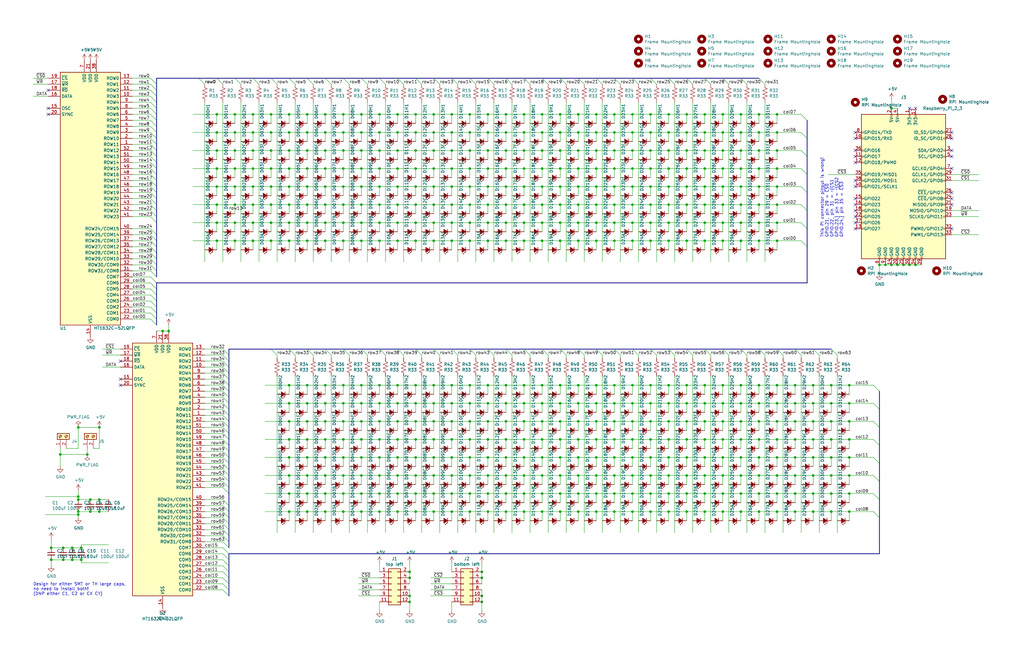
<source format=kicad_sch>
(kicad_sch (version 20211123) (generator eeschema)
  (paper "B")
  (title_block (title "CM2 Replica"))
  (lib_symbols
    (symbol "Connector:Raspberry_Pi_2_3" (pin_names (offset 1.016))
      (property "Reference" "J" (at -17.78 31.75 0))
      (property "Value" "Raspberry_Pi_2_3" (at 10.16 -31.75 0))
      (symbol "Raspberry_Pi_2_3_1_1"
        (pin power_in line (at 2.54 33.02 270) (length 2.54) (name "3V3") (number "1"))
        (pin bidirectional line (at -20.32 20.32 0) (length 2.54) (name "GPIO15/RXD") (number "10"))
        (pin bidirectional line (at -20.32 12.7 0) (length 2.54) (name "GPIO17") (number "11"))
        (pin bidirectional line (at -20.32 10.16 0) (length 2.54) (name "GPIO18/PWM0") (number "12"))
        (pin bidirectional line (at -20.32 -17.78 0) (length 2.54) (name "GPIO27") (number "13"))
        (pin power_in line (at -5.08 -33.02 90) (length 2.54) (name "GND") (number "14"))
        (pin bidirectional line (at -20.32 -5.08 0) (length 2.54) (name "GPIO22") (number "15"))
        (pin bidirectional line (at -20.32 -7.62 0) (length 2.54) (name "GPIO23") (number "16"))
        (pin power_in line (at 5.08 33.02 270) (length 2.54) (name "3V3") (number "17"))
        (pin bidirectional line (at -20.32 -10.16 0) (length 2.54) (name "GPIO24") (number "18"))
        (pin bidirectional line (at 20.32 -10.16 180) (length 2.54) (name "MOSI0/GPIO10") (number "19"))
        (pin power_in line (at -5.08 33.02 270) (length 2.54) (name "5V") (number "2"))
        (pin power_in line (at -2.54 -33.02 90) (length 2.54) (name "GND") (number "20"))
        (pin bidirectional line (at 20.32 -7.62 180) (length 2.54) (name "MISO0/GPIO9") (number "21"))
        (pin bidirectional line (at -20.32 -12.7 0) (length 2.54) (name "GPIO25") (number "22"))
        (pin bidirectional line (at 20.32 -12.7 180) (length 2.54) (name "SCLK0/GPIO11") (number "23"))
        (pin bidirectional line (at 20.32 -5.08 180) (length 2.54) (name "~{CE0}/GPIO8") (number "24"))
        (pin power_in line (at 0 -33.02 90) (length 2.54) (name "GND") (number "25"))
        (pin bidirectional line (at 20.32 -2.54 180) (length 2.54) (name "~{CE1}/GPIO7") (number "26"))
        (pin bidirectional line (at 20.32 22.86 180) (length 2.54) (name "ID_SD/GPIO0") (number "27"))
        (pin bidirectional line (at 20.32 20.32 180) (length 2.54) (name "ID_SC/GPIO1") (number "28"))
        (pin bidirectional line (at 20.32 5.08 180) (length 2.54) (name "GCLK1/GPIO5") (number "29"))
        (pin bidirectional line (at 20.32 15.24 180) (length 2.54) (name "SDA/GPIO2") (number "3"))
        (pin power_in line (at 2.54 -33.02 90) (length 2.54) (name "GND") (number "30"))
        (pin bidirectional line (at 20.32 2.54 180) (length 2.54) (name "GCLK2/GPIO6") (number "31"))
        (pin bidirectional line (at 20.32 -17.78 180) (length 2.54) (name "PWM0/GPIO12") (number "32"))
        (pin bidirectional line (at 20.32 -20.32 180) (length 2.54) (name "PWM1/GPIO13") (number "33"))
        (pin power_in line (at 5.08 -33.02 90) (length 2.54) (name "GND") (number "34"))
        (pin bidirectional line (at -20.32 5.08 0) (length 2.54) (name "GPIO19/MISO1") (number "35"))
        (pin bidirectional line (at -20.32 15.24 0) (length 2.54) (name "GPIO16") (number "36"))
        (pin bidirectional line (at -20.32 -15.24 0) (length 2.54) (name "GPIO26") (number "37"))
        (pin bidirectional line (at -20.32 2.54 0) (length 2.54) (name "GPIO20/MOSI1") (number "38"))
        (pin power_in line (at 7.62 -33.02 90) (length 2.54) (name "GND") (number "39"))
        (pin power_in line (at -2.54 33.02 270) (length 2.54) (name "5V") (number "4"))
        (pin bidirectional line (at -20.32 0 0) (length 2.54) (name "GPIO21/SCLK1") (number "40"))
        (pin bidirectional line (at 20.32 12.7 180) (length 2.54) (name "SCL/GPIO3") (number "5"))
        (pin power_in line (at -10.16 -33.02 90) (length 2.54) (name "GND") (number "6"))
        (pin bidirectional line (at 20.32 7.62 180) (length 2.54) (name "GCLK0/GPIO4") (number "7"))
        (pin bidirectional line (at -20.32 22.86 0) (length 2.54) (name "GPIO14/TXD") (number "8"))
        (pin power_in line (at -7.62 -33.02 90) (length 2.54) (name "GND") (number "9"))
      )
    )
    (symbol "Connector:Screw_Terminal_01x02" (pin_names (offset 1.016) hide)
      (property "Reference" "J" (at 0 2.54 0))
      (property "Value" "Screw_Terminal_01x02" (at 0 -5.08 0))
      (symbol "Screw_Terminal_01x02_1_1"
        (pin passive line (at -5.08 0 0) (length 3.81) (name "Pin_1") (number "1"))
        (pin passive line (at -5.08 -2.54 0) (length 3.81) (name "Pin_2") (number "2"))
      )
    )
    (symbol "Connector_Generic:Conn_02x06_Odd_Even" (pin_names (offset 1.016) hide)
      (property "Reference" "J" (at 1.27 7.62 0))
      (property "Value" "Conn_02x06_Odd_Even" (at 1.27 -10.16 0))
      (symbol "Conn_02x06_Odd_Even_1_1"
        (pin passive line (at -5.08 5.08 0) (length 3.81) (name "Pin_1") (number "1"))
        (pin passive line (at 7.62 -5.08 180) (length 3.81) (name "Pin_10") (number "10"))
        (pin passive line (at -5.08 -7.62 0) (length 3.81) (name "Pin_11") (number "11"))
        (pin passive line (at 7.62 -7.62 180) (length 3.81) (name "Pin_12") (number "12"))
        (pin passive line (at 7.62 5.08 180) (length 3.81) (name "Pin_2") (number "2"))
        (pin passive line (at -5.08 2.54 0) (length 3.81) (name "Pin_3") (number "3"))
        (pin passive line (at 7.62 2.54 180) (length 3.81) (name "Pin_4") (number "4"))
        (pin passive line (at -5.08 0 0) (length 3.81) (name "Pin_5") (number "5"))
        (pin passive line (at 7.62 0 180) (length 3.81) (name "Pin_6") (number "6"))
        (pin passive line (at -5.08 -2.54 0) (length 3.81) (name "Pin_7") (number "7"))
        (pin passive line (at 7.62 -2.54 180) (length 3.81) (name "Pin_8") (number "8"))
        (pin passive line (at -5.08 -5.08 0) (length 3.81) (name "Pin_9") (number "9"))
      )
    )
    (symbol "Device:C_Small" (pin_numbers hide) (pin_names (offset 0.254) hide)
      (property "Reference" "C" (at 0.254 1.778 0))
      (property "Value" "C_Small" (at 0.254 -2.032 0))
      (symbol "C_Small_1_1"
        (pin passive line (at 0 2.54 270) (length 2.032) (name "~") (number "1"))
        (pin passive line (at 0 -2.54 90) (length 2.032) (name "~") (number "2"))
      )
    )
    (symbol "Device:LED_Small_Filled" (pin_numbers hide) (pin_names (offset 0.254) hide)
      (property "Reference" "D" (at -1.27 3.175 0))
      (property "Value" "LED_Small_Filled" (at -4.445 -2.54 0))
      (symbol "LED_Small_Filled_1_1"
        (pin passive line (at -2.54 0 0) (length 1.778) (name "K") (number "1"))
        (pin passive line (at 2.54 0 180) (length 1.778) (name "A") (number "2"))
      )
    )
    (symbol "Device:R_US" (pin_numbers hide) (pin_names (offset 0))
      (property "Reference" "R" (at 2.54 0 90))
      (property "Value" "R_US" (at -2.54 0 90))
      (symbol "R_US_1_1"
        (pin passive line (at 0 3.81 270) (length 1.27) (name "~") (number "1"))
        (pin passive line (at 0 -3.81 90) (length 1.27) (name "~") (number "2"))
      )
    )
    (symbol "Driver_LED:HT1632C-52LQFP"
      (property "Reference" "U" (at -11.43 54.61 0))
      (property "Value" "HT1632C-52LQFP" (at 11.43 54.61 0))
      (symbol "HT1632C-52LQFP_1_1"
        (pin output line (at 17.78 22.86 180) (length 5.08) (name "ROW11") (number "1"))
        (pin output line (at 17.78 43.18 180) (length 5.08) (name "ROW3") (number "10"))
        (pin output line (at 17.78 45.72 180) (length 5.08) (name "ROW2") (number "11"))
        (pin output line (at 17.78 48.26 180) (length 5.08) (name "ROW1") (number "12"))
        (pin output line (at 17.78 50.8 180) (length 5.08) (name "ROW0") (number "13"))
        (pin power_in line (at 0 -58.42 90) (length 5.08) (name "VSS") (number "14"))
        (pin bidirectional line (at -17.78 38.1 0) (length 5.08) (name "OSC") (number "15"))
        (pin bidirectional line (at -17.78 43.18 0) (length 5.08) (name "DATA") (number "16"))
        (pin input line (at -17.78 48.26 0) (length 5.08) (name "~{WR}") (number "17"))
        (pin input line (at -17.78 45.72 0) (length 5.08) (name "~{RD}") (number "18"))
        (pin input line (at -17.78 50.8 0) (length 5.08) (name "~{CS}") (number "19"))
        (pin output line (at 17.78 25.4 180) (length 5.08) (name "ROW10") (number "2"))
        (pin bidirectional line (at -17.78 35.56 0) (length 5.08) (name "SYNC") (number "20"))
        (pin power_in line (at 0 58.42 270) (length 5.08) (name "VDD") (number "21"))
        (pin output line (at 17.78 -50.8 180) (length 5.08) (name "COM0") (number "22"))
        (pin output line (at 17.78 -48.26 180) (length 5.08) (name "COM1") (number "23"))
        (pin output line (at 17.78 -45.72 180) (length 5.08) (name "COM2") (number "24"))
        (pin passive line (at 0 -58.42 90) (length 5.08) hide (name "VSS") (number "25"))
        (pin output line (at 17.78 -43.18 180) (length 5.08) (name "COM3") (number "26"))
        (pin output line (at 17.78 -40.64 180) (length 5.08) (name "COM4") (number "27"))
        (pin output line (at 17.78 -38.1 180) (length 5.08) (name "COM5") (number "28"))
        (pin output line (at 17.78 -35.56 180) (length 5.08) (name "COM6") (number "29"))
        (pin output line (at 17.78 27.94 180) (length 5.08) (name "ROW9") (number "3"))
        (pin output line (at 17.78 -33.02 180) (length 5.08) (name "COM7") (number "30"))
        (pin output line (at 17.78 -30.48 180) (length 5.08) (name "ROW31/COM8") (number "31"))
        (pin output line (at 17.78 -27.94 180) (length 5.08) (name "ROW30/COM9") (number "32"))
        (pin output line (at 17.78 -25.4 180) (length 5.08) (name "ROW29/COM10") (number "33"))
        (pin output line (at 17.78 -22.86 180) (length 5.08) (name "ROW28/COM11") (number "34"))
        (pin output line (at 17.78 -20.32 180) (length 5.08) (name "ROW27/COM12") (number "35"))
        (pin passive line (at 0 -58.42 90) (length 5.08) hide (name "VSS") (number "36"))
        (pin output line (at 17.78 -17.78 180) (length 5.08) (name "ROW26/COM13") (number "37"))
        (pin power_in line (at 2.54 58.42 270) (length 5.08) (name "VDD") (number "38"))
        (pin output line (at 17.78 -15.24 180) (length 5.08) (name "ROW25/COM14") (number "39"))
        (pin output line (at 17.78 30.48 180) (length 5.08) (name "ROW8") (number "4"))
        (pin output line (at 17.78 -12.7 180) (length 5.08) (name "ROW24/COM15") (number "40"))
        (pin output line (at 17.78 -7.62 180) (length 5.08) (name "ROW23") (number "41"))
        (pin output line (at 17.78 -5.08 180) (length 5.08) (name "ROW22") (number "42"))
        (pin output line (at 17.78 -2.54 180) (length 5.08) (name "ROW21") (number "43"))
        (pin output line (at 17.78 0 180) (length 5.08) (name "ROW20") (number "44"))
        (pin output line (at 17.78 2.54 180) (length 5.08) (name "ROW19") (number "45"))
        (pin output line (at 17.78 5.08 180) (length 5.08) (name "ROW18") (number "46"))
        (pin output line (at 17.78 7.62 180) (length 5.08) (name "ROW17") (number "47"))
        (pin output line (at 17.78 10.16 180) (length 5.08) (name "ROW16") (number "48"))
        (pin output line (at 17.78 12.7 180) (length 5.08) (name "ROW15") (number "49"))
        (pin output line (at 17.78 33.02 180) (length 5.08) (name "ROW7") (number "5"))
        (pin output line (at 17.78 15.24 180) (length 5.08) (name "ROW14") (number "50"))
        (pin output line (at 17.78 17.78 180) (length 5.08) (name "ROW13") (number "51"))
        (pin output line (at 17.78 20.32 180) (length 5.08) (name "ROW12") (number "52"))
        (pin output line (at 17.78 35.56 180) (length 5.08) (name "ROW6") (number "6"))
        (pin power_in line (at -2.54 58.42 270) (length 5.08) (name "VDD") (number "7"))
        (pin output line (at 17.78 38.1 180) (length 5.08) (name "ROW5") (number "8"))
        (pin output line (at 17.78 40.64 180) (length 5.08) (name "ROW4") (number "9"))
      )
    )
    (symbol "Mechanical:MountingHole" (pin_names (offset 1.016))
      (property "Reference" "H" (at 0 5.08 0))
      (property "Value" "MountingHole" (at 0 3.175 0))
    )
    (symbol "power:+5V" (power) (pin_names (offset 0))
      (property "Value" "+5V" (at 0 3.556 0))
      (symbol "+5V_1_1"
        (pin power_in line (at 0 0 90) (length 0) hide (name "+5V") (number "1"))
      )
    )
    (symbol "power:GND" (power) (pin_names (offset 0))
      (property "Value" "GND" (at 0 -3.81 0))
      (symbol "GND_1_1"
        (pin power_in line (at 0 0 270) (length 0) hide (name "GND") (number "1"))
      )
    )
    (symbol "power:PWR_FLAG" (power) (pin_numbers hide) (pin_names (offset 0) hide)
      (property "Value" "PWR_FLAG" (at 0 3.81 0))
      (symbol "PWR_FLAG_0_0"
        (pin power_out line (at 0 0 90) (length 0) (name "pwr") (number "1"))
      )
    )
  )
  (junction (at 251.46 48.26))
  (junction (at 144.78 101.6))
  (junction (at 327.66 78.74))
  (junction (at 251.46 177.8))
  (junction (at 182.88 86.36))
  (junction (at 274.32 162.56))
  (junction (at 182.88 71.12))
  (junction (at 129.54 193.04))
  (junction (at 213.36 101.6))
  (junction (at 236.22 208.28))
  (junction (at 121.92 177.8))
  (junction (at 312.42 55.88))
  (junction (at 182.88 208.28))
  (junction (at 220.98 162.56))
  (junction (at 30.48 236.22))
  (junction (at 152.4 193.04))
  (junction (at 213.36 93.98))
  (junction (at 33.02 180.34))
  (junction (at 99.06 48.26))
  (junction (at 289.56 86.36))
  (junction (at 160.02 185.42))
  (junction (at 129.54 200.66))
  (junction (at 91.44 55.88))
  (junction (at 129.54 215.9))
  (junction (at 297.18 200.66))
  (junction (at 152.4 71.12))
  (junction (at 381 111.76))
  (junction (at 190.5 71.12))
  (junction (at 228.6 215.9))
  (junction (at 236.22 101.6))
  (junction (at 304.8 63.5))
  (junction (at 243.84 48.26))
  (junction (at 251.46 208.28))
  (junction (at 167.64 185.42))
  (junction (at 327.66 101.6))
  (junction (at 297.18 86.36))
  (junction (at 205.74 86.36))
  (junction (at 274.32 193.04))
  (junction (at 304.8 162.56))
  (junction (at 327.66 200.66))
  (junction (at 144.78 193.04))
  (junction (at 121.92 185.42))
  (junction (at 137.16 177.8))
  (junction (at 129.54 177.8))
  (junction (at 213.36 55.88))
  (junction (at 327.66 162.56))
  (junction (at 266.7 200.66))
  (junction (at 327.66 71.12))
  (junction (at 386.08 111.76))
  (junction (at 106.68 48.26))
  (junction (at 182.88 200.66))
  (junction (at 327.66 215.9))
  (junction (at 198.12 208.28))
  (junction (at 167.64 71.12))
  (junction (at 320.04 71.12))
  (junction (at 320.04 101.6))
  (junction (at 289.56 63.5))
  (junction (at 198.12 101.6))
  (junction (at 266.7 48.26))
  (junction (at 121.92 93.98))
  (junction (at 320.04 78.74))
  (junction (at 144.78 71.12))
  (junction (at 236.22 48.26))
  (junction (at 175.26 78.74))
  (junction (at 160.02 208.28))
  (junction (at 167.64 63.5))
  (junction (at 320.04 86.36))
  (junction (at 182.88 55.88))
  (junction (at 205.74 177.8))
  (junction (at 220.98 71.12))
  (junction (at 251.46 185.42))
  (junction (at 289.56 215.9))
  (junction (at 304.8 177.8))
  (junction (at 21.59 231.14))
  (junction (at 304.8 193.04))
  (junction (at 312.42 162.56))
  (junction (at 137.16 78.74))
  (junction (at 304.8 48.26))
  (junction (at 172.72 241.3))
  (junction (at 182.88 185.42))
  (junction (at 266.7 78.74))
  (junction (at 152.4 170.18))
  (junction (at 182.88 162.56))
  (junction (at 228.6 48.26))
  (junction (at 203.2 254))
  (junction (at 152.4 177.8))
  (junction (at 236.22 185.42))
  (junction (at 266.7 215.9))
  (junction (at 220.98 215.9))
  (junction (at 335.28 177.8))
  (junction (at 114.3 93.98))
  (junction (at 281.94 63.5))
  (junction (at 175.26 101.6))
  (junction (at 190.5 63.5))
  (junction (at 205.74 48.26))
  (junction (at 320.04 193.04))
  (junction (at 281.94 193.04))
  (junction (at 259.08 78.74))
  (junction (at 312.42 193.04))
  (junction (at 297.18 177.8))
  (junction (at 320.04 162.56))
  (junction (at 203.2 241.3))
  (junction (at 243.84 185.42))
  (junction (at 205.74 170.18))
  (junction (at 41.91 210.82))
  (junction (at 129.54 93.98))
  (junction (at 152.4 185.42))
  (junction (at 297.18 162.56))
  (junction (at 220.98 200.66))
  (junction (at 106.68 78.74))
  (junction (at 274.32 55.88))
  (junction (at 335.28 193.04))
  (junction (at 33.02 215.9))
  (junction (at 129.54 71.12))
  (junction (at 129.54 78.74))
  (junction (at 144.78 162.56))
  (junction (at 21.59 236.22))
  (junction (at 91.44 93.98))
  (junction (at 320.04 185.42))
  (junction (at 266.7 101.6))
  (junction (at 251.46 101.6))
  (junction (at 320.04 208.28))
  (junction (at 33.02 210.82))
  (junction (at 243.84 177.8))
  (junction (at 213.36 162.56))
  (junction (at 182.88 93.98))
  (junction (at 312.42 93.98))
  (junction (at 205.74 78.74))
  (junction (at 220.98 170.18))
  (junction (at 144.78 48.26))
  (junction (at 251.46 71.12))
  (junction (at 198.12 63.5))
  (junction (at 220.98 78.74))
  (junction (at 167.64 55.88))
  (junction (at 274.32 78.74))
  (junction (at 350.52 170.18))
  (junction (at 213.36 185.42))
  (junction (at 34.29 236.22))
  (junction (at 175.26 208.28))
  (junction (at 243.84 208.28))
  (junction (at 114.3 55.88))
  (junction (at 251.46 170.18))
  (junction (at 274.32 101.6))
  (junction (at 236.22 63.5))
  (junction (at 152.4 55.88))
  (junction (at 312.42 215.9))
  (junction (at 213.36 71.12))
  (junction (at 129.54 170.18))
  (junction (at 121.92 170.18))
  (junction (at 243.84 215.9))
  (junction (at 243.84 162.56))
  (junction (at 304.8 208.28))
  (junction (at 167.64 86.36))
  (junction (at 259.08 93.98))
  (junction (at 266.7 63.5))
  (junction (at 172.72 243.84))
  (junction (at 243.84 170.18))
  (junction (at 144.78 55.88))
  (junction (at 198.12 170.18))
  (junction (at 175.26 63.5))
  (junction (at 220.98 185.42))
  (junction (at 342.9 215.9))
  (junction (at 266.7 162.56))
  (junction (at 327.66 208.28))
  (junction (at 297.18 185.42))
  (junction (at 220.98 63.5))
  (junction (at 198.12 48.26))
  (junction (at 144.78 208.28))
  (junction (at 243.84 55.88))
  (junction (at 259.08 48.26))
  (junction (at 129.54 101.6))
  (junction (at 182.88 48.26))
  (junction (at 274.32 215.9))
  (junction (at 236.22 200.66))
  (junction (at 175.26 177.8))
  (junction (at 243.84 200.66))
  (junction (at 274.32 48.26))
  (junction (at 160.02 170.18))
  (junction (at 259.08 55.88))
  (junction (at 182.88 177.8))
  (junction (at 228.6 200.66))
  (junction (at 266.7 193.04))
  (junction (at 114.3 86.36))
  (junction (at 220.98 86.36))
  (junction (at 327.66 48.26))
  (junction (at 274.32 177.8))
  (junction (at 182.88 63.5))
  (junction (at 167.64 170.18))
  (junction (at 243.84 193.04))
  (junction (at 281.94 48.26))
  (junction (at 190.5 208.28))
  (junction (at 220.98 208.28))
  (junction (at 121.92 208.28))
  (junction (at 114.3 48.26))
  (junction (at 350.52 185.42))
  (junction (at 304.8 78.74))
  (junction (at 144.78 93.98))
  (junction (at 259.08 86.36))
  (junction (at 304.8 86.36))
  (junction (at 167.64 93.98))
  (junction (at 152.4 78.74))
  (junction (at 251.46 78.74))
  (junction (at 350.52 200.66))
  (junction (at 281.94 162.56))
  (junction (at 281.94 185.42))
  (junction (at 281.94 215.9))
  (junction (at 213.36 193.04))
  (junction (at 243.84 71.12))
  (junction (at 259.08 193.04))
  (junction (at 38.1 215.9))
  (junction (at 373.38 111.76))
  (junction (at 190.5 86.36))
  (junction (at 91.44 86.36))
  (junction (at 266.7 55.88))
  (junction (at 91.44 101.6))
  (junction (at 33.02 209.55))
  (junction (at 106.68 101.6))
  (junction (at 190.5 162.56))
  (junction (at 251.46 200.66))
  (junction (at 190.5 78.74))
  (junction (at 281.94 208.28))
  (junction (at 236.22 55.88))
  (junction (at 342.9 193.04))
  (junction (at 228.6 78.74))
  (junction (at 266.7 71.12))
  (junction (at 259.08 170.18))
  (junction (at 172.72 251.46))
  (junction (at 99.06 78.74))
  (junction (at 327.66 86.36))
  (junction (at 137.16 86.36))
  (junction (at 190.5 200.66))
  (junction (at 281.94 101.6))
  (junction (at 160.02 93.98))
  (junction (at 259.08 185.42))
  (junction (at 289.56 55.88))
  (junction (at 160.02 162.56))
  (junction (at 167.64 48.26))
  (junction (at 274.32 170.18))
  (junction (at 274.32 86.36))
  (junction (at 99.06 63.5))
  (junction (at 320.04 63.5))
  (junction (at 266.7 93.98))
  (junction (at 220.98 48.26))
  (junction (at 320.04 177.8))
  (junction (at 358.14 215.9))
  (junction (at 281.94 170.18))
  (junction (at 251.46 55.88))
  (junction (at 175.26 71.12))
  (junction (at 205.74 93.98))
  (junction (at 205.74 55.88))
  (junction (at 289.56 170.18))
  (junction (at 342.9 177.8))
  (junction (at 26.67 236.22))
  (junction (at 236.22 162.56))
  (junction (at 281.94 71.12))
  (junction (at 205.74 63.5))
  (junction (at 312.42 101.6))
  (junction (at 137.16 170.18))
  (junction (at 228.6 185.42))
  (junction (at 350.52 193.04))
  (junction (at 289.56 185.42))
  (junction (at 152.4 215.9))
  (junction (at 213.36 208.28))
  (junction (at 152.4 208.28))
  (junction (at 99.06 71.12))
  (junction (at 259.08 101.6))
  (junction (at 91.44 71.12))
  (junction (at 114.3 101.6))
  (junction (at 327.66 63.5))
  (junction (at 342.9 162.56))
  (junction (at 274.32 208.28))
  (junction (at 297.18 63.5))
  (junction (at 358.14 177.8))
  (junction (at 190.5 177.8))
  (junction (at 213.36 170.18))
  (junction (at 350.52 162.56))
  (junction (at 335.28 208.28))
  (junction (at 304.8 170.18))
  (junction (at 304.8 185.42))
  (junction (at 236.22 78.74))
  (junction (at 121.92 101.6))
  (junction (at 190.5 185.42))
  (junction (at 121.92 48.26))
  (junction (at 41.91 180.34))
  (junction (at 129.54 185.42))
  (junction (at 289.56 93.98))
  (junction (at 327.66 170.18))
  (junction (at 342.9 185.42))
  (junction (at 175.26 86.36))
  (junction (at 137.16 215.9))
  (junction (at 297.18 48.26))
  (junction (at 228.6 101.6))
  (junction (at 274.32 200.66))
  (junction (at 266.7 208.28))
  (junction (at 68.58 139.7))
  (junction (at 121.92 193.04))
  (junction (at 160.02 193.04))
  (junction (at 175.26 215.9))
  (junction (at 106.68 63.5))
  (junction (at 259.08 177.8))
  (junction (at 190.5 55.88))
  (junction (at 106.68 71.12))
  (junction (at 152.4 48.26))
  (junction (at 358.14 162.56))
  (junction (at 259.08 162.56))
  (junction (at 312.42 170.18))
  (junction (at 358.14 185.42))
  (junction (at 160.02 215.9))
  (junction (at 121.92 78.74))
  (junction (at 152.4 63.5))
  (junction (at 304.8 200.66))
  (junction (at 182.88 193.04))
  (junction (at 205.74 71.12))
  (junction (at 144.78 78.74))
  (junction (at 320.04 170.18))
  (junction (at 251.46 193.04))
  (junction (at 198.12 55.88))
  (junction (at 71.12 139.7))
  (junction (at 281.94 93.98))
  (junction (at 236.22 215.9))
  (junction (at 106.68 86.36))
  (junction (at 137.16 162.56))
  (junction (at 297.18 193.04))
  (junction (at 205.74 185.42))
  (junction (at 243.84 78.74))
  (junction (at 91.44 48.26))
  (junction (at 236.22 86.36))
  (junction (at 41.91 215.9))
  (junction (at 160.02 55.88))
  (junction (at 320.04 48.26))
  (junction (at 121.92 162.56))
  (junction (at 160.02 48.26))
  (junction (at 297.18 78.74))
  (junction (at 152.4 93.98))
  (junction (at 167.64 200.66))
  (junction (at 259.08 200.66))
  (junction (at 289.56 78.74))
  (junction (at 129.54 48.26))
  (junction (at 289.56 48.26))
  (junction (at 121.92 71.12))
  (junction (at 198.12 71.12))
  (junction (at 121.92 63.5))
  (junction (at 190.5 170.18))
  (junction (at 152.4 162.56))
  (junction (at 152.4 101.6))
  (junction (at 190.5 48.26))
  (junction (at 342.9 208.28))
  (junction (at 121.92 200.66))
  (junction (at 228.6 63.5))
  (junction (at 144.78 185.42))
  (junction (at 220.98 55.88))
  (junction (at 274.32 63.5))
  (junction (at 160.02 101.6))
  (junction (at 175.26 48.26))
  (junction (at 335.28 185.42))
  (junction (at 358.14 170.18))
  (junction (at 236.22 193.04))
  (junction (at 327.66 55.88))
  (junction (at 289.56 162.56))
  (junction (at 304.8 55.88))
  (junction (at 198.12 78.74))
  (junction (at 312.42 86.36))
  (junction (at 342.9 170.18))
  (junction (at 297.18 71.12))
  (junction (at 320.04 55.88))
  (junction (at 213.36 78.74))
  (junction (at 144.78 170.18))
  (junction (at 350.52 215.9))
  (junction (at 137.16 185.42))
  (junction (at 281.94 86.36))
  (junction (at 320.04 215.9))
  (junction (at 289.56 200.66))
  (junction (at 304.8 93.98))
  (junction (at 91.44 78.74))
  (junction (at 350.52 208.28))
  (junction (at 114.3 71.12))
  (junction (at 297.18 55.88))
  (junction (at 152.4 200.66))
  (junction (at 289.56 101.6))
  (junction (at 236.22 71.12))
  (junction (at 289.56 193.04))
  (junction (at 297.18 170.18))
  (junction (at 198.12 193.04))
  (junction (at 327.66 185.42))
  (junction (at 281.94 200.66))
  (junction (at 160.02 78.74))
  (junction (at 205.74 200.66))
  (junction (at 213.36 48.26))
  (junction (at 182.88 215.9))
  (junction (at 172.72 254))
  (junction (at 228.6 170.18))
  (junction (at 289.56 71.12))
  (junction (at 220.98 101.6))
  (junction (at 99.06 101.6))
  (junction (at 228.6 86.36))
  (junction (at 312.42 63.5))
  (junction (at 205.74 215.9))
  (junction (at 228.6 71.12))
  (junction (at 266.7 170.18))
  (junction (at 167.64 101.6))
  (junction (at 220.98 177.8))
  (junction (at 274.32 185.42))
  (junction (at 160.02 200.66))
  (junction (at 25.4 191.77))
  (junction (at 228.6 162.56))
  (junction (at 304.8 101.6))
  (junction (at 335.28 162.56))
  (junction (at 182.88 101.6))
  (junction (at 335.28 170.18))
  (junction (at 297.18 208.28))
  (junction (at 160.02 71.12))
  (junction (at 266.7 86.36))
  (junction (at 137.16 63.5))
  (junction (at 190.5 101.6))
  (junction (at 137.16 48.26))
  (junction (at 175.26 170.18))
  (junction (at 243.84 86.36))
  (junction (at 26.67 231.14))
  (junction (at 137.16 55.88))
  (junction (at 36.83 191.77))
  (junction (at 243.84 63.5))
  (junction (at 167.64 177.8))
  (junction (at 129.54 55.88))
  (junction (at 129.54 162.56))
  (junction (at 175.26 55.88))
  (junction (at 383.54 111.76))
  (junction (at 175.26 93.98))
  (junction (at 274.32 71.12))
  (junction (at 228.6 208.28))
  (junction (at 289.56 177.8))
  (junction (at 33.02 217.17))
  (junction (at 236.22 170.18))
  (junction (at 205.74 193.04))
  (junction (at 182.88 170.18))
  (junction (at 167.64 215.9))
  (junction (at 243.84 101.6))
  (junction (at 327.66 93.98))
  (junction (at 213.36 177.8))
  (junction (at 99.06 86.36))
  (junction (at 129.54 208.28))
  (junction (at 182.88 78.74))
  (junction (at 251.46 215.9))
  (junction (at 251.46 162.56))
  (junction (at 167.64 193.04))
  (junction (at 259.08 71.12))
  (junction (at 198.12 86.36))
  (junction (at 144.78 200.66))
  (junction (at 121.92 86.36))
  (junction (at 320.04 93.98))
  (junction (at 121.92 55.88))
  (junction (at 203.2 251.46))
  (junction (at 175.26 193.04))
  (junction (at 137.16 193.04))
  (junction (at 358.14 208.28))
  (junction (at 106.68 93.98))
  (junction (at 243.84 93.98))
  (junction (at 327.66 193.04))
  (junction (at 312.42 71.12))
  (junction (at 175.26 200.66))
  (junction (at 144.78 177.8))
  (junction (at 167.64 208.28))
  (junction (at 335.28 200.66))
  (junction (at 251.46 93.98))
  (junction (at 198.12 185.42))
  (junction (at 198.12 162.56))
  (junction (at 375.92 45.72))
  (junction (at 259.08 208.28))
  (junction (at 99.06 93.98))
  (junction (at 304.8 215.9))
  (junction (at 38.1 210.82))
  (junction (at 129.54 63.5))
  (junction (at 167.64 78.74))
  (junction (at 378.46 111.76))
  (junction (at 213.36 200.66))
  (junction (at 198.12 177.8))
  (junction (at 297.18 101.6))
  (junction (at 220.98 93.98))
  (junction (at 220.98 193.04))
  (junction (at 106.68 55.88))
  (junction (at 312.42 177.8))
  (junction (at 175.26 185.42))
  (junction (at 297.18 93.98))
  (junction (at 213.36 63.5))
  (junction (at 358.14 200.66))
  (junction (at 342.9 200.66))
  (junction (at 375.92 111.76))
  (junction (at 34.29 231.14))
  (junction (at 358.14 193.04))
  (junction (at 327.66 177.8))
  (junction (at 304.8 71.12))
  (junction (at 312.42 48.26))
  (junction (at 144.78 215.9))
  (junction (at 99.06 55.88))
  (junction (at 160.02 177.8))
  (junction (at 137.16 208.28))
  (junction (at 266.7 177.8))
  (junction (at 144.78 86.36))
  (junction (at 144.78 63.5))
  (junction (at 91.44 63.5))
  (junction (at 205.74 162.56))
  (junction (at 114.3 63.5))
  (junction (at 266.7 185.42))
  (junction (at 312.42 185.42))
  (junction (at 190.5 93.98))
  (junction (at 297.18 215.9))
  (junction (at 203.2 243.84))
  (junction (at 228.6 177.8))
  (junction (at 281.94 78.74))
  (junction (at 175.26 162.56))
  (junction (at 274.32 93.98))
  (junction (at 335.28 215.9))
  (junction (at 30.48 231.14))
  (junction (at 213.36 215.9))
  (junction (at 198.12 215.9))
  (junction (at 259.08 63.5))
  (junction (at 137.16 93.98))
  (junction (at 312.42 208.28))
  (junction (at 228.6 55.88))
  (junction (at 236.22 177.8))
  (junction (at 160.02 86.36))
  (junction (at 137.16 101.6))
  (junction (at 152.4 86.36))
  (junction (at 320.04 200.66))
  (junction (at 370.84 111.76))
  (junction (at 129.54 86.36))
  (junction (at 259.08 215.9))
  (junction (at 167.64 162.56))
  (junction (at 114.3 78.74))
  (junction (at 251.46 63.5))
  (junction (at 137.16 200.66))
  (junction (at 281.94 55.88))
  (junction (at 190.5 193.04))
  (junction (at 350.52 177.8))
  (junction (at 137.16 71.12))
  (junction (at 312.42 200.66))
  (junction (at 251.46 86.36))
  (junction (at 160.02 63.5))
  (junction (at 205.74 208.28))
  (junction (at 236.22 93.98))
  (junction (at 205.74 101.6))
  (junction (at 198.12 93.98))
  (junction (at 289.56 208.28))
  (junction (at 281.94 177.8))
  (junction (at 190.5 215.9))
  (junction (at 228.6 93.98))
  (junction (at 121.92 215.9))
  (junction (at 213.36 86.36))
  (junction (at 198.12 200.66))
  (junction (at 312.42 78.74))
  (junction (at 228.6 193.04))
  (no_connect (at 50.8 162.56))
  (no_connect (at 50.8 152.4))
  (no_connect (at 50.8 160.02))
  (no_connect (at 360.68 86.36))
  (no_connect (at 386.08 45.72))
  (no_connect (at 401.32 83.82))
  (no_connect (at 401.32 63.5))
  (no_connect (at 360.68 66.04))
  (no_connect (at 360.68 68.58))
  (no_connect (at 360.68 63.5))
  (no_connect (at 20.32 45.72))
  (no_connect (at 401.32 96.52))
  (no_connect (at 360.68 91.44))
  (no_connect (at 401.32 58.42))
  (no_connect (at 20.32 38.1))
  (no_connect (at 360.68 96.52))
  (no_connect (at 360.68 83.82))
  (no_connect (at 360.68 88.9))
  (no_connect (at 360.68 58.42))
  (no_connect (at 401.32 81.28))
  (no_connect (at 360.68 78.74))
  (no_connect (at 401.32 71.12))
  (no_connect (at 401.32 55.88))
  (no_connect (at 401.32 86.36))
  (no_connect (at 360.68 55.88))
  (no_connect (at 20.32 48.26))
  (no_connect (at 383.54 45.72))
  (no_connect (at 401.32 66.04))
  (no_connect (at 360.68 93.98))
  (no_connect (at 360.68 76.2))
  (bus_entry (at 63.5 132.08) (size 2.54 2.54))
  (bus_entry (at 114.3 33.02) (size 2.54 2.54))
  (bus_entry (at 228.6 33.02) (size 2.54 2.54))
  (bus_entry (at 93.98 203.2) (size 2.54 2.54))
  (bus_entry (at 220.98 33.02) (size 2.54 2.54))
  (bus_entry (at 63.5 58.42) (size 2.54 2.54))
  (bus_entry (at 63.5 45.72) (size 2.54 2.54))
  (bus_entry (at 63.5 73.66) (size 2.54 2.54))
  (bus_entry (at 93.98 185.42) (size 2.54 2.54))
  (bus_entry (at 368.3 162.56) (size 2.54 2.54))
  (bus_entry (at 63.5 134.62) (size 2.54 2.54))
  (bus_entry (at 63.5 81.28) (size 2.54 2.54))
  (bus_entry (at 190.5 147.32) (size 2.54 2.54))
  (bus_entry (at 63.5 111.76) (size 2.54 2.54))
  (bus_entry (at 93.98 231.14) (size 2.54 2.54))
  (bus_entry (at 297.18 33.02) (size 2.54 2.54))
  (bus_entry (at 121.92 147.32) (size 2.54 2.54))
  (bus_entry (at 93.98 210.82) (size 2.54 2.54))
  (bus_entry (at 63.5 50.8) (size 2.54 2.54))
  (bus_entry (at 304.8 33.02) (size 2.54 2.54))
  (bus_entry (at 93.98 193.04) (size 2.54 2.54))
  (bus_entry (at 368.3 170.18) (size 2.54 2.54))
  (bus_entry (at 93.98 165.1) (size 2.54 2.54))
  (bus_entry (at 175.26 147.32) (size 2.54 2.54))
  (bus_entry (at 337.82 63.5) (size 2.54 2.54))
  (bus_entry (at 63.5 104.14) (size 2.54 2.54))
  (bus_entry (at 152.4 147.32) (size 2.54 2.54))
  (bus_entry (at 93.98 243.84) (size 2.54 2.54))
  (bus_entry (at 281.94 147.32) (size 2.54 2.54))
  (bus_entry (at 63.5 48.26) (size 2.54 2.54))
  (bus_entry (at 368.3 208.28) (size 2.54 2.54))
  (bus_entry (at 190.5 33.02) (size 2.54 2.54))
  (bus_entry (at 91.44 33.02) (size 2.54 2.54))
  (bus_entry (at 63.5 106.68) (size 2.54 2.54))
  (bus_entry (at 93.98 172.72) (size 2.54 2.54))
  (bus_entry (at 93.98 170.18) (size 2.54 2.54))
  (bus_entry (at 93.98 205.74) (size 2.54 2.54))
  (bus_entry (at 337.82 55.88) (size 2.54 2.54))
  (bus_entry (at 289.56 33.02) (size 2.54 2.54))
  (bus_entry (at 63.5 63.5) (size 2.54 2.54))
  (bus_entry (at 93.98 154.94) (size 2.54 2.54))
  (bus_entry (at 350.52 147.32) (size 2.54 2.54))
  (bus_entry (at 63.5 60.96) (size 2.54 2.54))
  (bus_entry (at 63.5 109.22) (size 2.54 2.54))
  (bus_entry (at 63.5 55.88) (size 2.54 2.54))
  (bus_entry (at 337.82 93.98) (size 2.54 2.54))
  (bus_entry (at 63.5 86.36) (size 2.54 2.54))
  (bus_entry (at 182.88 33.02) (size 2.54 2.54))
  (bus_entry (at 93.98 149.86) (size 2.54 2.54))
  (bus_entry (at 63.5 66.04) (size 2.54 2.54))
  (bus_entry (at 93.98 195.58) (size 2.54 2.54))
  (bus_entry (at 144.78 33.02) (size 2.54 2.54))
  (bus_entry (at 63.5 127) (size 2.54 2.54))
  (bus_entry (at 93.98 248.92) (size 2.54 2.54))
  (bus_entry (at 93.98 190.5) (size 2.54 2.54))
  (bus_entry (at 93.98 241.3) (size 2.54 2.54))
  (bus_entry (at 337.82 101.6) (size 2.54 2.54))
  (bus_entry (at 63.5 99.06) (size 2.54 2.54))
  (bus_entry (at 266.7 147.32) (size 2.54 2.54))
  (bus_entry (at 213.36 33.02) (size 2.54 2.54))
  (bus_entry (at 93.98 233.68) (size 2.54 2.54))
  (bus_entry (at 93.98 160.02) (size 2.54 2.54))
  (bus_entry (at 93.98 223.52) (size 2.54 2.54))
  (bus_entry (at 297.18 147.32) (size 2.54 2.54))
  (bus_entry (at 320.04 33.02) (size 2.54 2.54))
  (bus_entry (at 93.98 152.4) (size 2.54 2.54))
  (bus_entry (at 220.98 147.32) (size 2.54 2.54))
  (bus_entry (at 337.82 71.12) (size 2.54 2.54))
  (bus_entry (at 167.64 147.32) (size 2.54 2.54))
  (bus_entry (at 86.36 35.56) (size -2.54 -2.54))
  (bus_entry (at 243.84 147.32) (size 2.54 2.54))
  (bus_entry (at 266.7 33.02) (size 2.54 2.54))
  (bus_entry (at 121.92 33.02) (size 2.54 2.54))
  (bus_entry (at 93.98 157.48) (size 2.54 2.54))
  (bus_entry (at 274.32 147.32) (size 2.54 2.54))
  (bus_entry (at 320.04 147.32) (size 2.54 2.54))
  (bus_entry (at 160.02 33.02) (size 2.54 2.54))
  (bus_entry (at 337.82 86.36) (size 2.54 2.54))
  (bus_entry (at 63.5 91.44) (size 2.54 2.54))
  (bus_entry (at 342.9 147.32) (size 2.54 2.54))
  (bus_entry (at 63.5 129.54) (size 2.54 2.54))
  (bus_entry (at 205.74 147.32) (size 2.54 2.54))
  (bus_entry (at 236.22 33.02) (size 2.54 2.54))
  (bus_entry (at 213.36 147.32) (size 2.54 2.54))
  (bus_entry (at 160.02 147.32) (size 2.54 2.54))
  (bus_entry (at 368.3 215.9) (size 2.54 2.54))
  (bus_entry (at 63.5 35.56) (size 2.54 2.54))
  (bus_entry (at 129.54 147.32) (size 2.54 2.54))
  (bus_entry (at 93.98 246.38) (size 2.54 2.54))
  (bus_entry (at 129.54 33.02) (size 2.54 2.54))
  (bus_entry (at 63.5 114.3) (size 2.54 2.54))
  (bus_entry (at 63.5 71.12) (size 2.54 2.54))
  (bus_entry (at 93.98 180.34) (size 2.54 2.54))
  (bus_entry (at 99.06 33.02) (size 2.54 2.54))
  (bus_entry (at 236.22 147.32) (size 2.54 2.54))
  (bus_entry (at 63.5 83.82) (size 2.54 2.54))
  (bus_entry (at 337.82 78.74) (size 2.54 2.54))
  (bus_entry (at 106.68 33.02) (size 2.54 2.54))
  (bus_entry (at 259.08 147.32) (size 2.54 2.54))
  (bus_entry (at 198.12 147.32) (size 2.54 2.54))
  (bus_entry (at 144.78 147.32) (size 2.54 2.54))
  (bus_entry (at 137.16 147.32) (size 2.54 2.54))
  (bus_entry (at 198.12 33.02) (size 2.54 2.54))
  (bus_entry (at 63.5 116.84) (size 2.54 2.54))
  (bus_entry (at 93.98 236.22) (size 2.54 2.54))
  (bus_entry (at 182.88 147.32) (size 2.54 2.54))
  (bus_entry (at 93.98 187.96) (size 2.54 2.54))
  (bus_entry (at 63.5 88.9) (size 2.54 2.54))
  (bus_entry (at 368.3 193.04) (size 2.54 2.54))
  (bus_entry (at 312.42 33.02) (size 2.54 2.54))
  (bus_entry (at 93.98 175.26) (size 2.54 2.54))
  (bus_entry (at 281.94 33.02) (size 2.54 2.54))
  (bus_entry (at 63.5 33.02) (size 2.54 2.54))
  (bus_entry (at 243.84 33.02) (size 2.54 2.54))
  (bus_entry (at 63.5 68.58) (size 2.54 2.54))
  (bus_entry (at 93.98 147.32) (size 2.54 2.54))
  (bus_entry (at 93.98 218.44) (size 2.54 2.54))
  (bus_entry (at 93.98 182.88) (size 2.54 2.54))
  (bus_entry (at 63.5 43.18) (size 2.54 2.54))
  (bus_entry (at 93.98 162.56) (size 2.54 2.54))
  (bus_entry (at 63.5 121.92) (size 2.54 2.54))
  (bus_entry (at 93.98 228.6) (size 2.54 2.54))
  (bus_entry (at 368.3 177.8) (size 2.54 2.54))
  (bus_entry (at 167.64 33.02) (size 2.54 2.54))
  (bus_entry (at 63.5 101.6) (size 2.54 2.54))
  (bus_entry (at 116.84 149.86) (size -2.54 -2.54))
  (bus_entry (at 312.42 147.32) (size 2.54 2.54))
  (bus_entry (at 337.82 48.26) (size 2.54 2.54))
  (bus_entry (at 63.5 96.52) (size 2.54 2.54))
  (bus_entry (at 228.6 147.32) (size 2.54 2.54))
  (bus_entry (at 304.8 147.32) (size 2.54 2.54))
  (bus_entry (at 63.5 124.46) (size 2.54 2.54))
  (bus_entry (at 93.98 220.98) (size 2.54 2.54))
  (bus_entry (at 335.28 147.32) (size 2.54 2.54))
  (bus_entry (at 327.66 147.32) (size 2.54 2.54))
  (bus_entry (at 93.98 177.8) (size 2.54 2.54))
  (bus_entry (at 93.98 213.36) (size 2.54 2.54))
  (bus_entry (at 368.3 185.42) (size 2.54 2.54))
  (bus_entry (at 93.98 198.12) (size 2.54 2.54))
  (bus_entry (at 368.3 200.66) (size 2.54 2.54))
  (bus_entry (at 63.5 76.2) (size 2.54 2.54))
  (bus_entry (at 63.5 38.1) (size 2.54 2.54))
  (bus_entry (at 274.32 33.02) (size 2.54 2.54))
  (bus_entry (at 63.5 78.74) (size 2.54 2.54))
  (bus_entry (at 205.74 33.02) (size 2.54 2.54))
  (bus_entry (at 93.98 226.06) (size 2.54 2.54))
  (bus_entry (at 259.08 33.02) (size 2.54 2.54))
  (bus_entry (at 251.46 33.02) (size 2.54 2.54))
  (bus_entry (at 93.98 167.64) (size 2.54 2.54))
  (bus_entry (at 137.16 33.02) (size 2.54 2.54))
  (bus_entry (at 93.98 200.66) (size 2.54 2.54))
  (bus_entry (at 63.5 40.64) (size 2.54 2.54))
  (bus_entry (at 251.46 147.32) (size 2.54 2.54))
  (bus_entry (at 289.56 147.32) (size 2.54 2.54))
  (bus_entry (at 93.98 215.9) (size 2.54 2.54))
  (bus_entry (at 93.98 238.76) (size 2.54 2.54))
  (bus_entry (at 175.26 33.02) (size 2.54 2.54))
  (bus_entry (at 63.5 119.38) (size 2.54 2.54))
  (bus_entry (at 152.4 33.02) (size 2.54 2.54))
  (bus_entry (at 63.5 53.34) (size 2.54 2.54))
  (wire (pts (xy 327.66 93.98) (xy 320.04 93.98)))
  (wire (pts (xy 281.94 173.99) (xy 281.94 170.18)))
  (wire (pts (xy 243.84 200.66) (xy 236.22 200.66)))
  (wire (pts (xy 266.7 208.28) (xy 259.08 208.28)))
  (bus (pts (xy 220.98 147.32) (xy 228.6 147.32)))
  (wire (pts (xy 243.84 193.04) (xy 236.22 193.04)))
  (bus (pts (xy 66.04 60.96) (xy 66.04 63.5)))
  (wire (pts (xy 175.26 63.5) (xy 167.64 63.5)))
  (wire (pts (xy 63.5 58.42) (xy 55.88 58.42)))
  (wire (pts (xy 63.5 83.82) (xy 55.88 83.82)))
  (wire (pts (xy 121.92 212.09) (xy 121.92 208.28)))
  (wire (pts (xy 251.46 215.9) (xy 243.84 215.9)))
  (wire (pts (xy 182.88 101.6) (xy 175.26 101.6)))
  (wire (pts (xy 335.28 166.37) (xy 335.28 162.56)))
  (wire (pts (xy 106.68 63.5) (xy 99.06 63.5)))
  (wire (pts (xy 246.38 151.13) (xy 246.38 149.86)))
  (wire (pts (xy 182.88 162.56) (xy 175.26 162.56)))
  (wire (pts (xy 38.1 215.9) (xy 41.91 215.9)))
  (wire (pts (xy 335.28 185.42) (xy 327.66 185.42)))
  (wire (pts (xy 304.8 185.42) (xy 297.18 185.42)))
  (wire (pts (xy 137.16 59.69) (xy 137.16 55.88)))
  (wire (pts (xy 312.42 59.69) (xy 312.42 55.88)))
  (wire (pts (xy 121.92 52.07) (xy 121.92 48.26)))
  (wire (pts (xy 121.92 71.12) (xy 114.3 71.12)))
  (wire (pts (xy 289.56 170.18) (xy 281.94 170.18)))
  (wire (pts (xy 55.88 109.22) (xy 63.5 109.22)))
  (wire (pts (xy 190.5 55.88) (xy 182.88 55.88)))
  (bus (pts (xy 251.46 147.32) (xy 259.08 147.32)))
  (wire (pts (xy 175.26 170.18) (xy 167.64 170.18)))
  (wire (pts (xy 304.8 181.61) (xy 304.8 177.8)))
  (wire (pts (xy 86.36 177.8) (xy 93.98 177.8)))
  (bus (pts (xy 66.04 119.38) (xy 66.04 121.92)))
  (wire (pts (xy 297.18 52.07) (xy 297.18 48.26)))
  (wire (pts (xy 144.78 212.09) (xy 144.78 208.28)))
  (wire (pts (xy 167.64 82.55) (xy 167.64 78.74)))
  (wire (pts (xy 236.22 200.66) (xy 228.6 200.66)))
  (wire (pts (xy 297.18 204.47) (xy 297.18 200.66)))
  (wire (pts (xy 274.32 101.6) (xy 266.7 101.6)))
  (wire (pts (xy 129.54 196.85) (xy 129.54 193.04)))
  (wire (pts (xy 121.92 82.55) (xy 121.92 78.74)))
  (wire (pts (xy 243.84 90.17) (xy 243.84 86.36)))
  (wire (pts (xy 152.4 97.79) (xy 152.4 93.98)))
  (wire (pts (xy 223.52 151.13) (xy 223.52 149.86)))
  (wire (pts (xy 144.78 193.04) (xy 137.16 193.04)))
  (wire (pts (xy 274.32 196.85) (xy 274.32 193.04)))
  (wire (pts (xy 220.98 181.61) (xy 220.98 177.8)))
  (wire (pts (xy 182.88 52.07) (xy 182.88 48.26)))
  (bus (pts (xy 370.84 203.2) (xy 370.84 210.82)))
  (wire (pts (xy 121.92 101.6) (xy 114.3 101.6)))
  (wire (pts (xy 266.7 93.98) (xy 259.08 93.98)))
  (wire (pts (xy 358.14 219.71) (xy 358.14 215.9)))
  (wire (pts (xy 144.78 166.37) (xy 144.78 162.56)))
  (wire (pts (xy 55.88 119.38) (xy 63.5 119.38)))
  (wire (pts (xy 269.24 43.18) (xy 269.24 110.49)))
  (bus (pts (xy 304.8 33.02) (xy 312.42 33.02)))
  (wire (pts (xy 266.7 166.37) (xy 266.7 162.56)))
  (wire (pts (xy 304.8 71.12) (xy 297.18 71.12)))
  (wire (pts (xy 55.88 71.12) (xy 63.5 71.12)))
  (wire (pts (xy 251.46 86.36) (xy 243.84 86.36)))
  (wire (pts (xy 236.22 97.79) (xy 236.22 93.98)))
  (wire (pts (xy 139.7 43.18) (xy 139.7 110.49)))
  (wire (pts (xy 281.94 90.17) (xy 281.94 86.36)))
  (wire (pts (xy 205.74 55.88) (xy 198.12 55.88)))
  (wire (pts (xy 213.36 59.69) (xy 213.36 55.88)))
  (wire (pts (xy 243.84 173.99) (xy 243.84 170.18)))
  (wire (pts (xy 144.78 86.36) (xy 137.16 86.36)))
  (wire (pts (xy 182.88 82.55) (xy 182.88 78.74)))
  (wire (pts (xy 129.54 78.74) (xy 121.92 78.74)))
  (wire (pts (xy 205.74 48.26) (xy 198.12 48.26)))
  (bus (pts (xy 66.04 88.9) (xy 66.04 91.44)))
  (wire (pts (xy 190.5 105.41) (xy 190.5 101.6)))
  (wire (pts (xy 327.66 55.88) (xy 337.82 55.88)))
  (wire (pts (xy 274.32 204.47) (xy 274.32 200.66)))
  (wire (pts (xy 358.14 173.99) (xy 358.14 170.18)))
  (bus (pts (xy 96.52 167.64) (xy 96.52 170.18)))
  (bus (pts (xy 96.52 238.76) (xy 96.52 241.3)))
  (bus (pts (xy 66.04 119.38) (xy 340.36 119.38)))
  (wire (pts (xy 182.88 93.98) (xy 175.26 93.98)))
  (wire (pts (xy 190.5 200.66) (xy 182.88 200.66)))
  (wire (pts (xy 213.36 90.17) (xy 213.36 86.36)))
  (wire (pts (xy 220.98 208.28) (xy 213.36 208.28)))
  (wire (pts (xy 251.46 90.17) (xy 251.46 86.36)))
  (wire (pts (xy 304.8 86.36) (xy 297.18 86.36)))
  (wire (pts (xy 144.78 204.47) (xy 144.78 200.66)))
  (wire (pts (xy 160.02 173.99) (xy 160.02 170.18)))
  (wire (pts (xy 114.3 52.07) (xy 114.3 48.26)))
  (wire (pts (xy 190.5 52.07) (xy 190.5 48.26)))
  (wire (pts (xy 34.29 231.14) (xy 34.29 229.87)))
  (wire (pts (xy 116.84 43.18) (xy 116.84 110.49)))
  (wire (pts (xy 297.18 162.56) (xy 289.56 162.56)))
  (wire (pts (xy 312.42 219.71) (xy 312.42 215.9)))
  (wire (pts (xy 50.8 149.86) (xy 43.18 149.86)))
  (wire (pts (xy 327.66 181.61) (xy 327.66 177.8)))
  (wire (pts (xy 320.04 90.17) (xy 320.04 86.36)))
  (wire (pts (xy 289.56 74.93) (xy 289.56 71.12)))
  (bus (pts (xy 312.42 33.02) (xy 320.04 33.02)))
  (wire (pts (xy 152.4 196.85) (xy 152.4 193.04)))
  (bus (pts (xy 66.04 33.02) (xy 66.04 35.56)))
  (wire (pts (xy 320.04 105.41) (xy 320.04 101.6)))
  (wire (pts (xy 86.36 187.96) (xy 93.98 187.96)))
  (wire (pts (xy 144.78 173.99) (xy 144.78 170.18)))
  (wire (pts (xy 198.12 170.18) (xy 190.5 170.18)))
  (wire (pts (xy 320.04 181.61) (xy 320.04 177.8)))
  (wire (pts (xy 274.32 212.09) (xy 274.32 208.28)))
  (wire (pts (xy 101.6 43.18) (xy 101.6 110.49)))
  (wire (pts (xy 121.92 177.8) (xy 111.76 177.8)))
  (wire (pts (xy 144.78 215.9) (xy 137.16 215.9)))
  (bus (pts (xy 370.84 210.82) (xy 370.84 218.44)))
  (wire (pts (xy 86.36 213.36) (xy 93.98 213.36)))
  (bus (pts (xy 144.78 147.32) (xy 152.4 147.32)))
  (wire (pts (xy 121.92 196.85) (xy 121.92 193.04)))
  (wire (pts (xy 109.22 43.18) (xy 109.22 110.49)))
  (wire (pts (xy 320.04 193.04) (xy 312.42 193.04)))
  (bus (pts (xy 66.04 99.06) (xy 66.04 101.6)))
  (wire (pts (xy 243.84 219.71) (xy 243.84 215.9)))
  (wire (pts (xy 327.66 200.66) (xy 320.04 200.66)))
  (wire (pts (xy 312.42 215.9) (xy 304.8 215.9)))
  (wire (pts (xy 259.08 189.23) (xy 259.08 185.42)))
  (wire (pts (xy 320.04 55.88) (xy 312.42 55.88)))
  (wire (pts (xy 63.5 127) (xy 55.88 127)))
  (wire (pts (xy 121.92 48.26) (xy 114.3 48.26)))
  (wire (pts (xy 182.88 105.41) (xy 182.88 101.6)))
  (bus (pts (xy 228.6 33.02) (xy 236.22 33.02)))
  (wire (pts (xy 152.4 90.17) (xy 152.4 86.36)))
  (wire (pts (xy 86.36 198.12) (xy 93.98 198.12)))
  (wire (pts (xy 289.56 208.28) (xy 281.94 208.28)))
  (wire (pts (xy 124.46 151.13) (xy 124.46 149.86)))
  (wire (pts (xy 342.9 177.8) (xy 335.28 177.8)))
  (wire (pts (xy 274.32 63.5) (xy 266.7 63.5)))
  (wire (pts (xy 327.66 74.93) (xy 327.66 71.12)))
  (wire (pts (xy 137.16 162.56) (xy 129.54 162.56)))
  (wire (pts (xy 160.02 251.46) (xy 151.13 251.46)))
  (wire (pts (xy 297.18 55.88) (xy 289.56 55.88)))
  (bus (pts (xy 96.52 193.04) (xy 96.52 195.58)))
  (wire (pts (xy 243.84 63.5) (xy 236.22 63.5)))
  (wire (pts (xy 182.88 71.12) (xy 175.26 71.12)))
  (wire (pts (xy 297.18 196.85) (xy 297.18 193.04)))
  (wire (pts (xy 205.74 86.36) (xy 198.12 86.36)))
  (wire (pts (xy 91.44 48.26) (xy 81.28 48.26)))
  (wire (pts (xy 274.32 67.31) (xy 274.32 63.5)))
  (wire (pts (xy 182.88 196.85) (xy 182.88 193.04)))
  (wire (pts (xy 99.06 59.69) (xy 99.06 55.88)))
  (wire (pts (xy 261.62 43.18) (xy 261.62 110.49)))
  (wire (pts (xy 228.6 212.09) (xy 228.6 208.28)))
  (wire (pts (xy 121.92 63.5) (xy 114.3 63.5)))
  (bus (pts (xy 342.9 147.32) (xy 350.52 147.32)))
  (wire (pts (xy 236.22 170.18) (xy 228.6 170.18)))
  (wire (pts (xy 370.84 111.76) (xy 370.84 115.57)))
  (wire (pts (xy 281.94 55.88) (xy 274.32 55.88)))
  (bus (pts (xy 66.04 124.46) (xy 66.04 127)))
  (wire (pts (xy 106.68 97.79) (xy 106.68 93.98)))
  (wire (pts (xy 320.04 74.93) (xy 320.04 71.12)))
  (wire (pts (xy 220.98 90.17) (xy 220.98 86.36)))
  (wire (pts (xy 358.14 189.23) (xy 358.14 185.42)))
  (wire (pts (xy 198.12 52.07) (xy 198.12 48.26)))
  (wire (pts (xy 297.18 208.28) (xy 289.56 208.28)))
  (wire (pts (xy 243.84 208.28) (xy 236.22 208.28)))
  (wire (pts (xy 213.36 93.98) (xy 205.74 93.98)))
  (wire (pts (xy 281.94 52.07) (xy 281.94 48.26)))
  (wire (pts (xy 335.28 219.71) (xy 335.28 215.9)))
  (wire (pts (xy 114.3 48.26) (xy 106.68 48.26)))
  (wire (pts (xy 129.54 59.69) (xy 129.54 55.88)))
  (wire (pts (xy 312.42 48.26) (xy 304.8 48.26)))
  (wire (pts (xy 292.1 158.75) (xy 292.1 224.79)))
  (wire (pts (xy 198.12 200.66) (xy 190.5 200.66)))
  (wire (pts (xy 266.7 212.09) (xy 266.7 208.28)))
  (wire (pts (xy 274.32 48.26) (xy 266.7 48.26)))
  (wire (pts (xy 190.5 212.09) (xy 190.5 208.28)))
  (wire (pts (xy 342.9 196.85) (xy 342.9 193.04)))
  (wire (pts (xy 213.36 105.41) (xy 213.36 101.6)))
  (wire (pts (xy 129.54 185.42) (xy 121.92 185.42)))
  (wire (pts (xy 378.46 111.76) (xy 381 111.76)))
  (wire (pts (xy 281.94 189.23) (xy 281.94 185.42)))
  (bus (pts (xy 243.84 147.32) (xy 251.46 147.32)))
  (bus (pts (xy 66.04 38.1) (xy 66.04 40.64)))
  (wire (pts (xy 243.84 181.61) (xy 243.84 177.8)))
  (wire (pts (xy 139.7 151.13) (xy 139.7 149.86)))
  (bus (pts (xy 96.52 185.42) (xy 96.52 187.96)))
  (wire (pts (xy 289.56 90.17) (xy 289.56 86.36)))
  (wire (pts (xy 167.64 204.47) (xy 167.64 200.66)))
  (wire (pts (xy 220.98 97.79) (xy 220.98 93.98)))
  (bus (pts (xy 66.04 111.76) (xy 66.04 114.3)))
  (wire (pts (xy 63.5 53.34) (xy 55.88 53.34)))
  (wire (pts (xy 259.08 181.61) (xy 259.08 177.8)))
  (wire (pts (xy 266.7 173.99) (xy 266.7 170.18)))
  (wire (pts (xy 198.12 162.56) (xy 190.5 162.56)))
  (wire (pts (xy 342.9 208.28) (xy 335.28 208.28)))
  (wire (pts (xy 215.9 151.13) (xy 215.9 149.86)))
  (wire (pts (xy 220.98 86.36) (xy 213.36 86.36)))
  (bus (pts (xy 96.52 205.74) (xy 96.52 208.28)))
  (wire (pts (xy 205.74 219.71) (xy 205.74 215.9)))
  (wire (pts (xy 342.9 212.09) (xy 342.9 208.28)))
  (wire (pts (xy 121.92 215.9) (xy 111.76 215.9)))
  (wire (pts (xy 228.6 105.41) (xy 228.6 101.6)))
  (wire (pts (xy 228.6 52.07) (xy 228.6 48.26)))
  (wire (pts (xy 236.22 185.42) (xy 228.6 185.42)))
  (wire (pts (xy 246.38 158.75) (xy 246.38 224.79)))
  (bus (pts (xy 190.5 147.32) (xy 198.12 147.32)))
  (wire (pts (xy 274.32 185.42) (xy 266.7 185.42)))
  (wire (pts (xy 220.98 173.99) (xy 220.98 170.18)))
  (wire (pts (xy 137.16 101.6) (xy 129.54 101.6)))
  (wire (pts (xy 259.08 193.04) (xy 251.46 193.04)))
  (wire (pts (xy 55.88 99.06) (xy 63.5 99.06)))
  (wire (pts (xy 281.94 181.61) (xy 281.94 177.8)))
  (wire (pts (xy 190.5 208.28) (xy 182.88 208.28)))
  (wire (pts (xy 152.4 193.04) (xy 144.78 193.04)))
  (wire (pts (xy 304.8 93.98) (xy 297.18 93.98)))
  (wire (pts (xy 320.04 97.79) (xy 320.04 93.98)))
  (wire (pts (xy 205.74 71.12) (xy 198.12 71.12)))
  (wire (pts (xy 266.7 55.88) (xy 259.08 55.88)))
  (wire (pts (xy 327.66 71.12) (xy 337.82 71.12)))
  (wire (pts (xy 38.1 210.82) (xy 41.91 210.82)))
  (wire (pts (xy 312.42 74.93) (xy 312.42 71.12)))
  (wire (pts (xy 251.46 185.42) (xy 243.84 185.42)))
  (bus (pts (xy 213.36 33.02) (xy 220.98 33.02)))
  (wire (pts (xy 172.72 241.3) (xy 172.72 243.84)))
  (wire (pts (xy 121.92 74.93) (xy 121.92 71.12)))
  (wire (pts (xy 266.7 71.12) (xy 259.08 71.12)))
  (wire (pts (xy 320.04 208.28) (xy 312.42 208.28)))
  (wire (pts (xy 91.44 93.98) (xy 81.28 93.98)))
  (wire (pts (xy 129.54 48.26) (xy 121.92 48.26)))
  (wire (pts (xy 86.36 172.72) (xy 93.98 172.72)))
  (bus (pts (xy 205.74 33.02) (xy 213.36 33.02)))
  (wire (pts (xy 91.44 90.17) (xy 91.44 86.36)))
  (wire (pts (xy 160.02 55.88) (xy 152.4 55.88)))
  (bus (pts (xy 259.08 33.02) (xy 266.7 33.02)))
  (bus (pts (xy 129.54 147.32) (xy 137.16 147.32)))
  (wire (pts (xy 86.36 165.1) (xy 93.98 165.1)))
  (wire (pts (xy 160.02 204.47) (xy 160.02 200.66)))
  (wire (pts (xy 289.56 196.85) (xy 289.56 193.04)))
  (wire (pts (xy 144.78 82.55) (xy 144.78 78.74)))
  (wire (pts (xy 350.52 204.47) (xy 350.52 200.66)))
  (wire (pts (xy 152.4 162.56) (xy 144.78 162.56)))
  (wire (pts (xy 121.92 59.69) (xy 121.92 55.88)))
  (wire (pts (xy 281.94 86.36) (xy 274.32 86.36)))
  (wire (pts (xy 144.78 67.31) (xy 144.78 63.5)))
  (wire (pts (xy 261.62 151.13) (xy 261.62 149.86)))
  (wire (pts (xy 243.84 55.88) (xy 236.22 55.88)))
  (wire (pts (xy 182.88 90.17) (xy 182.88 86.36)))
  (wire (pts (xy 251.46 101.6) (xy 243.84 101.6)))
  (wire (pts (xy 297.18 97.79) (xy 297.18 93.98)))
  (bus (pts (xy 66.04 86.36) (xy 66.04 88.9)))
  (wire (pts (xy 203.2 237.49) (xy 203.2 241.3)))
  (wire (pts (xy 121.92 55.88) (xy 114.3 55.88)))
  (wire (pts (xy 25.4 191.77) (xy 36.83 191.77)))
  (wire (pts (xy 86.36 195.58) (xy 93.98 195.58)))
  (wire (pts (xy 213.36 181.61) (xy 213.36 177.8)))
  (wire (pts (xy 129.54 170.18) (xy 121.92 170.18)))
  (wire (pts (xy 281.94 162.56) (xy 274.32 162.56)))
  (wire (pts (xy 236.22 212.09) (xy 236.22 208.28)))
  (wire (pts (xy 353.06 151.13) (xy 353.06 149.86)))
  (wire (pts (xy 167.64 59.69) (xy 167.64 55.88)))
  (wire (pts (xy 228.6 71.12) (xy 220.98 71.12)))
  (wire (pts (xy 350.52 173.99) (xy 350.52 170.18)))
  (wire (pts (xy 147.32 43.18) (xy 147.32 110.49)))
  (wire (pts (xy 30.48 236.22) (xy 34.29 236.22)))
  (wire (pts (xy 236.22 208.28) (xy 228.6 208.28)))
  (wire (pts (xy 342.9 215.9) (xy 335.28 215.9)))
  (wire (pts (xy 137.16 212.09) (xy 137.16 208.28)))
  (wire (pts (xy 236.22 82.55) (xy 236.22 78.74)))
  (wire (pts (xy 322.58 43.18) (xy 322.58 110.49)))
  (bus (pts (xy 96.52 147.32) (xy 96.52 149.86)))
  (bus (pts (xy 66.04 33.02) (xy 83.82 33.02)))
  (wire (pts (xy 304.8 177.8) (xy 297.18 177.8)))
  (wire (pts (xy 106.68 101.6) (xy 99.06 101.6)))
  (wire (pts (xy 55.88 50.8) (xy 63.5 50.8)))
  (wire (pts (xy 383.54 111.76) (xy 386.08 111.76)))
  (wire (pts (xy 228.6 59.69) (xy 228.6 55.88)))
  (wire (pts (xy 289.56 97.79) (xy 289.56 93.98)))
  (bus (pts (xy 274.32 33.02) (xy 281.94 33.02)))
  (wire (pts (xy 320.04 170.18) (xy 312.42 170.18)))
  (wire (pts (xy 345.44 151.13) (xy 345.44 149.86)))
  (wire (pts (xy 203.2 254) (xy 203.2 251.46)))
  (wire (pts (xy 177.8 151.13) (xy 177.8 149.86)))
  (wire (pts (xy 167.64 200.66) (xy 160.02 200.66)))
  (wire (pts (xy 330.2 151.13) (xy 330.2 149.86)))
  (wire (pts (xy 63.5 116.84) (xy 55.88 116.84)))
  (wire (pts (xy 297.18 86.36) (xy 289.56 86.36)))
  (wire (pts (xy 208.28 151.13) (xy 208.28 149.86)))
  (wire (pts (xy 66.04 139.7) (xy 68.58 139.7)))
  (wire (pts (xy 350.52 219.71) (xy 350.52 215.9)))
  (wire (pts (xy 144.78 181.61) (xy 144.78 177.8)))
  (wire (pts (xy 312.42 82.55) (xy 312.42 78.74)))
  (bus (pts (xy 96.52 187.96) (xy 96.52 190.5)))
  (wire (pts (xy 20.32 35.56) (xy 13.97 35.56)))
  (bus (pts (xy 66.04 71.12) (xy 66.04 73.66)))
  (wire (pts (xy 335.28 177.8) (xy 327.66 177.8)))
  (wire (pts (xy 259.08 78.74) (xy 251.46 78.74)))
  (wire (pts (xy 91.44 101.6) (xy 81.28 101.6)))
  (wire (pts (xy 350.52 208.28) (xy 342.9 208.28)))
  (wire (pts (xy 154.94 43.18) (xy 154.94 110.49)))
  (wire (pts (xy 236.22 215.9) (xy 228.6 215.9)))
  (wire (pts (xy 152.4 166.37) (xy 152.4 162.56)))
  (wire (pts (xy 345.44 158.75) (xy 345.44 224.79)))
  (wire (pts (xy 220.98 212.09) (xy 220.98 208.28)))
  (wire (pts (xy 251.46 74.93) (xy 251.46 71.12)))
  (wire (pts (xy 205.74 93.98) (xy 198.12 93.98)))
  (wire (pts (xy 93.98 43.18) (xy 93.98 110.49)))
  (wire (pts (xy 144.78 90.17) (xy 144.78 86.36)))
  (wire (pts (xy 236.22 193.04) (xy 228.6 193.04)))
  (wire (pts (xy 236.22 173.99) (xy 236.22 170.18)))
  (wire (pts (xy 289.56 86.36) (xy 281.94 86.36)))
  (wire (pts (xy 129.54 55.88) (xy 121.92 55.88)))
  (wire (pts (xy 243.84 101.6) (xy 236.22 101.6)))
  (wire (pts (xy 190.5 189.23) (xy 190.5 185.42)))
  (wire (pts (xy 251.46 55.88) (xy 243.84 55.88)))
  (wire (pts (xy 269.24 151.13) (xy 269.24 149.86)))
  (wire (pts (xy 144.78 208.28) (xy 137.16 208.28)))
  (bus (pts (xy 66.04 101.6) (xy 66.04 104.14)))
  (wire (pts (xy 281.94 78.74) (xy 274.32 78.74)))
  (wire (pts (xy 198.12 173.99) (xy 198.12 170.18)))
  (bus (pts (xy 96.52 215.9) (xy 96.52 218.44)))
  (bus (pts (xy 327.66 147.32) (xy 335.28 147.32)))
  (bus (pts (xy 340.36 50.8) (xy 340.36 58.42)))
  (wire (pts (xy 71.12 139.7) (xy 71.12 137.16)))
  (wire (pts (xy 236.22 93.98) (xy 228.6 93.98)))
  (wire (pts (xy 274.32 162.56) (xy 266.7 162.56)))
  (wire (pts (xy 137.16 78.74) (xy 129.54 78.74)))
  (wire (pts (xy 327.66 63.5) (xy 320.04 63.5)))
  (wire (pts (xy 172.72 251.46) (xy 172.72 254)))
  (wire (pts (xy 139.7 158.75) (xy 139.7 224.79)))
  (wire (pts (xy 25.4 189.23) (xy 25.4 191.77)))
  (bus (pts (xy 83.82 33.02) (xy 91.44 33.02)))
  (bus (pts (xy 236.22 33.02) (xy 243.84 33.02)))
  (bus (pts (xy 96.52 198.12) (xy 96.52 200.66)))
  (wire (pts (xy 259.08 48.26) (xy 251.46 48.26)))
  (wire (pts (xy 312.42 105.41) (xy 312.42 101.6)))
  (wire (pts (xy 190.5 215.9) (xy 182.88 215.9)))
  (wire (pts (xy 281.94 177.8) (xy 274.32 177.8)))
  (wire (pts (xy 190.5 246.38) (xy 181.61 246.38)))
  (wire (pts (xy 144.78 189.23) (xy 144.78 185.42)))
  (wire (pts (xy 198.12 101.6) (xy 190.5 101.6)))
  (wire (pts (xy 259.08 166.37) (xy 259.08 162.56)))
  (bus (pts (xy 96.52 165.1) (xy 96.52 167.64)))
  (wire (pts (xy 307.34 151.13) (xy 307.34 149.86)))
  (wire (pts (xy 55.88 86.36) (xy 63.5 86.36)))
  (bus (pts (xy 96.52 213.36) (xy 96.52 215.9)))
  (wire (pts (xy 152.4 204.47) (xy 152.4 200.66)))
  (wire (pts (xy 86.36 170.18) (xy 93.98 170.18)))
  (wire (pts (xy 121.92 105.41) (xy 121.92 101.6)))
  (wire (pts (xy 160.02 248.92) (xy 151.13 248.92)))
  (wire (pts (xy 243.84 105.41) (xy 243.84 101.6)))
  (wire (pts (xy 228.6 67.31) (xy 228.6 63.5)))
  (wire (pts (xy 175.26 48.26) (xy 167.64 48.26)))
  (wire (pts (xy 129.54 173.99) (xy 129.54 170.18)))
  (wire (pts (xy 160.02 170.18) (xy 152.4 170.18)))
  (wire (pts (xy 327.66 52.07) (xy 327.66 48.26)))
  (wire (pts (xy 251.46 78.74) (xy 243.84 78.74)))
  (wire (pts (xy 281.94 59.69) (xy 281.94 55.88)))
  (wire (pts (xy 259.08 101.6) (xy 251.46 101.6)))
  (wire (pts (xy 358.14 185.42) (xy 350.52 185.42)))
  (wire (pts (xy 63.5 111.76) (xy 55.88 111.76)))
  (wire (pts (xy 213.36 74.93) (xy 213.36 71.12)))
  (wire (pts (xy 144.78 200.66) (xy 137.16 200.66)))
  (wire (pts (xy 228.6 78.74) (xy 220.98 78.74)))
  (wire (pts (xy 137.16 63.5) (xy 129.54 63.5)))
  (bus (pts (xy 121.92 147.32) (xy 129.54 147.32)))
  (bus (pts (xy 340.36 66.04) (xy 340.36 73.66)))
  (wire (pts (xy 297.18 82.55) (xy 297.18 78.74)))
  (wire (pts (xy 304.8 90.17) (xy 304.8 86.36)))
  (wire (pts (xy 236.22 181.61) (xy 236.22 177.8)))
  (wire (pts (xy 177.8 43.18) (xy 177.8 110.49)))
  (wire (pts (xy 228.6 48.26) (xy 220.98 48.26)))
  (wire (pts (xy 335.28 193.04) (xy 327.66 193.04)))
  (wire (pts (xy 129.54 200.66) (xy 121.92 200.66)))
  (bus (pts (xy 96.52 160.02) (xy 96.52 162.56)))
  (wire (pts (xy 254 43.18) (xy 254 110.49)))
  (wire (pts (xy 228.6 185.42) (xy 220.98 185.42)))
  (wire (pts (xy 137.16 48.26) (xy 129.54 48.26)))
  (wire (pts (xy 213.36 208.28) (xy 205.74 208.28)))
  (wire (pts (xy 154.94 151.13) (xy 154.94 149.86)))
  (wire (pts (xy 297.18 105.41) (xy 297.18 101.6)))
  (wire (pts (xy 190.5 63.5) (xy 182.88 63.5)))
  (wire (pts (xy 236.22 219.71) (xy 236.22 215.9)))
  (wire (pts (xy 160.02 208.28) (xy 152.4 208.28)))
  (wire (pts (xy 266.7 52.07) (xy 266.7 48.26)))
  (wire (pts (xy 274.32 82.55) (xy 274.32 78.74)))
  (wire (pts (xy 213.36 52.07) (xy 213.36 48.26)))
  (wire (pts (xy 208.28 43.18) (xy 208.28 110.49)))
  (bus (pts (xy 370.84 172.72) (xy 370.84 180.34)))
  (wire (pts (xy 137.16 71.12) (xy 129.54 71.12)))
  (bus (pts (xy 96.52 182.88) (xy 96.52 185.42)))
  (wire (pts (xy 63.5 96.52) (xy 55.88 96.52)))
  (bus (pts (xy 96.52 157.48) (xy 96.52 160.02)))
  (wire (pts (xy 297.18 71.12) (xy 289.56 71.12)))
  (bus (pts (xy 160.02 147.32) (xy 167.64 147.32)))
  (wire (pts (xy 213.36 204.47) (xy 213.36 200.66)))
  (wire (pts (xy 198.12 78.74) (xy 190.5 78.74)))
  (bus (pts (xy 340.36 73.66) (xy 340.36 81.28)))
  (bus (pts (xy 66.04 134.62) (xy 66.04 137.16)))
  (wire (pts (xy 375.92 111.76) (xy 378.46 111.76)))
  (wire (pts (xy 327.66 86.36) (xy 337.82 86.36)))
  (wire (pts (xy 175.26 78.74) (xy 167.64 78.74)))
  (wire (pts (xy 167.64 181.61) (xy 167.64 177.8)))
  (wire (pts (xy 182.88 200.66) (xy 175.26 200.66)))
  (wire (pts (xy 358.14 170.18) (xy 350.52 170.18)))
  (wire (pts (xy 231.14 151.13) (xy 231.14 149.86)))
  (wire (pts (xy 91.44 97.79) (xy 91.44 93.98)))
  (wire (pts (xy 342.9 219.71) (xy 342.9 215.9)))
  (wire (pts (xy 220.98 67.31) (xy 220.98 63.5)))
  (wire (pts (xy 307.34 43.18) (xy 307.34 110.49)))
  (wire (pts (xy 152.4 181.61) (xy 152.4 177.8)))
  (wire (pts (xy 198.12 181.61) (xy 198.12 177.8)))
  (wire (pts (xy 236.22 177.8) (xy 228.6 177.8)))
  (wire (pts (xy 327.66 86.36) (xy 320.04 86.36)))
  (wire (pts (xy 251.46 93.98) (xy 243.84 93.98)))
  (wire (pts (xy 99.06 52.07) (xy 99.06 48.26)))
  (wire (pts (xy 190.5 74.93) (xy 190.5 71.12)))
  (wire (pts (xy 281.94 97.79) (xy 281.94 93.98)))
  (wire (pts (xy 276.86 158.75) (xy 276.86 224.79)))
  (wire (pts (xy 34.29 236.22) (xy 34.29 237.49)))
  (wire (pts (xy 175.26 181.61) (xy 175.26 177.8)))
  (wire (pts (xy 116.84 158.75) (xy 116.84 224.79)))
  (wire (pts (xy 243.84 170.18) (xy 236.22 170.18)))
  (wire (pts (xy 266.7 215.9) (xy 259.08 215.9)))
  (wire (pts (xy 358.14 162.56) (xy 350.52 162.56)))
  (wire (pts (xy 289.56 78.74) (xy 281.94 78.74)))
  (wire (pts (xy 327.66 173.99) (xy 327.66 170.18)))
  (wire (pts (xy 175.26 97.79) (xy 175.26 93.98)))
  (wire (pts (xy 99.06 71.12) (xy 91.44 71.12)))
  (wire (pts (xy 198.12 82.55) (xy 198.12 78.74)))
  (wire (pts (xy 297.18 177.8) (xy 289.56 177.8)))
  (wire (pts (xy 220.98 193.04) (xy 213.36 193.04)))
  (wire (pts (xy 172.72 246.38) (xy 172.72 243.84)))
  (bus (pts (xy 370.84 195.58) (xy 370.84 203.2)))
  (wire (pts (xy 182.88 181.61) (xy 182.88 177.8)))
  (wire (pts (xy 259.08 82.55) (xy 259.08 78.74)))
  (wire (pts (xy 86.36 205.74) (xy 93.98 205.74)))
  (wire (pts (xy 381 111.76) (xy 383.54 111.76)))
  (wire (pts (xy 358.14 196.85) (xy 358.14 193.04)))
  (wire (pts (xy 198.12 74.93) (xy 198.12 71.12)))
  (wire (pts (xy 401.32 99.06) (xy 412.75 99.06)))
  (wire (pts (xy 160.02 257.81) (xy 160.02 254)))
  (wire (pts (xy 236.22 78.74) (xy 228.6 78.74)))
  (wire (pts (xy 106.68 59.69) (xy 106.68 55.88)))
  (wire (pts (xy 190.5 243.84) (xy 181.61 243.84)))
  (wire (pts (xy 243.84 185.42) (xy 236.22 185.42)))
  (wire (pts (xy 121.92 173.99) (xy 121.92 170.18)))
  (wire (pts (xy 358.14 162.56) (xy 368.3 162.56)))
  (wire (pts (xy 137.16 200.66) (xy 129.54 200.66)))
  (wire (pts (xy 137.16 82.55) (xy 137.16 78.74)))
  (wire (pts (xy 251.46 71.12) (xy 243.84 71.12)))
  (wire (pts (xy 99.06 63.5) (xy 91.44 63.5)))
  (wire (pts (xy 320.04 173.99) (xy 320.04 170.18)))
  (wire (pts (xy 243.84 166.37) (xy 243.84 162.56)))
  (wire (pts (xy 266.7 185.42) (xy 259.08 185.42)))
  (wire (pts (xy 190.5 59.69) (xy 190.5 55.88)))
  (wire (pts (xy 327.66 67.31) (xy 327.66 63.5)))
  (wire (pts (xy 251.46 196.85) (xy 251.46 193.04)))
  (wire (pts (xy 281.94 185.42) (xy 274.32 185.42)))
  (wire (pts (xy 281.94 105.41) (xy 281.94 101.6)))
  (wire (pts (xy 243.84 204.47) (xy 243.84 200.66)))
  (wire (pts (xy 50.8 147.32) (xy 43.18 147.32)))
  (wire (pts (xy 281.94 48.26) (xy 274.32 48.26)))
  (wire (pts (xy 132.08 151.13) (xy 132.08 149.86)))
  (wire (pts (xy 304.8 166.37) (xy 304.8 162.56)))
  (wire (pts (xy 243.84 196.85) (xy 243.84 193.04)))
  (wire (pts (xy 167.64 166.37) (xy 167.64 162.56)))
  (bus (pts (xy 96.52 180.34) (xy 96.52 182.88)))
  (wire (pts (xy 147.32 151.13) (xy 147.32 149.86)))
  (wire (pts (xy 335.28 196.85) (xy 335.28 193.04)))
  (wire (pts (xy 137.16 185.42) (xy 129.54 185.42)))
  (wire (pts (xy 259.08 212.09) (xy 259.08 208.28)))
  (wire (pts (xy 124.46 158.75) (xy 124.46 224.79)))
  (wire (pts (xy 274.32 173.99) (xy 274.32 170.18)))
  (wire (pts (xy 114.3 101.6) (xy 106.68 101.6)))
  (bus (pts (xy 96.52 233.68) (xy 370.84 233.68)))
  (wire (pts (xy 167.64 52.07) (xy 167.64 48.26)))
  (wire (pts (xy 312.42 173.99) (xy 312.42 170.18)))
  (wire (pts (xy 274.32 90.17) (xy 274.32 86.36)))
  (wire (pts (xy 312.42 170.18) (xy 304.8 170.18)))
  (wire (pts (xy 228.6 208.28) (xy 220.98 208.28)))
  (wire (pts (xy 160.02 162.56) (xy 152.4 162.56)))
  (wire (pts (xy 220.98 93.98) (xy 213.36 93.98)))
  (wire (pts (xy 228.6 101.6) (xy 220.98 101.6)))
  (wire (pts (xy 162.56 158.75) (xy 162.56 224.79)))
  (wire (pts (xy 314.96 151.13) (xy 314.96 149.86)))
  (wire (pts (xy 198.12 67.31) (xy 198.12 63.5)))
  (wire (pts (xy 292.1 43.18) (xy 292.1 110.49)))
  (wire (pts (xy 228.6 181.61) (xy 228.6 177.8)))
  (bus (pts (xy 96.52 190.5) (xy 96.52 193.04)))
  (wire (pts (xy 266.7 63.5) (xy 259.08 63.5)))
  (wire (pts (xy 114.3 93.98) (xy 106.68 93.98)))
  (wire (pts (xy 320.04 48.26) (xy 312.42 48.26)))
  (wire (pts (xy 320.04 185.42) (xy 312.42 185.42)))
  (wire (pts (xy 33.02 217.17) (xy 33.02 218.44)))
  (bus (pts (xy 259.08 147.32) (xy 266.7 147.32)))
  (wire (pts (xy 213.36 177.8) (xy 205.74 177.8)))
  (wire (pts (xy 205.74 162.56) (xy 198.12 162.56)))
  (wire (pts (xy 220.98 55.88) (xy 213.36 55.88)))
  (wire (pts (xy 284.48 151.13) (xy 284.48 149.86)))
  (wire (pts (xy 312.42 97.79) (xy 312.42 93.98)))
  (wire (pts (xy 312.42 166.37) (xy 312.42 162.56)))
  (wire (pts (xy 236.22 71.12) (xy 228.6 71.12)))
  (wire (pts (xy 274.32 71.12) (xy 266.7 71.12)))
  (bus (pts (xy 96.52 233.68) (xy 96.52 236.22)))
  (bus (pts (xy 236.22 147.32) (xy 243.84 147.32)))
  (wire (pts (xy 205.74 193.04) (xy 198.12 193.04)))
  (wire (pts (xy 182.88 212.09) (xy 182.88 208.28)))
  (wire (pts (xy 220.98 200.66) (xy 213.36 200.66)))
  (wire (pts (xy 160.02 48.26) (xy 152.4 48.26)))
  (wire (pts (xy 327.66 90.17) (xy 327.66 86.36)))
  (bus (pts (xy 66.04 53.34) (xy 66.04 55.88)))
  (wire (pts (xy 86.36 185.42) (xy 93.98 185.42)))
  (wire (pts (xy 129.54 181.61) (xy 129.54 177.8)))
  (wire (pts (xy 205.74 208.28) (xy 198.12 208.28)))
  (wire (pts (xy 175.26 177.8) (xy 167.64 177.8)))
  (wire (pts (xy 297.18 63.5) (xy 289.56 63.5)))
  (wire (pts (xy 116.84 151.13) (xy 116.84 149.86)))
  (wire (pts (xy 190.5 248.92) (xy 181.61 248.92)))
  (wire (pts (xy 274.32 200.66) (xy 266.7 200.66)))
  (wire (pts (xy 259.08 86.36) (xy 251.46 86.36)))
  (wire (pts (xy 358.14 200.66) (xy 368.3 200.66)))
  (wire (pts (xy 20.32 33.02) (xy 13.97 33.02)))
  (wire (pts (xy 220.98 219.71) (xy 220.98 215.9)))
  (wire (pts (xy 297.18 90.17) (xy 297.18 86.36)))
  (wire (pts (xy 25.4 191.77) (xy 25.4 196.85)))
  (wire (pts (xy 358.14 204.47) (xy 358.14 200.66)))
  (wire (pts (xy 203.2 254) (xy 203.2 257.81)))
  (bus (pts (xy 266.7 147.32) (xy 274.32 147.32)))
  (bus (pts (xy 66.04 129.54) (xy 66.04 132.08)))
  (wire (pts (xy 320.04 204.47) (xy 320.04 200.66)))
  (wire (pts (xy 327.66 48.26) (xy 320.04 48.26)))
  (wire (pts (xy 228.6 63.5) (xy 220.98 63.5)))
  (wire (pts (xy 91.44 82.55) (xy 91.44 78.74)))
  (wire (pts (xy 297.18 101.6) (xy 289.56 101.6)))
  (wire (pts (xy 205.74 78.74) (xy 198.12 78.74)))
  (wire (pts (xy 327.66 212.09) (xy 327.66 208.28)))
  (wire (pts (xy 190.5 71.12) (xy 182.88 71.12)))
  (wire (pts (xy 228.6 193.04) (xy 220.98 193.04)))
  (wire (pts (xy 251.46 162.56) (xy 243.84 162.56)))
  (wire (pts (xy 259.08 105.41) (xy 259.08 101.6)))
  (wire (pts (xy 304.8 97.79) (xy 304.8 93.98)))
  (bus (pts (xy 370.84 187.96) (xy 370.84 195.58)))
  (wire (pts (xy 251.46 166.37) (xy 251.46 162.56)))
  (wire (pts (xy 190.5 219.71) (xy 190.5 215.9)))
  (wire (pts (xy 327.66 71.12) (xy 320.04 71.12)))
  (wire (pts (xy 160.02 97.79) (xy 160.02 93.98)))
  (wire (pts (xy 182.88 48.26) (xy 175.26 48.26)))
  (wire (pts (xy 132.08 43.18) (xy 132.08 110.49)))
  (wire (pts (xy 144.78 52.07) (xy 144.78 48.26)))
  (wire (pts (xy 304.8 82.55) (xy 304.8 78.74)))
  (wire (pts (xy 304.8 193.04) (xy 297.18 193.04)))
  (wire (pts (xy 27.94 189.23) (xy 33.02 189.23)))
  (wire (pts (xy 401.32 91.44) (xy 412.75 91.44)))
  (wire (pts (xy 167.64 101.6) (xy 160.02 101.6)))
  (wire (pts (xy 304.8 59.69) (xy 304.8 55.88)))
  (wire (pts (xy 152.4 59.69) (xy 152.4 55.88)))
  (wire (pts (xy 284.48 43.18) (xy 284.48 110.49)))
  (wire (pts (xy 55.88 104.14) (xy 63.5 104.14)))
  (wire (pts (xy 121.92 200.66) (xy 111.76 200.66)))
  (wire (pts (xy 175.26 105.41) (xy 175.26 101.6)))
  (wire (pts (xy 86.36 243.84) (xy 93.98 243.84)))
  (wire (pts (xy 198.12 93.98) (xy 190.5 93.98)))
  (wire (pts (xy 213.36 48.26) (xy 205.74 48.26)))
  (wire (pts (xy 203.2 243.84) (xy 203.2 241.3)))
  (wire (pts (xy 358.14 177.8) (xy 368.3 177.8)))
  (wire (pts (xy 21.59 231.14) (xy 26.67 231.14)))
  (wire (pts (xy 259.08 52.07) (xy 259.08 48.26)))
  (wire (pts (xy 137.16 97.79) (xy 137.16 93.98)))
  (bus (pts (xy 96.52 162.56) (xy 96.52 165.1)))
  (wire (pts (xy 160.02 101.6) (xy 152.4 101.6)))
  (wire (pts (xy 358.14 193.04) (xy 350.52 193.04)))
  (wire (pts (xy 304.8 67.31) (xy 304.8 63.5)))
  (wire (pts (xy 121.92 219.71) (xy 121.92 215.9)))
  (wire (pts (xy 213.36 189.23) (xy 213.36 185.42)))
  (wire (pts (xy 266.7 86.36) (xy 259.08 86.36)))
  (wire (pts (xy 33.02 215.9) (xy 38.1 215.9)))
  (wire (pts (xy 106.68 55.88) (xy 99.06 55.88)))
  (wire (pts (xy 274.32 93.98) (xy 266.7 93.98)))
  (wire (pts (xy 281.94 193.04) (xy 274.32 193.04)))
  (wire (pts (xy 205.74 204.47) (xy 205.74 200.66)))
  (wire (pts (xy 236.22 166.37) (xy 236.22 162.56)))
  (wire (pts (xy 228.6 162.56) (xy 220.98 162.56)))
  (wire (pts (xy 137.16 105.41) (xy 137.16 101.6)))
  (wire (pts (xy 41.91 180.34) (xy 41.91 189.23)))
  (wire (pts (xy 292.1 151.13) (xy 292.1 149.86)))
  (wire (pts (xy 228.6 170.18) (xy 220.98 170.18)))
  (wire (pts (xy 281.94 204.47) (xy 281.94 200.66)))
  (bus (pts (xy 266.7 33.02) (xy 274.32 33.02)))
  (wire (pts (xy 297.18 215.9) (xy 289.56 215.9)))
  (wire (pts (xy 289.56 193.04) (xy 281.94 193.04)))
  (wire (pts (xy 86.36 220.98) (xy 93.98 220.98)))
  (bus (pts (xy 66.04 40.64) (xy 66.04 43.18)))
  (wire (pts (xy 175.26 162.56) (xy 167.64 162.56)))
  (wire (pts (xy 175.26 74.93) (xy 175.26 71.12)))
  (wire (pts (xy 86.36 226.06) (xy 93.98 226.06)))
  (wire (pts (xy 114.3 55.88) (xy 106.68 55.88)))
  (wire (pts (xy 205.74 181.61) (xy 205.74 177.8)))
  (wire (pts (xy 350.52 212.09) (xy 350.52 208.28)))
  (wire (pts (xy 55.88 40.64) (xy 63.5 40.64)))
  (wire (pts (xy 121.92 185.42) (xy 111.76 185.42)))
  (wire (pts (xy 297.18 59.69) (xy 297.18 55.88)))
  (wire (pts (xy 259.08 71.12) (xy 251.46 71.12)))
  (wire (pts (xy 205.74 82.55) (xy 205.74 78.74)))
  (wire (pts (xy 86.36 43.18) (xy 86.36 110.49)))
  (wire (pts (xy 91.44 67.31) (xy 91.44 63.5)))
  (wire (pts (xy 190.5 101.6) (xy 182.88 101.6)))
  (wire (pts (xy 223.52 158.75) (xy 223.52 224.79)))
  (wire (pts (xy 114.3 90.17) (xy 114.3 86.36)))
  (wire (pts (xy 274.32 219.71) (xy 274.32 215.9)))
  (wire (pts (xy 106.68 78.74) (xy 99.06 78.74)))
  (wire (pts (xy 190.5 173.99) (xy 190.5 170.18)))
  (wire (pts (xy 304.8 170.18) (xy 297.18 170.18)))
  (wire (pts (xy 223.52 43.18) (xy 223.52 110.49)))
  (wire (pts (xy 213.36 71.12) (xy 205.74 71.12)))
  (wire (pts (xy 337.82 158.75) (xy 337.82 224.79)))
  (wire (pts (xy 350.52 181.61) (xy 350.52 177.8)))
  (wire (pts (xy 228.6 166.37) (xy 228.6 162.56)))
  (wire (pts (xy 297.18 166.37) (xy 297.18 162.56)))
  (wire (pts (xy 259.08 59.69) (xy 259.08 55.88)))
  (wire (pts (xy 350.52 189.23) (xy 350.52 185.42)))
  (wire (pts (xy 33.02 209.55) (xy 33.02 207.01)))
  (wire (pts (xy 289.56 63.5) (xy 281.94 63.5)))
  (wire (pts (xy 266.7 97.79) (xy 266.7 93.98)))
  (wire (pts (xy 228.6 90.17) (xy 228.6 86.36)))
  (wire (pts (xy 137.16 74.93) (xy 137.16 71.12)))
  (wire (pts (xy 327.66 204.47) (xy 327.66 200.66)))
  (wire (pts (xy 297.18 189.23) (xy 297.18 185.42)))
  (wire (pts (xy 86.36 215.9) (xy 93.98 215.9)))
  (wire (pts (xy 172.72 251.46) (xy 172.72 248.92)))
  (bus (pts (xy 66.04 83.82) (xy 66.04 86.36)))
  (wire (pts (xy 289.56 105.41) (xy 289.56 101.6)))
  (wire (pts (xy 91.44 105.41) (xy 91.44 101.6)))
  (bus (pts (xy 297.18 33.02) (xy 304.8 33.02)))
  (wire (pts (xy 297.18 173.99) (xy 297.18 170.18)))
  (wire (pts (xy 63.5 48.26) (xy 55.88 48.26)))
  (wire (pts (xy 358.14 185.42) (xy 368.3 185.42)))
  (wire (pts (xy 193.04 43.18) (xy 193.04 110.49)))
  (bus (pts (xy 121.92 33.02) (xy 129.54 33.02)))
  (wire (pts (xy 228.6 189.23) (xy 228.6 185.42)))
  (wire (pts (xy 205.74 212.09) (xy 205.74 208.28)))
  (wire (pts (xy 259.08 173.99) (xy 259.08 170.18)))
  (wire (pts (xy 289.56 219.71) (xy 289.56 215.9)))
  (wire (pts (xy 335.28 181.61) (xy 335.28 177.8)))
  (wire (pts (xy 327.66 196.85) (xy 327.66 193.04)))
  (bus (pts (xy 312.42 147.32) (xy 320.04 147.32)))
  (wire (pts (xy 99.06 55.88) (xy 91.44 55.88)))
  (wire (pts (xy 55.88 81.28) (xy 63.5 81.28)))
  (wire (pts (xy 86.36 200.66) (xy 93.98 200.66)))
  (wire (pts (xy 312.42 63.5) (xy 304.8 63.5)))
  (wire (pts (xy 21.59 238.76) (xy 21.59 236.22)))
  (wire (pts (xy 350.52 193.04) (xy 342.9 193.04)))
  (wire (pts (xy 327.66 59.69) (xy 327.66 55.88)))
  (wire (pts (xy 193.04 158.75) (xy 193.04 224.79)))
  (bus (pts (xy 228.6 147.32) (xy 236.22 147.32)))
  (wire (pts (xy 350.52 162.56) (xy 342.9 162.56)))
  (bus (pts (xy 340.36 96.52) (xy 340.36 104.14)))
  (wire (pts (xy 335.28 170.18) (xy 327.66 170.18)))
  (wire (pts (xy 238.76 43.18) (xy 238.76 110.49)))
  (wire (pts (xy 198.12 196.85) (xy 198.12 193.04)))
  (wire (pts (xy 175.26 219.71) (xy 175.26 215.9)))
  (wire (pts (xy 281.94 101.6) (xy 274.32 101.6)))
  (wire (pts (xy 152.4 185.42) (xy 144.78 185.42)))
  (wire (pts (xy 175.26 185.42) (xy 167.64 185.42)))
  (bus (pts (xy 96.52 208.28) (xy 96.52 213.36)))
  (wire (pts (xy 144.78 105.41) (xy 144.78 101.6)))
  (wire (pts (xy 213.36 173.99) (xy 213.36 170.18)))
  (wire (pts (xy 106.68 74.93) (xy 106.68 71.12)))
  (wire (pts (xy 274.32 189.23) (xy 274.32 185.42)))
  (wire (pts (xy 190.5 48.26) (xy 182.88 48.26)))
  (wire (pts (xy 304.8 212.09) (xy 304.8 208.28)))
  (wire (pts (xy 337.82 48.26) (xy 327.66 48.26)))
  (wire (pts (xy 297.18 219.71) (xy 297.18 215.9)))
  (wire (pts (xy 91.44 55.88) (xy 81.28 55.88)))
  (wire (pts (xy 182.88 86.36) (xy 175.26 86.36)))
  (wire (pts (xy 144.78 177.8) (xy 137.16 177.8)))
  (wire (pts (xy 190.5 78.74) (xy 182.88 78.74)))
  (wire (pts (xy 259.08 162.56) (xy 251.46 162.56)))
  (wire (pts (xy 320.04 78.74) (xy 312.42 78.74)))
  (wire (pts (xy 342.9 185.42) (xy 335.28 185.42)))
  (wire (pts (xy 55.88 134.62) (xy 63.5 134.62)))
  (wire (pts (xy 205.74 200.66) (xy 198.12 200.66)))
  (wire (pts (xy 236.22 162.56) (xy 228.6 162.56)))
  (wire (pts (xy 205.74 97.79) (xy 205.74 93.98)))
  (wire (pts (xy 304.8 208.28) (xy 297.18 208.28)))
  (wire (pts (xy 254 158.75) (xy 254 224.79)))
  (wire (pts (xy 375.92 45.72) (xy 375.92 41.91)))
  (wire (pts (xy 370.84 111.76) (xy 373.38 111.76)))
  (wire (pts (xy 304.8 78.74) (xy 297.18 78.74)))
  (wire (pts (xy 335.28 200.66) (xy 327.66 200.66)))
  (wire (pts (xy 91.44 63.5) (xy 81.28 63.5)))
  (wire (pts (xy 86.36 162.56) (xy 93.98 162.56)))
  (wire (pts (xy 198.12 166.37) (xy 198.12 162.56)))
  (wire (pts (xy 33.02 189.23) (xy 33.02 180.34)))
  (wire (pts (xy 19.05 217.17) (xy 33.02 217.17)))
  (wire (pts (xy 160.02 181.61) (xy 160.02 177.8)))
  (bus (pts (xy 66.04 93.98) (xy 66.04 99.06)))
  (wire (pts (xy 269.24 158.75) (xy 269.24 224.79)))
  (wire (pts (xy 373.38 111.76) (xy 375.92 111.76)))
  (wire (pts (xy 198.12 189.23) (xy 198.12 185.42)))
  (wire (pts (xy 213.36 162.56) (xy 205.74 162.56)))
  (wire (pts (xy 121.92 204.47) (xy 121.92 200.66)))
  (wire (pts (xy 137.16 215.9) (xy 129.54 215.9)))
  (wire (pts (xy 353.06 158.75) (xy 353.06 224.79)))
  (wire (pts (xy 251.46 52.07) (xy 251.46 48.26)))
  (bus (pts (xy 96.52 154.94) (xy 96.52 157.48)))
  (wire (pts (xy 243.84 212.09) (xy 243.84 208.28)))
  (wire (pts (xy 182.88 189.23) (xy 182.88 185.42)))
  (bus (pts (xy 175.26 147.32) (xy 182.88 147.32)))
  (wire (pts (xy 327.66 208.28) (xy 320.04 208.28)))
  (wire (pts (xy 320.04 93.98) (xy 312.42 93.98)))
  (wire (pts (xy 121.92 86.36) (xy 114.3 86.36)))
  (wire (pts (xy 63.5 33.02) (xy 55.88 33.02)))
  (wire (pts (xy 129.54 86.36) (xy 121.92 86.36)))
  (wire (pts (xy 55.88 129.54) (xy 63.5 129.54)))
  (wire (pts (xy 114.3 78.74) (xy 106.68 78.74)))
  (wire (pts (xy 63.5 121.92) (xy 55.88 121.92)))
  (wire (pts (xy 121.92 208.28) (xy 111.76 208.28)))
  (wire (pts (xy 220.98 215.9) (xy 213.36 215.9)))
  (wire (pts (xy 99.06 97.79) (xy 99.06 93.98)))
  (wire (pts (xy 266.7 193.04) (xy 259.08 193.04)))
  (wire (pts (xy 205.74 185.42) (xy 198.12 185.42)))
  (wire (pts (xy 152.4 208.28) (xy 144.78 208.28)))
  (wire (pts (xy 175.26 215.9) (xy 167.64 215.9)))
  (wire (pts (xy 335.28 173.99) (xy 335.28 170.18)))
  (wire (pts (xy 99.06 86.36) (xy 91.44 86.36)))
  (bus (pts (xy 99.06 33.02) (xy 106.68 33.02)))
  (wire (pts (xy 86.36 246.38) (xy 93.98 246.38)))
  (bus (pts (xy 213.36 147.32) (xy 220.98 147.32)))
  (wire (pts (xy 358.14 215.9) (xy 350.52 215.9)))
  (wire (pts (xy 91.44 78.74) (xy 81.28 78.74)))
  (wire (pts (xy 274.32 170.18) (xy 266.7 170.18)))
  (wire (pts (xy 312.42 162.56) (xy 304.8 162.56)))
  (wire (pts (xy 129.54 52.07) (xy 129.54 48.26)))
  (wire (pts (xy 160.02 78.74) (xy 152.4 78.74)))
  (wire (pts (xy 350.52 185.42) (xy 342.9 185.42)))
  (wire (pts (xy 26.67 236.22) (xy 30.48 236.22)))
  (wire (pts (xy 152.4 215.9) (xy 144.78 215.9)))
  (wire (pts (xy 121.92 181.61) (xy 121.92 177.8)))
  (wire (pts (xy 152.4 86.36) (xy 144.78 86.36)))
  (wire (pts (xy 312.42 196.85) (xy 312.42 193.04)))
  (wire (pts (xy 175.26 90.17) (xy 175.26 86.36)))
  (wire (pts (xy 274.32 177.8) (xy 266.7 177.8)))
  (wire (pts (xy 114.3 105.41) (xy 114.3 101.6)))
  (wire (pts (xy 106.68 82.55) (xy 106.68 78.74)))
  (wire (pts (xy 205.74 105.41) (xy 205.74 101.6)))
  (wire (pts (xy 350.52 196.85) (xy 350.52 193.04)))
  (wire (pts (xy 213.36 82.55) (xy 213.36 78.74)))
  (wire (pts (xy 228.6 93.98) (xy 220.98 93.98)))
  (wire (pts (xy 160.02 90.17) (xy 160.02 86.36)))
  (wire (pts (xy 289.56 93.98) (xy 281.94 93.98)))
  (wire (pts (xy 320.04 101.6) (xy 312.42 101.6)))
  (wire (pts (xy 213.36 215.9) (xy 205.74 215.9)))
  (wire (pts (xy 289.56 212.09) (xy 289.56 208.28)))
  (wire (pts (xy 243.84 93.98) (xy 236.22 93.98)))
  (wire (pts (xy 251.46 208.28) (xy 243.84 208.28)))
  (wire (pts (xy 281.94 212.09) (xy 281.94 208.28)))
  (wire (pts (xy 99.06 101.6) (xy 91.44 101.6)))
  (wire (pts (xy 266.7 101.6) (xy 259.08 101.6)))
  (wire (pts (xy 228.6 86.36) (xy 220.98 86.36)))
  (wire (pts (xy 63.5 43.18) (xy 55.88 43.18)))
  (wire (pts (xy 236.22 74.93) (xy 236.22 71.12)))
  (wire (pts (xy 281.94 200.66) (xy 274.32 200.66)))
  (wire (pts (xy 167.64 71.12) (xy 160.02 71.12)))
  (bus (pts (xy 96.52 228.6) (xy 96.52 231.14)))
  (wire (pts (xy 304.8 196.85) (xy 304.8 193.04)))
  (wire (pts (xy 228.6 215.9) (xy 220.98 215.9)))
  (wire (pts (xy 304.8 101.6) (xy 297.18 101.6)))
  (wire (pts (xy 137.16 166.37) (xy 137.16 162.56)))
  (wire (pts (xy 144.78 78.74) (xy 137.16 78.74)))
  (wire (pts (xy 236.22 55.88) (xy 228.6 55.88)))
  (wire (pts (xy 129.54 215.9) (xy 121.92 215.9)))
  (wire (pts (xy 121.92 90.17) (xy 121.92 86.36)))
  (wire (pts (xy 320.04 212.09) (xy 320.04 208.28)))
  (wire (pts (xy 213.36 185.42) (xy 205.74 185.42)))
  (wire (pts (xy 137.16 67.31) (xy 137.16 63.5)))
  (wire (pts (xy 327.66 78.74) (xy 320.04 78.74)))
  (wire (pts (xy 220.98 166.37) (xy 220.98 162.56)))
  (wire (pts (xy 86.36 175.26) (xy 93.98 175.26)))
  (wire (pts (xy 198.12 204.47) (xy 198.12 200.66)))
  (wire (pts (xy 401.32 76.2) (xy 412.75 76.2)))
  (wire (pts (xy 144.78 93.98) (xy 137.16 93.98)))
  (wire (pts (xy 314.96 43.18) (xy 314.96 110.49)))
  (wire (pts (xy 327.66 185.42) (xy 320.04 185.42)))
  (wire (pts (xy 213.36 67.31) (xy 213.36 63.5)))
  (wire (pts (xy 144.78 162.56) (xy 137.16 162.56)))
  (bus (pts (xy 66.04 35.56) (xy 66.04 38.1)))
  (wire (pts (xy 132.08 158.75) (xy 132.08 224.79)))
  (wire (pts (xy 175.26 200.66) (xy 167.64 200.66)))
  (wire (pts (xy 266.7 78.74) (xy 259.08 78.74)))
  (wire (pts (xy 63.5 63.5) (xy 55.88 63.5)))
  (wire (pts (xy 167.64 162.56) (xy 160.02 162.56)))
  (wire (pts (xy 86.36 223.52) (xy 93.98 223.52)))
  (wire (pts (xy 114.3 63.5) (xy 106.68 63.5)))
  (wire (pts (xy 152.4 200.66) (xy 144.78 200.66)))
  (wire (pts (xy 129.54 97.79) (xy 129.54 93.98)))
  (wire (pts (xy 114.3 59.69) (xy 114.3 55.88)))
  (wire (pts (xy 236.22 204.47) (xy 236.22 200.66)))
  (wire (pts (xy 175.26 101.6) (xy 167.64 101.6)))
  (wire (pts (xy 266.7 200.66) (xy 259.08 200.66)))
  (wire (pts (xy 190.5 257.81) (xy 190.5 254)))
  (wire (pts (xy 314.96 158.75) (xy 314.96 224.79)))
  (wire (pts (xy 91.44 71.12) (xy 81.28 71.12)))
  (wire (pts (xy 213.36 219.71) (xy 213.36 215.9)))
  (wire (pts (xy 220.98 101.6) (xy 213.36 101.6)))
  (wire (pts (xy 175.26 55.88) (xy 167.64 55.88)))
  (wire (pts (xy 236.22 189.23) (xy 236.22 185.42)))
  (bus (pts (xy 96.52 152.4) (xy 96.52 154.94)))
  (bus (pts (xy 66.04 43.18) (xy 66.04 45.72)))
  (wire (pts (xy 220.98 162.56) (xy 213.36 162.56)))
  (wire (pts (xy 243.84 82.55) (xy 243.84 78.74)))
  (bus (pts (xy 66.04 50.8) (xy 66.04 53.34)))
  (bus (pts (xy 167.64 33.02) (xy 175.26 33.02)))
  (wire (pts (xy 215.9 158.75) (xy 215.9 224.79)))
  (wire (pts (xy 152.4 219.71) (xy 152.4 215.9)))
  (wire (pts (xy 289.56 166.37) (xy 289.56 162.56)))
  (wire (pts (xy 63.5 68.58) (xy 55.88 68.58)))
  (bus (pts (xy 182.88 33.02) (xy 190.5 33.02)))
  (wire (pts (xy 182.88 166.37) (xy 182.88 162.56)))
  (wire (pts (xy 304.8 200.66) (xy 297.18 200.66)))
  (wire (pts (xy 205.74 74.93) (xy 205.74 71.12)))
  (wire (pts (xy 198.12 59.69) (xy 198.12 55.88)))
  (wire (pts (xy 144.78 170.18) (xy 137.16 170.18)))
  (wire (pts (xy 185.42 43.18) (xy 185.42 110.49)))
  (wire (pts (xy 228.6 177.8) (xy 220.98 177.8)))
  (bus (pts (xy 335.28 147.32) (xy 342.9 147.32)))
  (wire (pts (xy 251.46 204.47) (xy 251.46 200.66)))
  (wire (pts (xy 236.22 105.41) (xy 236.22 101.6)))
  (wire (pts (xy 129.54 63.5) (xy 121.92 63.5)))
  (bus (pts (xy 289.56 33.02) (xy 297.18 33.02)))
  (bus (pts (xy 66.04 114.3) (xy 66.04 116.84)))
  (wire (pts (xy 213.36 55.88) (xy 205.74 55.88)))
  (wire (pts (xy 289.56 177.8) (xy 281.94 177.8)))
  (bus (pts (xy 66.04 68.58) (xy 66.04 71.12)))
  (wire (pts (xy 266.7 74.93) (xy 266.7 71.12)))
  (wire (pts (xy 304.8 219.71) (xy 304.8 215.9)))
  (wire (pts (xy 190.5 181.61) (xy 190.5 177.8)))
  (wire (pts (xy 266.7 177.8) (xy 259.08 177.8)))
  (wire (pts (xy 160.02 200.66) (xy 152.4 200.66)))
  (wire (pts (xy 289.56 215.9) (xy 281.94 215.9)))
  (wire (pts (xy 312.42 204.47) (xy 312.42 200.66)))
  (wire (pts (xy 337.82 78.74) (xy 327.66 78.74)))
  (wire (pts (xy 327.66 215.9) (xy 320.04 215.9)))
  (bus (pts (xy 96.52 200.66) (xy 96.52 203.2)))
  (wire (pts (xy 190.5 204.47) (xy 190.5 200.66)))
  (wire (pts (xy 312.42 208.28) (xy 304.8 208.28)))
  (wire (pts (xy 304.8 48.26) (xy 297.18 48.26)))
  (bus (pts (xy 96.52 218.44) (xy 96.52 220.98)))
  (wire (pts (xy 129.54 212.09) (xy 129.54 208.28)))
  (wire (pts (xy 144.78 59.69) (xy 144.78 55.88)))
  (wire (pts (xy 358.14 181.61) (xy 358.14 177.8)))
  (wire (pts (xy 167.64 63.5) (xy 160.02 63.5)))
  (wire (pts (xy 266.7 59.69) (xy 266.7 55.88)))
  (wire (pts (xy 297.18 48.26) (xy 289.56 48.26)))
  (wire (pts (xy 55.88 124.46) (xy 63.5 124.46)))
  (wire (pts (xy 137.16 204.47) (xy 137.16 200.66)))
  (wire (pts (xy 228.6 196.85) (xy 228.6 193.04)))
  (wire (pts (xy 137.16 93.98) (xy 129.54 93.98)))
  (wire (pts (xy 121.92 170.18) (xy 111.76 170.18)))
  (wire (pts (xy 304.8 74.93) (xy 304.8 71.12)))
  (wire (pts (xy 259.08 93.98) (xy 251.46 93.98)))
  (wire (pts (xy 190.5 162.56) (xy 182.88 162.56)))
  (wire (pts (xy 137.16 181.61) (xy 137.16 177.8)))
  (wire (pts (xy 320.04 82.55) (xy 320.04 78.74)))
  (bus (pts (xy 198.12 147.32) (xy 205.74 147.32)))
  (wire (pts (xy 327.66 166.37) (xy 327.66 162.56)))
  (wire (pts (xy 175.26 204.47) (xy 175.26 200.66)))
  (wire (pts (xy 358.14 212.09) (xy 358.14 208.28)))
  (wire (pts (xy 41.91 215.9) (xy 45.72 215.9)))
  (wire (pts (xy 121.92 78.74) (xy 114.3 78.74)))
  (wire (pts (xy 236.22 86.36) (xy 228.6 86.36)))
  (wire (pts (xy 114.3 67.31) (xy 114.3 63.5)))
  (wire (pts (xy 121.92 166.37) (xy 121.92 162.56)))
  (wire (pts (xy 312.42 78.74) (xy 304.8 78.74)))
  (bus (pts (xy 96.52 147.32) (xy 114.3 147.32)))
  (bus (pts (xy 96.52 241.3) (xy 96.52 243.84)))
  (wire (pts (xy 162.56 151.13) (xy 162.56 149.86)))
  (wire (pts (xy 129.54 67.31) (xy 129.54 63.5)))
  (bus (pts (xy 152.4 33.02) (xy 160.02 33.02)))
  (bus (pts (xy 340.36 104.14) (xy 340.36 119.38)))
  (wire (pts (xy 190.5 93.98) (xy 182.88 93.98)))
  (wire (pts (xy 198.12 177.8) (xy 190.5 177.8)))
  (bus (pts (xy 96.52 195.58) (xy 96.52 198.12)))
  (wire (pts (xy 203.2 246.38) (xy 203.2 243.84)))
  (wire (pts (xy 106.68 93.98) (xy 99.06 93.98)))
  (wire (pts (xy 213.36 78.74) (xy 205.74 78.74)))
  (wire (pts (xy 350.52 170.18) (xy 342.9 170.18)))
  (wire (pts (xy 266.7 189.23) (xy 266.7 185.42)))
  (wire (pts (xy 358.14 193.04) (xy 368.3 193.04)))
  (bus (pts (xy 370.84 165.1) (xy 370.84 172.72)))
  (wire (pts (xy 175.26 166.37) (xy 175.26 162.56)))
  (wire (pts (xy 137.16 86.36) (xy 129.54 86.36)))
  (wire (pts (xy 289.56 59.69) (xy 289.56 55.88)))
  (wire (pts (xy 342.9 162.56) (xy 335.28 162.56)))
  (wire (pts (xy 129.54 82.55) (xy 129.54 78.74)))
  (wire (pts (xy 198.12 219.71) (xy 198.12 215.9)))
  (wire (pts (xy 137.16 196.85) (xy 137.16 193.04)))
  (wire (pts (xy 335.28 208.28) (xy 327.66 208.28)))
  (wire (pts (xy 304.8 173.99) (xy 304.8 170.18)))
  (wire (pts (xy 41.91 210.82) (xy 45.72 210.82)))
  (bus (pts (xy 167.64 147.32) (xy 175.26 147.32)))
  (wire (pts (xy 342.9 200.66) (xy 335.28 200.66)))
  (wire (pts (xy 289.56 200.66) (xy 281.94 200.66)))
  (wire (pts (xy 312.42 189.23) (xy 312.42 185.42)))
  (wire (pts (xy 34.29 237.49) (xy 45.72 237.49)))
  (wire (pts (xy 312.42 212.09) (xy 312.42 208.28)))
  (wire (pts (xy 86.36 203.2) (xy 93.98 203.2)))
  (wire (pts (xy 289.56 204.47) (xy 289.56 200.66)))
  (wire (pts (xy 190.5 170.18) (xy 182.88 170.18)))
  (wire (pts (xy 312.42 71.12) (xy 304.8 71.12)))
  (wire (pts (xy 289.56 162.56) (xy 281.94 162.56)))
  (wire (pts (xy 304.8 215.9) (xy 297.18 215.9)))
  (wire (pts (xy 327.66 170.18) (xy 320.04 170.18)))
  (wire (pts (xy 99.06 74.93) (xy 99.06 71.12)))
  (wire (pts (xy 304.8 55.88) (xy 297.18 55.88)))
  (wire (pts (xy 335.28 215.9) (xy 327.66 215.9)))
  (wire (pts (xy 160.02 189.23) (xy 160.02 185.42)))
  (wire (pts (xy 86.36 167.64) (xy 93.98 167.64)))
  (wire (pts (xy 86.36 190.5) (xy 93.98 190.5)))
  (wire (pts (xy 160.02 52.07) (xy 160.02 48.26)))
  (wire (pts (xy 208.28 158.75) (xy 208.28 224.79)))
  (wire (pts (xy 182.88 173.99) (xy 182.88 170.18)))
  (wire (pts (xy 205.74 166.37) (xy 205.74 162.56)))
  (wire (pts (xy 320.04 67.31) (xy 320.04 63.5)))
  (wire (pts (xy 121.92 97.79) (xy 121.92 93.98)))
  (wire (pts (xy 297.18 74.93) (xy 297.18 71.12)))
  (wire (pts (xy 144.78 48.26) (xy 137.16 48.26)))
  (wire (pts (xy 41.91 189.23) (xy 39.37 189.23)))
  (wire (pts (xy 167.64 170.18) (xy 160.02 170.18)))
  (wire (pts (xy 152.4 82.55) (xy 152.4 78.74)))
  (wire (pts (xy 175.26 86.36) (xy 167.64 86.36)))
  (wire (pts (xy 190.5 251.46) (xy 181.61 251.46)))
  (wire (pts (xy 401.32 88.9) (xy 412.75 88.9)))
  (wire (pts (xy 129.54 219.71) (xy 129.54 215.9)))
  (wire (pts (xy 289.56 67.31) (xy 289.56 63.5)))
  (wire (pts (xy 274.32 86.36) (xy 266.7 86.36)))
  (wire (pts (xy 220.98 170.18) (xy 213.36 170.18)))
  (wire (pts (xy 213.36 196.85) (xy 213.36 193.04)))
  (bus (pts (xy 66.04 81.28) (xy 66.04 83.82)))
  (wire (pts (xy 220.98 48.26) (xy 213.36 48.26)))
  (wire (pts (xy 342.9 170.18) (xy 335.28 170.18)))
  (wire (pts (xy 274.32 52.07) (xy 274.32 48.26)))
  (wire (pts (xy 327.66 162.56) (xy 320.04 162.56)))
  (bus (pts (xy 66.04 106.68) (xy 66.04 109.22)))
  (bus (pts (xy 66.04 127) (xy 66.04 129.54)))
  (wire (pts (xy 86.36 160.02) (xy 93.98 160.02)))
  (wire (pts (xy 99.06 82.55) (xy 99.06 78.74)))
  (wire (pts (xy 170.18 151.13) (xy 170.18 149.86)))
  (wire (pts (xy 137.16 208.28) (xy 129.54 208.28)))
  (wire (pts (xy 114.3 97.79) (xy 114.3 93.98)))
  (wire (pts (xy 342.9 181.61) (xy 342.9 177.8)))
  (wire (pts (xy 335.28 204.47) (xy 335.28 200.66)))
  (wire (pts (xy 30.48 231.14) (xy 34.29 231.14)))
  (wire (pts (xy 121.92 162.56) (xy 111.76 162.56)))
  (wire (pts (xy 63.5 78.74) (xy 55.88 78.74)))
  (wire (pts (xy 297.18 185.42) (xy 289.56 185.42)))
  (wire (pts (xy 55.88 60.96) (xy 63.5 60.96)))
  (wire (pts (xy 63.5 88.9) (xy 55.88 88.9)))
  (wire (pts (xy 203.2 248.92) (xy 203.2 251.46)))
  (wire (pts (xy 124.46 43.18) (xy 124.46 110.49)))
  (wire (pts (xy 327.66 55.88) (xy 320.04 55.88)))
  (wire (pts (xy 175.26 82.55) (xy 175.26 78.74)))
  (wire (pts (xy 213.36 212.09) (xy 213.36 208.28)))
  (wire (pts (xy 327.66 82.55) (xy 327.66 78.74)))
  (wire (pts (xy 160.02 246.38) (xy 151.13 246.38)))
  (wire (pts (xy 63.5 132.08) (xy 55.88 132.08)))
  (wire (pts (xy 289.56 173.99) (xy 289.56 170.18)))
  (bus (pts (xy 251.46 33.02) (xy 259.08 33.02)))
  (wire (pts (xy 160.02 215.9) (xy 152.4 215.9)))
  (wire (pts (xy 86.36 149.86) (xy 93.98 149.86)))
  (wire (pts (xy 68.58 139.7) (xy 71.12 139.7)))
  (wire (pts (xy 106.68 71.12) (xy 99.06 71.12)))
  (wire (pts (xy 190.5 196.85) (xy 190.5 193.04)))
  (wire (pts (xy 190.5 241.3) (xy 190.5 237.49)))
  (bus (pts (xy 66.04 104.14) (xy 66.04 106.68)))
  (wire (pts (xy 220.98 189.23) (xy 220.98 185.42)))
  (wire (pts (xy 236.22 101.6) (xy 228.6 101.6)))
  (wire (pts (xy 170.18 43.18) (xy 170.18 110.49)))
  (wire (pts (xy 182.88 74.93) (xy 182.88 71.12)))
  (wire (pts (xy 33.02 210.82) (xy 38.1 210.82)))
  (wire (pts (xy 266.7 48.26) (xy 259.08 48.26)))
  (bus (pts (xy 144.78 33.02) (xy 152.4 33.02)))
  (wire (pts (xy 299.72 158.75) (xy 299.72 224.79)))
  (wire (pts (xy 162.56 43.18) (xy 162.56 110.49)))
  (wire (pts (xy 228.6 82.55) (xy 228.6 78.74)))
  (wire (pts (xy 312.42 52.07) (xy 312.42 48.26)))
  (bus (pts (xy 66.04 63.5) (xy 66.04 66.04)))
  (wire (pts (xy 21.59 236.22) (xy 26.67 236.22)))
  (bus (pts (xy 152.4 147.32) (xy 160.02 147.32)))
  (wire (pts (xy 152.4 48.26) (xy 144.78 48.26)))
  (bus (pts (xy 66.04 48.26) (xy 66.04 50.8)))
  (wire (pts (xy 172.72 237.49) (xy 172.72 241.3)))
  (wire (pts (xy 274.32 193.04) (xy 266.7 193.04)))
  (wire (pts (xy 320.04 71.12) (xy 312.42 71.12)))
  (wire (pts (xy 307.34 158.75) (xy 307.34 224.79)))
  (wire (pts (xy 259.08 177.8) (xy 251.46 177.8)))
  (wire (pts (xy 266.7 219.71) (xy 266.7 215.9)))
  (wire (pts (xy 198.12 55.88) (xy 190.5 55.88)))
  (wire (pts (xy 170.18 158.75) (xy 170.18 224.79)))
  (wire (pts (xy 299.72 43.18) (xy 299.72 110.49)))
  (wire (pts (xy 63.5 101.6) (xy 55.88 101.6)))
  (wire (pts (xy 167.64 219.71) (xy 167.64 215.9)))
  (wire (pts (xy 205.74 52.07) (xy 205.74 48.26)))
  (wire (pts (xy 259.08 200.66) (xy 251.46 200.66)))
  (wire (pts (xy 182.88 215.9) (xy 175.26 215.9)))
  (wire (pts (xy 33.02 209.55) (xy 33.02 210.82)))
  (wire (pts (xy 259.08 170.18) (xy 251.46 170.18)))
  (wire (pts (xy 266.7 196.85) (xy 266.7 193.04)))
  (wire (pts (xy 289.56 181.61) (xy 289.56 177.8)))
  (wire (pts (xy 86.36 147.32) (xy 93.98 147.32)))
  (wire (pts (xy 198.12 105.41) (xy 198.12 101.6)))
  (wire (pts (xy 289.56 82.55) (xy 289.56 78.74)))
  (wire (pts (xy 152.4 71.12) (xy 144.78 71.12)))
  (wire (pts (xy 160.02 93.98) (xy 152.4 93.98)))
  (wire (pts (xy 215.9 43.18) (xy 215.9 110.49)))
  (wire (pts (xy 19.05 209.55) (xy 33.02 209.55)))
  (wire (pts (xy 281.94 93.98) (xy 274.32 93.98)))
  (wire (pts (xy 220.98 204.47) (xy 220.98 200.66)))
  (wire (pts (xy 198.12 185.42) (xy 190.5 185.42)))
  (wire (pts (xy 261.62 158.75) (xy 261.62 224.79)))
  (wire (pts (xy 350.52 177.8) (xy 342.9 177.8)))
  (wire (pts (xy 330.2 158.75) (xy 330.2 224.79)))
  (wire (pts (xy 177.8 158.75) (xy 177.8 224.79)))
  (wire (pts (xy 137.16 177.8) (xy 129.54 177.8)))
  (wire (pts (xy 106.68 90.17) (xy 106.68 86.36)))
  (wire (pts (xy 259.08 55.88) (xy 251.46 55.88)))
  (bus (pts (xy 96.52 220.98) (xy 96.52 223.52)))
  (wire (pts (xy 320.04 177.8) (xy 312.42 177.8)))
  (wire (pts (xy 213.36 193.04) (xy 205.74 193.04)))
  (bus (pts (xy 289.56 147.32) (xy 297.18 147.32)))
  (wire (pts (xy 91.44 74.93) (xy 91.44 71.12)))
  (wire (pts (xy 274.32 166.37) (xy 274.32 162.56)))
  (wire (pts (xy 175.26 196.85) (xy 175.26 193.04)))
  (wire (pts (xy 198.12 193.04) (xy 190.5 193.04)))
  (wire (pts (xy 213.36 200.66) (xy 205.74 200.66)))
  (wire (pts (xy 281.94 82.55) (xy 281.94 78.74)))
  (wire (pts (xy 266.7 105.41) (xy 266.7 101.6)))
  (wire (pts (xy 236.22 59.69) (xy 236.22 55.88)))
  (wire (pts (xy 160.02 74.93) (xy 160.02 71.12)))
  (wire (pts (xy 327.66 97.79) (xy 327.66 93.98)))
  (wire (pts (xy 167.64 212.09) (xy 167.64 208.28)))
  (wire (pts (xy 34.29 229.87) (xy 45.72 229.87)))
  (wire (pts (xy 190.5 177.8) (xy 182.88 177.8)))
  (wire (pts (xy 205.74 173.99) (xy 205.74 170.18)))
  (bus (pts (xy 281.94 147.32) (xy 289.56 147.32)))
  (wire (pts (xy 236.22 63.5) (xy 228.6 63.5)))
  (bus (pts (xy 190.5 33.02) (xy 198.12 33.02)))
  (wire (pts (xy 86.36 231.14) (xy 93.98 231.14)))
  (wire (pts (xy 137.16 170.18) (xy 129.54 170.18)))
  (bus (pts (xy 66.04 78.74) (xy 66.04 81.28)))
  (wire (pts (xy 198.12 86.36) (xy 190.5 86.36)))
  (wire (pts (xy 297.18 181.61) (xy 297.18 177.8)))
  (wire (pts (xy 327.66 193.04) (xy 320.04 193.04)))
  (bus (pts (xy 106.68 33.02) (xy 114.3 33.02)))
  (wire (pts (xy 160.02 166.37) (xy 160.02 162.56)))
  (wire (pts (xy 320.04 200.66) (xy 312.42 200.66)))
  (wire (pts (xy 26.67 231.14) (xy 30.48 231.14)))
  (wire (pts (xy 167.64 193.04) (xy 160.02 193.04)))
  (wire (pts (xy 205.74 215.9) (xy 198.12 215.9)))
  (wire (pts (xy 213.36 170.18) (xy 205.74 170.18)))
  (wire (pts (xy 21.59 227.33) (xy 21.59 231.14)))
  (wire (pts (xy 320.04 196.85) (xy 320.04 193.04)))
  (wire (pts (xy 152.4 55.88) (xy 144.78 55.88)))
  (wire (pts (xy 358.14 177.8) (xy 350.52 177.8)))
  (wire (pts (xy 91.44 52.07) (xy 91.44 48.26)))
  (wire (pts (xy 236.22 90.17) (xy 236.22 86.36)))
  (wire (pts (xy 259.08 67.31) (xy 259.08 63.5)))
  (wire (pts (xy 86.36 218.44) (xy 93.98 218.44)))
  (wire (pts (xy 220.98 52.07) (xy 220.98 48.26)))
  (wire (pts (xy 144.78 63.5) (xy 137.16 63.5)))
  (wire (pts (xy 137.16 219.71) (xy 137.16 215.9)))
  (wire (pts (xy 281.94 67.31) (xy 281.94 63.5)))
  (wire (pts (xy 167.64 55.88) (xy 160.02 55.88)))
  (wire (pts (xy 289.56 71.12) (xy 281.94 71.12)))
  (wire (pts (xy 91.44 59.69) (xy 91.44 55.88)))
  (wire (pts (xy 205.74 67.31) (xy 205.74 63.5)))
  (wire (pts (xy 259.08 208.28) (xy 251.46 208.28)))
  (wire (pts (xy 167.64 78.74) (xy 160.02 78.74)))
  (wire (pts (xy 220.98 63.5) (xy 213.36 63.5)))
  (wire (pts (xy 175.26 208.28) (xy 167.64 208.28)))
  (bus (pts (xy 96.52 243.84) (xy 96.52 246.38)))
  (bus (pts (xy 129.54 33.02) (xy 137.16 33.02)))
  (wire (pts (xy 274.32 215.9) (xy 266.7 215.9)))
  (wire (pts (xy 350.52 166.37) (xy 350.52 162.56)))
  (wire (pts (xy 198.12 63.5) (xy 190.5 63.5)))
  (wire (pts (xy 137.16 193.04) (xy 129.54 193.04)))
  (wire (pts (xy 220.98 105.41) (xy 220.98 101.6)))
  (wire (pts (xy 55.88 76.2) (xy 63.5 76.2)))
  (wire (pts (xy 220.98 71.12) (xy 213.36 71.12)))
  (wire (pts (xy 200.66 43.18) (xy 200.66 110.49)))
  (bus (pts (xy 297.18 147.32) (xy 304.8 147.32)))
  (wire (pts (xy 152.4 101.6) (xy 144.78 101.6)))
  (wire (pts (xy 327.66 189.23) (xy 327.66 185.42)))
  (wire (pts (xy 335.28 212.09) (xy 335.28 208.28)))
  (wire (pts (xy 175.26 212.09) (xy 175.26 208.28)))
  (wire (pts (xy 243.84 59.69) (xy 243.84 55.88)))
  (wire (pts (xy 55.88 66.04) (xy 63.5 66.04)))
  (bus (pts (xy 340.36 58.42) (xy 340.36 66.04)))
  (wire (pts (xy 304.8 105.41) (xy 304.8 101.6)))
  (wire (pts (xy 160.02 105.41) (xy 160.02 101.6)))
  (bus (pts (xy 96.52 149.86) (xy 96.52 152.4)))
  (wire (pts (xy 213.36 63.5) (xy 205.74 63.5)))
  (bus (pts (xy 340.36 81.28) (xy 340.36 88.9)))
  (wire (pts (xy 304.8 189.23) (xy 304.8 185.42)))
  (wire (pts (xy 198.12 212.09) (xy 198.12 208.28)))
  (wire (pts (xy 144.78 196.85) (xy 144.78 193.04)))
  (wire (pts (xy 327.66 101.6) (xy 320.04 101.6)))
  (wire (pts (xy 86.36 193.04) (xy 93.98 193.04)))
  (wire (pts (xy 106.68 48.26) (xy 99.06 48.26)))
  (wire (pts (xy 160.02 185.42) (xy 152.4 185.42)))
  (wire (pts (xy 297.18 67.31) (xy 297.18 63.5)))
  (wire (pts (xy 152.4 52.07) (xy 152.4 48.26)))
  (bus (pts (xy 370.84 180.34) (xy 370.84 187.96)))
  (wire (pts (xy 182.88 193.04) (xy 175.26 193.04)))
  (wire (pts (xy 281.94 215.9) (xy 274.32 215.9)))
  (wire (pts (xy 274.32 208.28) (xy 266.7 208.28)))
  (wire (pts (xy 312.42 181.61) (xy 312.42 177.8)))
  (bus (pts (xy 320.04 147.32) (xy 327.66 147.32)))
  (wire (pts (xy 276.86 43.18) (xy 276.86 110.49)))
  (wire (pts (xy 55.88 91.44) (xy 63.5 91.44)))
  (wire (pts (xy 213.36 86.36) (xy 205.74 86.36)))
  (bus (pts (xy 96.52 236.22) (xy 96.52 238.76)))
  (wire (pts (xy 342.9 173.99) (xy 342.9 170.18)))
  (wire (pts (xy 167.64 208.28) (xy 160.02 208.28)))
  (wire (pts (xy 342.9 189.23) (xy 342.9 185.42)))
  (wire (pts (xy 337.82 93.98) (xy 327.66 93.98)))
  (wire (pts (xy 198.12 71.12) (xy 190.5 71.12)))
  (wire (pts (xy 167.64 215.9) (xy 160.02 215.9)))
  (wire (pts (xy 182.88 170.18) (xy 175.26 170.18)))
  (wire (pts (xy 167.64 173.99) (xy 167.64 170.18)))
  (wire (pts (xy 358.14 208.28) (xy 350.52 208.28)))
  (wire (pts (xy 266.7 181.61) (xy 266.7 177.8)))
  (wire (pts (xy 236.22 48.26) (xy 228.6 48.26)))
  (wire (pts (xy 86.36 236.22) (xy 93.98 236.22)))
  (wire (pts (xy 220.98 78.74) (xy 213.36 78.74)))
  (wire (pts (xy 312.42 93.98) (xy 304.8 93.98)))
  (wire (pts (xy 281.94 219.71) (xy 281.94 215.9)))
  (wire (pts (xy 182.88 78.74) (xy 175.26 78.74)))
  (wire (pts (xy 304.8 52.07) (xy 304.8 48.26)))
  (wire (pts (xy 175.26 59.69) (xy 175.26 55.88)))
  (wire (pts (xy 205.74 59.69) (xy 205.74 55.88)))
  (wire (pts (xy 152.4 78.74) (xy 144.78 78.74)))
  (wire (pts (xy 129.54 193.04) (xy 121.92 193.04)))
  (bus (pts (xy 160.02 33.02) (xy 167.64 33.02)))
  (wire (pts (xy 160.02 219.71) (xy 160.02 215.9)))
  (wire (pts (xy 182.88 67.31) (xy 182.88 63.5)))
  (wire (pts (xy 243.84 86.36) (xy 236.22 86.36)))
  (wire (pts (xy 259.08 185.42) (xy 251.46 185.42)))
  (wire (pts (xy 243.84 97.79) (xy 243.84 93.98)))
  (wire (pts (xy 205.74 63.5) (xy 198.12 63.5)))
  (wire (pts (xy 99.06 48.26) (xy 91.44 48.26)))
  (wire (pts (xy 198.12 215.9) (xy 190.5 215.9)))
  (wire (pts (xy 378.46 45.72) (xy 375.92 45.72)))
  (wire (pts (xy 114.3 74.93) (xy 114.3 71.12)))
  (wire (pts (xy 358.14 200.66) (xy 350.52 200.66)))
  (wire (pts (xy 152.4 212.09) (xy 152.4 208.28)))
  (bus (pts (xy 96.52 175.26) (xy 96.52 177.8)))
  (wire (pts (xy 152.4 177.8) (xy 144.78 177.8)))
  (wire (pts (xy 137.16 189.23) (xy 137.16 185.42)))
  (wire (pts (xy 129.54 101.6) (xy 121.92 101.6)))
  (wire (pts (xy 167.64 86.36) (xy 160.02 86.36)))
  (bus (pts (xy 340.36 88.9) (xy 340.36 96.52)))
  (wire (pts (xy 63.5 73.66) (xy 55.88 73.66)))
  (wire (pts (xy 274.32 97.79) (xy 274.32 93.98)))
  (wire (pts (xy 182.88 55.88) (xy 175.26 55.88)))
  (wire (pts (xy 259.08 196.85) (xy 259.08 193.04)))
  (bus (pts (xy 175.26 33.02) (xy 182.88 33.02)))
  (wire (pts (xy 190.5 97.79) (xy 190.5 93.98)))
  (wire (pts (xy 20.32 40.64) (xy 13.97 40.64)))
  (wire (pts (xy 251.46 212.09) (xy 251.46 208.28)))
  (wire (pts (xy 266.7 82.55) (xy 266.7 78.74)))
  (wire (pts (xy 106.68 67.31) (xy 106.68 63.5)))
  (wire (pts (xy 243.84 48.26) (xy 236.22 48.26)))
  (wire (pts (xy 297.18 193.04) (xy 289.56 193.04)))
  (wire (pts (xy 144.78 71.12) (xy 137.16 71.12)))
  (wire (pts (xy 259.08 204.47) (xy 259.08 200.66)))
  (wire (pts (xy 99.06 90.17) (xy 99.06 86.36)))
  (bus (pts (xy 281.94 33.02) (xy 289.56 33.02)))
  (wire (pts (xy 312.42 200.66) (xy 304.8 200.66)))
  (wire (pts (xy 276.86 151.13) (xy 276.86 149.86)))
  (wire (pts (xy 220.98 82.55) (xy 220.98 78.74)))
  (wire (pts (xy 198.12 90.17) (xy 198.12 86.36)))
  (wire (pts (xy 182.88 59.69) (xy 182.88 55.88)))
  (wire (pts (xy 259.08 74.93) (xy 259.08 71.12)))
  (wire (pts (xy 251.46 189.23) (xy 251.46 185.42)))
  (wire (pts (xy 182.88 63.5) (xy 175.26 63.5)))
  (wire (pts (xy 297.18 200.66) (xy 289.56 200.66)))
  (wire (pts (xy 137.16 90.17) (xy 137.16 86.36)))
  (wire (pts (xy 205.74 90.17) (xy 205.74 86.36)))
  (wire (pts (xy 121.92 193.04) (xy 111.76 193.04)))
  (wire (pts (xy 144.78 55.88) (xy 137.16 55.88)))
  (wire (pts (xy 251.46 200.66) (xy 243.84 200.66)))
  (wire (pts (xy 304.8 162.56) (xy 297.18 162.56)))
  (wire (pts (xy 63.5 38.1) (xy 55.88 38.1)))
  (wire (pts (xy 320.04 52.07) (xy 320.04 48.26)))
  (wire (pts (xy 220.98 177.8) (xy 213.36 177.8)))
  (wire (pts (xy 50.8 154.94) (xy 43.18 154.94)))
  (wire (pts (xy 254 151.13) (xy 254 149.86)))
  (wire (pts (xy 312.42 55.88) (xy 304.8 55.88)))
  (wire (pts (xy 55.88 45.72) (xy 63.5 45.72)))
  (wire (pts (xy 251.46 67.31) (xy 251.46 63.5)))
  (bus (pts (xy 96.52 177.8) (xy 96.52 180.34)))
  (wire (pts (xy 274.32 105.41) (xy 274.32 101.6)))
  (wire (pts (xy 175.26 93.98) (xy 167.64 93.98)))
  (wire (pts (xy 144.78 97.79) (xy 144.78 93.98)))
  (wire (pts (xy 167.64 67.31) (xy 167.64 63.5)))
  (wire (pts (xy 266.7 90.17) (xy 266.7 86.36)))
  (wire (pts (xy 360.68 73.66) (xy 349.25 73.66)))
  (wire (pts (xy 152.4 173.99) (xy 152.4 170.18)))
  (wire (pts (xy 228.6 55.88) (xy 220.98 55.88)))
  (wire (pts (xy 205.74 170.18) (xy 198.12 170.18)))
  (wire (pts (xy 243.84 177.8) (xy 236.22 177.8)))
  (wire (pts (xy 236.22 67.31) (xy 236.22 63.5)))
  (wire (pts (xy 289.56 185.42) (xy 281.94 185.42)))
  (bus (pts (xy 205.74 147.32) (xy 213.36 147.32)))
  (wire (pts (xy 220.98 59.69) (xy 220.98 55.88)))
  (wire (pts (xy 190.5 90.17) (xy 190.5 86.36)))
  (wire (pts (xy 386.08 111.76) (xy 388.62 111.76)))
  (wire (pts (xy 266.7 162.56) (xy 259.08 162.56)))
  (wire (pts (xy 55.88 114.3) (xy 63.5 114.3)))
  (wire (pts (xy 299.72 151.13) (xy 299.72 149.86)))
  (wire (pts (xy 152.4 93.98) (xy 144.78 93.98)))
  (wire (pts (xy 274.32 78.74) (xy 266.7 78.74)))
  (wire (pts (xy 274.32 55.88) (xy 266.7 55.88)))
  (wire (pts (xy 167.64 196.85) (xy 167.64 193.04)))
  (wire (pts (xy 228.6 200.66) (xy 220.98 200.66)))
  (bus (pts (xy 243.84 33.02) (xy 251.46 33.02)))
  (wire (pts (xy 137.16 55.88) (xy 129.54 55.88)))
  (wire (pts (xy 175.26 173.99) (xy 175.26 170.18)))
  (wire (pts (xy 281.94 166.37) (xy 281.94 162.56)))
  (wire (pts (xy 167.64 74.93) (xy 167.64 71.12)))
  (wire (pts (xy 231.14 158.75) (xy 231.14 224.79)))
  (wire (pts (xy 200.66 151.13) (xy 200.66 149.86)))
  (wire (pts (xy 243.84 215.9) (xy 236.22 215.9)))
  (wire (pts (xy 320.04 166.37) (xy 320.04 162.56)))
  (wire (pts (xy 236.22 196.85) (xy 236.22 193.04)))
  (wire (pts (xy 236.22 52.07) (xy 236.22 48.26)))
  (wire (pts (xy 182.88 219.71) (xy 182.88 215.9)))
  (wire (pts (xy 152.4 105.41) (xy 152.4 101.6)))
  (wire (pts (xy 182.88 177.8) (xy 175.26 177.8)))
  (wire (pts (xy 320.04 162.56) (xy 312.42 162.56)))
  (wire (pts (xy 190.5 185.42) (xy 182.88 185.42)))
  (wire (pts (xy 304.8 63.5) (xy 297.18 63.5)))
  (wire (pts (xy 289.56 48.26) (xy 281.94 48.26)))
  (wire (pts (xy 86.36 182.88) (xy 93.98 182.88)))
  (wire (pts (xy 335.28 162.56) (xy 327.66 162.56)))
  (wire (pts (xy 160.02 82.55) (xy 160.02 78.74)))
  (bus (pts (xy 96.52 248.92) (xy 96.52 251.46)))
  (wire (pts (xy 238.76 158.75) (xy 238.76 224.79)))
  (wire (pts (xy 281.94 71.12) (xy 274.32 71.12)))
  (wire (pts (xy 175.26 71.12) (xy 167.64 71.12)))
  (wire (pts (xy 86.36 180.34) (xy 93.98 180.34)))
  (wire (pts (xy 251.46 48.26) (xy 243.84 48.26)))
  (bus (pts (xy 66.04 45.72) (xy 66.04 48.26)))
  (wire (pts (xy 190.5 86.36) (xy 182.88 86.36)))
  (wire (pts (xy 327.66 219.71) (xy 327.66 215.9)))
  (wire (pts (xy 86.36 248.92) (xy 93.98 248.92)))
  (wire (pts (xy 220.98 185.42) (xy 213.36 185.42)))
  (wire (pts (xy 167.64 93.98) (xy 160.02 93.98)))
  (wire (pts (xy 205.74 189.23) (xy 205.74 185.42)))
  (wire (pts (xy 152.4 189.23) (xy 152.4 185.42)))
  (wire (pts (xy 281.94 74.93) (xy 281.94 71.12)))
  (wire (pts (xy 320.04 63.5) (xy 312.42 63.5)))
  (wire (pts (xy 320.04 189.23) (xy 320.04 185.42)))
  (wire (pts (xy 274.32 181.61) (xy 274.32 177.8)))
  (wire (pts (xy 205.74 177.8) (xy 198.12 177.8)))
  (wire (pts (xy 231.14 43.18) (xy 231.14 110.49)))
  (wire (pts (xy 289.56 55.88) (xy 281.94 55.88)))
  (wire (pts (xy 243.84 67.31) (xy 243.84 63.5)))
  (wire (pts (xy 182.88 204.47) (xy 182.88 200.66)))
  (wire (pts (xy 327.66 177.8) (xy 320.04 177.8)))
  (wire (pts (xy 213.36 97.79) (xy 213.36 93.98)))
  (wire (pts (xy 99.06 78.74) (xy 91.44 78.74)))
  (wire (pts (xy 175.26 189.23) (xy 175.26 185.42)))
  (wire (pts (xy 152.4 170.18) (xy 144.78 170.18)))
  (wire (pts (xy 121.92 93.98) (xy 114.3 93.98)))
  (wire (pts (xy 144.78 185.42) (xy 137.16 185.42)))
  (wire (pts (xy 228.6 204.47) (xy 228.6 200.66)))
  (wire (pts (xy 228.6 173.99) (xy 228.6 170.18)))
  (wire (pts (xy 129.54 204.47) (xy 129.54 200.66)))
  (wire (pts (xy 190.5 166.37) (xy 190.5 162.56)))
  (wire (pts (xy 33.02 217.17) (xy 33.02 215.9)))
  (wire (pts (xy 129.54 71.12) (xy 121.92 71.12)))
  (wire (pts (xy 251.46 173.99) (xy 251.46 170.18)))
  (wire (pts (xy 312.42 177.8) (xy 304.8 177.8)))
  (wire (pts (xy 228.6 97.79) (xy 228.6 93.98)))
  (wire (pts (xy 86.36 238.76) (xy 93.98 238.76)))
  (wire (pts (xy 106.68 86.36) (xy 99.06 86.36)))
  (bus (pts (xy 66.04 66.04) (xy 66.04 68.58)))
  (wire (pts (xy 114.3 86.36) (xy 106.68 86.36)))
  (wire (pts (xy 281.94 170.18) (xy 274.32 170.18)))
  (bus (pts (xy 96.52 203.2) (xy 96.52 205.74)))
  (wire (pts (xy 160.02 212.09) (xy 160.02 208.28)))
  (wire (pts (xy 182.88 208.28) (xy 175.26 208.28)))
  (wire (pts (xy 167.64 189.23) (xy 167.64 185.42)))
  (wire (pts (xy 259.08 90.17) (xy 259.08 86.36)))
  (wire (pts (xy 251.46 59.69) (xy 251.46 55.88)))
  (wire (pts (xy 137.16 52.07) (xy 137.16 48.26)))
  (wire (pts (xy 228.6 219.71) (xy 228.6 215.9)))
  (wire (pts (xy 182.88 97.79) (xy 182.88 93.98)))
  (wire (pts (xy 289.56 101.6) (xy 281.94 101.6)))
  (wire (pts (xy 167.64 177.8) (xy 160.02 177.8)))
  (wire (pts (xy 190.5 82.55) (xy 190.5 78.74)))
  (wire (pts (xy 190.5 67.31) (xy 190.5 63.5)))
  (wire (pts (xy 160.02 243.84) (xy 151.13 243.84)))
  (wire (pts (xy 350.52 200.66) (xy 342.9 200.66)))
  (wire (pts (xy 152.4 74.93) (xy 152.4 71.12)))
  (wire (pts (xy 129.54 177.8) (xy 121.92 177.8)))
  (wire (pts (xy 259.08 215.9) (xy 251.46 215.9)))
  (wire (pts (xy 198.12 208.28) (xy 190.5 208.28)))
  (bus (pts (xy 370.84 218.44) (xy 370.84 233.68)))
  (wire (pts (xy 259.08 97.79) (xy 259.08 93.98)))
  (wire (pts (xy 36.83 191.77) (xy 36.83 189.23)))
  (wire (pts (xy 167.64 90.17) (xy 167.64 86.36)))
  (wire (pts (xy 160.02 241.3) (xy 160.02 237.49)))
  (wire (pts (xy 86.36 241.3) (xy 93.98 241.3)))
  (wire (pts (xy 182.88 185.42) (xy 175.26 185.42)))
  (wire (pts (xy 198.12 97.79) (xy 198.12 93.98)))
  (wire (pts (xy 91.44 86.36) (xy 81.28 86.36)))
  (wire (pts (xy 243.84 162.56) (xy 236.22 162.56)))
  (wire (pts (xy 327.66 105.41) (xy 327.66 101.6)))
  (wire (pts (xy 281.94 196.85) (xy 281.94 193.04)))
  (wire (pts (xy 312.42 86.36) (xy 304.8 86.36)))
  (wire (pts (xy 304.8 204.47) (xy 304.8 200.66)))
  (wire (pts (xy 335.28 189.23) (xy 335.28 185.42)))
  (wire (pts (xy 342.9 204.47) (xy 342.9 200.66)))
  (bus (pts (xy 96.52 246.38) (xy 96.52 248.92)))
  (wire (pts (xy 320.04 86.36) (xy 312.42 86.36)))
  (wire (pts (xy 259.08 63.5) (xy 251.46 63.5)))
  (wire (pts (xy 106.68 52.07) (xy 106.68 48.26)))
  (wire (pts (xy 205.74 196.85) (xy 205.74 193.04)))
  (wire (pts (xy 205.74 101.6) (xy 198.12 101.6)))
  (wire (pts (xy 185.42 158.75) (xy 185.42 224.79)))
  (bus (pts (xy 66.04 58.42) (xy 66.04 60.96)))
  (wire (pts (xy 213.36 166.37) (xy 213.36 162.56)))
  (wire (pts (xy 358.14 208.28) (xy 368.3 208.28)))
  (bus (pts (xy 66.04 55.88) (xy 66.04 58.42)))
  (wire (pts (xy 167.64 105.41) (xy 167.64 101.6)))
  (wire (pts (xy 121.92 189.23) (xy 121.92 185.42)))
  (wire (pts (xy 154.94 158.75) (xy 154.94 224.79)))
  (wire (pts (xy 322.58 151.13) (xy 322.58 149.86)))
  (wire (pts (xy 297.18 78.74) (xy 289.56 78.74)))
  (wire (pts (xy 152.4 67.31) (xy 152.4 63.5)))
  (wire (pts (xy 246.38 43.18) (xy 246.38 110.49)))
  (wire (pts (xy 312.42 67.31) (xy 312.42 63.5)))
  (wire (pts (xy 312.42 193.04) (xy 304.8 193.04)))
  (wire (pts (xy 160.02 67.31) (xy 160.02 63.5)))
  (wire (pts (xy 160.02 86.36) (xy 152.4 86.36)))
  (wire (pts (xy 342.9 166.37) (xy 342.9 162.56)))
  (bus (pts (xy 66.04 132.08) (xy 66.04 134.62)))
  (wire (pts (xy 167.64 48.26) (xy 160.02 48.26)))
  (wire (pts (xy 152.4 63.5) (xy 144.78 63.5)))
  (wire (pts (xy 129.54 105.41) (xy 129.54 101.6)))
  (wire (pts (xy 238.76 151.13) (xy 238.76 149.86)))
  (wire (pts (xy 289.56 52.07) (xy 289.56 48.26)))
  (bus (pts (xy 114.3 147.32) (xy 121.92 147.32)))
  (wire (pts (xy 167.64 97.79) (xy 167.64 93.98)))
  (wire (pts (xy 281.94 208.28) (xy 274.32 208.28)))
  (wire (pts (xy 114.3 82.55) (xy 114.3 78.74)))
  (wire (pts (xy 350.52 215.9) (xy 342.9 215.9)))
  (wire (pts (xy 129.54 162.56) (xy 121.92 162.56)))
  (wire (pts (xy 160.02 193.04) (xy 152.4 193.04)))
  (wire (pts (xy 358.14 170.18) (xy 368.3 170.18)))
  (wire (pts (xy 63.5 106.68) (xy 55.88 106.68)))
  (wire (pts (xy 251.46 193.04) (xy 243.84 193.04)))
  (wire (pts (xy 144.78 101.6) (xy 137.16 101.6)))
  (wire (pts (xy 129.54 90.17) (xy 129.54 86.36)))
  (bus (pts (xy 114.3 33.02) (xy 121.92 33.02)))
  (wire (pts (xy 129.54 166.37) (xy 129.54 162.56)))
  (wire (pts (xy 86.36 210.82) (xy 93.98 210.82)))
  (bus (pts (xy 198.12 33.02) (xy 205.74 33.02)))
  (wire (pts (xy 193.04 151.13) (xy 193.04 149.86)))
  (wire (pts (xy 297.18 170.18) (xy 289.56 170.18)))
  (bus (pts (xy 304.8 147.32) (xy 312.42 147.32)))
  (wire (pts (xy 243.84 71.12) (xy 236.22 71.12)))
  (bus (pts (xy 137.16 33.02) (xy 144.78 33.02)))
  (wire (pts (xy 200.66 158.75) (xy 200.66 224.79)))
  (wire (pts (xy 86.36 157.48) (xy 93.98 157.48)))
  (wire (pts (xy 160.02 59.69) (xy 160.02 55.88)))
  (wire (pts (xy 86.36 152.4) (xy 93.98 152.4)))
  (wire (pts (xy 86.36 228.6) (xy 93.98 228.6)))
  (wire (pts (xy 220.98 74.93) (xy 220.98 71.12)))
  (wire (pts (xy 220.98 196.85) (xy 220.98 193.04)))
  (wire (pts (xy 185.42 151.13) (xy 185.42 149.86)))
  (wire (pts (xy 274.32 59.69) (xy 274.32 55.88)))
  (wire (pts (xy 167.64 185.42) (xy 160.02 185.42)))
  (wire (pts (xy 114.3 71.12) (xy 106.68 71.12)))
  (wire (pts (xy 284.48 158.75) (xy 284.48 224.79)))
  (bus (pts (xy 91.44 33.02) (xy 99.06 33.02)))
  (bus (pts (xy 274.32 147.32) (xy 281.94 147.32)))
  (wire (pts (xy 55.88 35.56) (xy 63.5 35.56)))
  (bus (pts (xy 182.88 147.32) (xy 190.5 147.32)))
  (wire (pts (xy 281.94 63.5) (xy 274.32 63.5)))
  (wire (pts (xy 251.46 219.71) (xy 251.46 215.9)))
  (wire (pts (xy 266.7 170.18) (xy 259.08 170.18)))
  (wire (pts (xy 213.36 101.6) (xy 205.74 101.6)))
  (wire (pts (xy 86.36 154.94) (xy 93.98 154.94)))
  (bus (pts (xy 66.04 76.2) (xy 66.04 78.74)))
  (wire (pts (xy 358.14 215.9) (xy 368.3 215.9)))
  (wire (pts (xy 160.02 71.12) (xy 152.4 71.12)))
  (wire (pts (xy 322.58 158.75) (xy 322.58 224.79)))
  (wire (pts (xy 312.42 185.42) (xy 304.8 185.42)))
  (wire (pts (xy 129.54 74.93) (xy 129.54 71.12)))
  (wire (pts (xy 129.54 208.28) (xy 121.92 208.28)))
  (wire (pts (xy 251.46 177.8) (xy 243.84 177.8)))
  (wire (pts (xy 266.7 204.47) (xy 266.7 200.66)))
  (wire (pts (xy 251.46 63.5) (xy 243.84 63.5)))
  (wire (pts (xy 99.06 105.41) (xy 99.06 101.6)))
  (wire (pts (xy 175.26 67.31) (xy 175.26 63.5)))
  (wire (pts (xy 320.04 59.69) (xy 320.04 55.88)))
  (wire (pts (xy 147.32 158.75) (xy 147.32 224.79)))
  (wire (pts (xy 320.04 215.9) (xy 312.42 215.9)))
  (wire (pts (xy 228.6 74.93) (xy 228.6 71.12)))
  (wire (pts (xy 144.78 74.93) (xy 144.78 71.12)))
  (wire (pts (xy 337.82 151.13) (xy 337.82 149.86)))
  (wire (pts (xy 251.46 97.79) (xy 251.46 93.98)))
  (bus (pts (xy 96.52 170.18) (xy 96.52 172.72)))
  (wire (pts (xy 175.26 193.04) (xy 167.64 193.04)))
  (wire (pts (xy 33.02 180.34) (xy 41.91 180.34)))
  (wire (pts (xy 243.84 189.23) (xy 243.84 185.42)))
  (wire (pts (xy 243.84 52.07) (xy 243.84 48.26)))
  (wire (pts (xy 274.32 74.93) (xy 274.32 71.12)))
  (wire (pts (xy 198.12 48.26) (xy 190.5 48.26)))
  (wire (pts (xy 251.46 82.55) (xy 251.46 78.74)))
  (wire (pts (xy 312.42 101.6) (xy 304.8 101.6)))
  (wire (pts (xy 121.92 67.31) (xy 121.92 63.5)))
  (bus (pts (xy 96.52 226.06) (xy 96.52 228.6)))
  (wire (pts (xy 175.26 52.07) (xy 175.26 48.26)))
  (wire (pts (xy 99.06 93.98) (xy 91.44 93.98)))
  (wire (pts (xy 297.18 212.09) (xy 297.18 208.28)))
  (wire (pts (xy 337.82 63.5) (xy 327.66 63.5)))
  (wire (pts (xy 160.02 63.5) (xy 152.4 63.5)))
  (wire (pts (xy 259.08 219.71) (xy 259.08 215.9)))
  (bus (pts (xy 96.52 172.72) (xy 96.52 175.26)))
  (wire (pts (xy 129.54 189.23) (xy 129.54 185.42)))
  (bus (pts (xy 66.04 73.66) (xy 66.04 76.2)))
  (wire (pts (xy 243.84 74.93) (xy 243.84 71.12)))
  (wire (pts (xy 190.5 193.04) (xy 182.88 193.04)))
  (wire (pts (xy 172.72 254) (xy 172.72 257.81)))
  (wire (pts (xy 99.06 67.31) (xy 99.06 63.5)))
  (wire (pts (xy 327.66 101.6) (xy 337.82 101.6)))
  (wire (pts (xy 160.02 196.85) (xy 160.02 193.04)))
  (wire (pts (xy 289.56 189.23) (xy 289.56 185.42)))
  (bus (pts (xy 137.16 147.32) (xy 144.78 147.32)))
  (wire (pts (xy 358.14 166.37) (xy 358.14 162.56)))
  (wire (pts (xy 243.84 78.74) (xy 236.22 78.74)))
  (wire (pts (xy 55.88 55.88) (xy 63.5 55.88)))
  (wire (pts (xy 86.36 233.68) (xy 93.98 233.68)))
  (wire (pts (xy 312.42 90.17) (xy 312.42 86.36)))
  (wire (pts (xy 251.46 170.18) (xy 243.84 170.18)))
  (wire (pts (xy 160.02 177.8) (xy 152.4 177.8)))
  (wire (pts (xy 266.7 67.31) (xy 266.7 63.5)))
  (wire (pts (xy 106.68 105.41) (xy 106.68 101.6)))
  (wire (pts (xy 297.18 93.98) (xy 289.56 93.98)))
  (wire (pts (xy 251.46 105.41) (xy 251.46 101.6)))
  (bus (pts (xy 96.52 223.52) (xy 96.52 226.06)))
  (wire (pts (xy 129.54 93.98) (xy 121.92 93.98)))
  (wire (pts (xy 144.78 219.71) (xy 144.78 215.9)))
  (bus (pts (xy 66.04 109.22) (xy 66.04 111.76)))
  (bus (pts (xy 66.04 121.92) (xy 66.04 124.46)))
  (wire (pts (xy 342.9 193.04) (xy 335.28 193.04)))
  (wire (pts (xy 320.04 219.71) (xy 320.04 215.9)))
  (wire (pts (xy 251.46 181.61) (xy 251.46 177.8)))
  (wire (pts (xy 137.16 173.99) (xy 137.16 170.18)))
  (bus (pts (xy 66.04 91.44) (xy 66.04 93.98)))
  (wire (pts (xy 401.32 73.66) (xy 412.75 73.66)))
  (bus (pts (xy 220.98 33.02) (xy 228.6 33.02)))
  (text "This PI connector pinout is wrong! \nGPIO.21, pin 29 = ~{CS0} \nGPIO.22, pin 31 = ~{CS1\nGPIO.23,} pin 33 = ~{CS2\nGPIO.24,} pin 35 = ~{CS3}" (at 355.6 100.33 90) (effects (font (size 1.27 1.27)) (justify left bottom)))
  (text "Design for either SMT or TH large caps, \nno need to install both!\n(DNP either C1, C2 or CX CY)" (at 13.97 251.46 0) (effects (font (size 1.27 1.27)) (justify left bottom)))
  (label "row42" (at 88.9 172.72 0))
  (label "row18" (at 223.52 35.56 0))
  (label "row36" (at 88.9 157.48 0))
  (label "row44" (at 208.28 149.86 0))
  (label "row21" (at 246.38 35.56 0))
  (label "row10" (at 58.42 58.42 0))
  (label "col11" (at 86.36 241.3 0))
  (label "~{WR}" (at 182.88 246.38 0))
  (label "row49" (at 246.38 149.86 0))
  (label "row16" (at 58.42 73.66 0))
  (label "~{WR}" (at 15.24 35.56 0))
  (label "row39" (at 170.18 149.86 0))
  (label "row43" (at 88.9 175.26 0))
  (label "row41" (at 88.9 170.18 0))
  (label "col07" (at 55.88 116.84 0))
  (label "row11" (at 58.42 60.96 0))
  (label "col05" (at 55.88 121.92 0))
  (label "~{CS0}" (at 405.13 73.66 0))
  (label "row11" (at 170.18 35.56 0))
  (label "row48" (at 238.76 149.86 0))
  (label "row62" (at 345.44 149.86 0))
  (label "row17" (at 58.42 76.2 0))
  (label "row61" (at 337.82 149.86 0))
  (label "row39" (at 88.9 165.1 0))
  (label "row0" (at 86.36 35.56 0))
  (label "row28" (at 58.42 106.68 0))
  (label "col04" (at 55.88 124.46 0))
  (label "row6" (at 58.42 48.26 0))
  (label "row37" (at 88.9 160.02 0))
  (label "DATA" (at 405.13 88.9 0))
  (label "row20" (at 58.42 83.82 0))
  (label "col03" (at 330.2 78.74 0))
  (label "row16" (at 208.28 35.56 0))
  (label "col01" (at 330.2 93.98 0))
  (label "row26" (at 284.48 35.56 0))
  (label "row8" (at 58.42 53.34 0))
  (label "row41" (at 185.42 149.86 0))
  (label "row33" (at 124.46 149.86 0))
  (label "row3" (at 58.42 40.64 0))
  (label "row60" (at 330.2 149.86 0))
  (label "row17" (at 215.9 35.56 0))
  (label "col11" (at 360.68 193.04 0))
  (label "row52" (at 88.9 198.12 0))
  (label "row31" (at 322.58 35.56 0))
  (label "DATA" (at 44.45 154.94 0))
  (label "row2" (at 101.6 35.56 0))
  (label "row63" (at 88.9 228.6 0))
  (label "~{CS1}" (at 405.13 76.2 0))
  (label "row58" (at 88.9 215.9 0))
  (label "row32" (at 116.84 149.86 0))
  (label "row13" (at 185.42 35.56 0))
  (label "row0" (at 58.42 33.02 0))
  (label "row14" (at 58.42 68.58 0))
  (label "row22" (at 58.42 88.9 0))
  (label "row42" (at 193.04 149.86 0))
  (label "row53" (at 88.9 200.66 0))
  (label "row29" (at 307.34 35.56 0))
  (label "row26" (at 58.42 101.6 0))
  (label "row55" (at 292.1 149.86 0))
  (label "col00" (at 55.88 134.62 0))
  (label "row37" (at 154.94 149.86 0))
  (label "row27" (at 292.1 35.56 0))
  (label "~{WR}" (at 44.45 149.86 0))
  (label "col12" (at 86.36 238.76 0))
  (label "row43" (at 200.66 149.86 0))
  (label "col08" (at 86.36 248.92 0))
  (label "row30" (at 58.42 111.76 0))
  (label "col07" (at 330.2 48.26 0))
  (label "row32" (at 88.9 147.32 0))
  (label "row28" (at 299.72 35.56 0))
  (label "row45" (at 88.9 180.34 0))
  (label "row56" (at 88.9 210.82 0))
  (label "row56" (at 299.72 149.86 0))
  (label "~{CS3}" (at 353.06 73.66 0))
  (label "col10" (at 360.68 200.66 0))
  (label "row15" (at 200.66 35.56 0))
  (label "DATA" (at 182.88 248.92 0))
  (label "DATA" (at 152.4 248.92 0))
  (label "row7" (at 58.42 50.8 0))
  (label "row19" (at 231.14 35.56 0))
  (label "row54" (at 88.9 203.2 0))
  (label "row9" (at 58.42 55.88 0))
  (label "row30" (at 314.96 35.56 0))
  (label "col09" (at 86.36 246.38 0))
  (label "row5" (at 124.46 35.56 0))
  (label "row7" (at 139.7 35.56 0))
  (label "row10" (at 162.56 35.56 0))
  (label "col06" (at 330.2 55.88 0))
  (label "row57" (at 88.9 213.36 0))
  (label "row31" (at 58.42 114.3 0))
  (label "~{CS2}" (at 182.88 243.84 0))
  (label "row51" (at 261.62 149.86 0))
  (label "row46" (at 88.9 182.88 0))
  (label "row59" (at 322.58 149.86 0))
  (label "row38" (at 88.9 162.56 0))
  (label "~{CS1}" (at 44.45 147.32 0))
  (label "col02" (at 55.88 129.54 0))
  (label "col04" (at 330.2 71.12 0))
  (label "col14" (at 360.68 170.18 0))
  (label "row34" (at 132.08 149.86 0))
  (label "row27" (at 58.42 104.14 0))
  (label "row58" (at 314.96 149.86 0))
  (label "row5" (at 58.42 45.72 0))
  (label "row50" (at 254 149.86 0))
  (label "row22" (at 254 35.56 0))
  (label "row44" (at 88.9 177.8 0))
  (label "row40" (at 177.8 149.86 0))
  (label "row1" (at 93.98 35.56 0))
  (label "row49" (at 88.9 190.5 0))
  (label "col12" (at 360.68 185.42 0))
  (label "~{CS3}" (at 182.88 251.46 0))
  (label "row40" (at 88.9 167.64 0))
  (label "row52" (at 269.24 149.86 0))
  (label "row55" (at 88.9 205.74 0))
  (label "row60" (at 88.9 220.98 0))
  (label "row4" (at 116.84 35.56 0))
  (label "~{WR}" (at 405.13 91.44 0))
  (label "row9" (at 154.94 35.56 0))
  (label "row59" (at 88.9 218.44 0))
  (label "row34" (at 88.9 152.4 0))
  (label "row47" (at 231.14 149.86 0))
  (label "row3" (at 109.22 35.56 0))
  (label "row35" (at 88.9 154.94 0))
  (label "row35" (at 139.7 149.86 0))
  (label "row1" (at 58.42 35.56 0))
  (label "row25" (at 58.42 99.06 0))
  (label "row24" (at 58.42 96.52 0))
  (label "~{CS1}" (at 152.4 251.46 0))
  (label "~{CS2}" (at 405.13 99.06 0))
  (label "row47" (at 88.9 185.42 0))
  (label "row13" (at 96.52 88.9 0))
  (label "row38" (at 162.56 149.86 0))
  (label "col09" (at 360.68 208.28 0))
  (label "~{WR}" (at 152.4 246.38 0))
  (label "~{CS0}" (at 152.4 243.84 0))
  (label "col03" (at 55.88 127 0))
  (label "col08" (at 360.68 215.9 0))
  (label "row19" (at 58.42 81.28 0))
  (label "row53" (at 276.86 149.86 0))
  (label "row46" (at 223.52 149.86 0))
  (label "col15" (at 86.36 231.14 0))
  (label "row36" (at 147.32 149.86 0))
  (label "col06" (at 55.88 119.38 0))
  (label "row54" (at 284.48 149.86 0))
  (label "row25" (at 276.86 35.56 0))
  (label "row48" (at 88.9 187.96 0))
  (label "col14" (at 86.36 233.68 0))
  (label "row12" (at 177.8 35.56 0))
  (label "col01" (at 55.88 132.08 0))
  (label "row14" (at 193.04 35.56 0))
  (label "col00" (at 330.2 101.6 0))
  (label "col10" (at 86.36 243.84 0))
  (label "row18" (at 58.42 78.74 0))
  (label "col13" (at 360.68 177.8 0))
  (label "row57" (at 307.34 149.86 0))
  (label "row4" (at 58.42 43.18 0))
  (label "~{CS0}" (at 15.24 33.02 0))
  (label "row61" (at 88.9 223.52 0))
  (label "row15" (at 58.42 71.12 0))
  (label "row50" (at 88.9 193.04 0))
  (label "row24" (at 269.24 35.56 0))
  (label "col13" (at 86.36 236.22 0))
  (label "row8" (at 147.32 35.56 0))
  (label "DATA" (at 15.24 40.64 0))
  (label "row23" (at 58.42 91.44 0))
  (label "row62" (at 88.9 226.06 0))
  (label "row2" (at 58.42 38.1 0))
  (label "col15" (at 360.68 162.56 0))
  (label "row12" (at 58.42 63.5 0))
  (label "col05" (at 330.2 63.5 0))
  (label "row23" (at 261.62 35.56 0))
  (label "row6" (at 132.08 35.56 0))
  (label "row29" (at 58.42 109.22 0))
  (label "col02" (at 330.2 86.36 0))
  (label "row21" (at 58.42 86.36 0))
  (label "row51" (at 88.9 195.58 0))
  (label "row0" (at 86.36 35.56 0))
  (label "row45" (at 215.9 149.86 0))
  (label "row33" (at 88.9 149.86 0))
  (label "row63" (at 353.06 149.86 0))
  (label "row13" (at 58.42 66.04 0))
  (label "row20" (at 238.76 35.56 0))
  (symbol (lib_id "Driver_LED:HT1632C-52LQFP") (at 38.1 83.82 0) (unit 1)
    (property "Reference" "U1" (at 26.67 138.43 0))
    (property "Value" "HT1632C-52LQFP" (at 48.26 138.43 0))
    (property "Footprint" "Package_QFP:LQFP-52_14x14mm_P1mm" (effects hide))
    (property "Datasheet" "http://www.holtek.com/documents/10179/116711/HT1632Cv170.pdf" (effects hide))
  )
  (symbol (lib_id "Device:LED_Small_Filled") (at 88.9 52.07 180) (unit 1)
    (property "Reference" "D00H1" (at 87.7316 50.292 90) (effects (justify right)))
    (property "Value" "LED_Small_ALT" (effects hide))
    (property "Footprint" "LED_THT:LED_D5.0mm" (effects hide))
  )
  (symbol (lib_id "Device:LED_Small_Filled") (at 96.52 52.07 180) (unit 1)
    (property "Reference" "D01H1" (at 95.3516 50.292 90) (effects (justify right)))
    (property "Value" "LED_Small_ALT" (effects hide))
    (property "Footprint" "LED_THT:LED_D5.0mm" (effects hide))
  )
  (symbol (lib_id "Device:LED_Small_Filled") (at 104.14 52.07 180) (unit 1)
    (property "Reference" "D02H1" (at 102.9716 50.292 90) (effects (justify right)))
    (property "Value" "LED_Small_ALT" (effects hide))
    (property "Footprint" "LED_THT:LED_D5.0mm" (effects hide))
  )
  (symbol (lib_id "Device:LED_Small_Filled") (at 111.76 52.07 180) (unit 1)
    (property "Reference" "D03H1" (at 110.49 46.99 90))
    (property "Value" "LED_Small_ALT" (effects hide))
    (property "Footprint" "LED_THT:LED_D5.0mm" (effects hide))
  )
  (symbol (lib_id "Device:LED_Small_Filled") (at 210.82 52.07 180) (unit 1)
    (property "Reference" "D16H1" (at 209.6516 50.292 90) (effects (justify right)))
    (property "Value" "LED_Small_ALT" (effects hide))
    (property "Footprint" "LED_THT:LED_D5.0mm" (effects hide))
  )
  (symbol (lib_id "Device:LED_Small_Filled") (at 233.68 52.07 180) (unit 1)
    (property "Reference" "D19H1" (at 232.41 46.99 90))
    (property "Value" "LED_Small_ALT" (effects hide))
    (property "Footprint" "LED_THT:LED_D5.0mm" (effects hide))
  )
  (symbol (lib_id "Device:LED_Small_Filled") (at 226.06 52.07 180) (unit 1)
    (property "Reference" "D18H1" (at 224.8916 50.292 90) (effects (justify right)))
    (property "Value" "LED_Small_ALT" (effects hide))
    (property "Footprint" "LED_THT:LED_D5.0mm" (effects hide))
  )
  (symbol (lib_id "Device:LED_Small_Filled") (at 218.44 52.07 180) (unit 1)
    (property "Reference" "D17H1" (at 217.2716 50.292 90) (effects (justify right)))
    (property "Value" "LED_Small_ALT" (effects hide))
    (property "Footprint" "LED_THT:LED_D5.0mm" (effects hide))
  )
  (symbol (lib_id "Device:LED_Small_Filled") (at 241.3 52.07 180) (unit 1)
    (property "Reference" "D20H1" (at 240.1316 50.292 90) (effects (justify right)))
    (property "Value" "LED_Small_ALT" (effects hide))
    (property "Footprint" "LED_THT:LED_D5.0mm" (effects hide))
  )
  (symbol (lib_id "Device:LED_Small_Filled") (at 264.16 52.07 180) (unit 1)
    (property "Reference" "D23H1" (at 262.89 46.99 90))
    (property "Value" "LED_Small_ALT" (effects hide))
    (property "Footprint" "LED_THT:LED_D5.0mm" (effects hide))
  )
  (symbol (lib_id "Device:LED_Small_Filled") (at 256.54 52.07 180) (unit 1)
    (property "Reference" "D22H1" (at 255.3716 50.292 90) (effects (justify right)))
    (property "Value" "LED_Small_ALT" (effects hide))
    (property "Footprint" "LED_THT:LED_D5.0mm" (effects hide))
  )
  (symbol (lib_id "Device:LED_Small_Filled") (at 248.92 52.07 180) (unit 1)
    (property "Reference" "D21H1" (at 247.7516 50.292 90) (effects (justify right)))
    (property "Value" "LED_Small_ALT" (effects hide))
    (property "Footprint" "LED_THT:LED_D5.0mm" (effects hide))
  )
  (symbol (lib_id "Device:LED_Small_Filled") (at 271.78 52.07 180) (unit 1)
    (property "Reference" "D24H1" (at 270.6116 50.292 90) (effects (justify right)))
    (property "Value" "LED_Small_ALT" (effects hide))
    (property "Footprint" "LED_THT:LED_D5.0mm" (effects hide))
  )
  (symbol (lib_id "Device:LED_Small_Filled") (at 294.64 52.07 180) (unit 1)
    (property "Reference" "D27H1" (at 293.37 46.99 90))
    (property "Value" "LED_Small_ALT" (effects hide))
    (property "Footprint" "LED_THT:LED_D5.0mm" (effects hide))
  )
  (symbol (lib_id "Device:LED_Small_Filled") (at 287.02 52.07 180) (unit 1)
    (property "Reference" "D26H1" (at 285.8516 50.292 90) (effects (justify right)))
    (property "Value" "LED_Small_ALT" (effects hide))
    (property "Footprint" "LED_THT:LED_D5.0mm" (effects hide))
  )
  (symbol (lib_id "Device:LED_Small_Filled") (at 279.4 52.07 180) (unit 1)
    (property "Reference" "D25H1" (at 278.2316 50.292 90) (effects (justify right)))
    (property "Value" "LED_Small_ALT" (effects hide))
    (property "Footprint" "LED_THT:LED_D5.0mm" (effects hide))
  )
  (symbol (lib_id "Device:LED_Small_Filled") (at 302.26 52.07 180) (unit 1)
    (property "Reference" "D28H1" (at 301.0916 50.292 90) (effects (justify right)))
    (property "Value" "LED_Small_ALT" (effects hide))
    (property "Footprint" "LED_THT:LED_D5.0mm" (effects hide))
  )
  (symbol (lib_id "Device:LED_Small_Filled") (at 325.12 52.07 180) (unit 1)
    (property "Reference" "D31H1" (at 323.85 46.99 90))
    (property "Value" "LED_Small_ALT" (effects hide))
    (property "Footprint" "LED_THT:LED_D5.0mm" (effects hide))
  )
  (symbol (lib_id "Device:LED_Small_Filled") (at 317.5 52.07 180) (unit 1)
    (property "Reference" "D30H1" (at 316.3316 50.292 90) (effects (justify right)))
    (property "Value" "LED_Small_ALT" (effects hide))
    (property "Footprint" "LED_THT:LED_D5.0mm" (effects hide))
  )
  (symbol (lib_id "Device:LED_Small_Filled") (at 309.88 52.07 180) (unit 1)
    (property "Reference" "D29H1" (at 308.7116 50.292 90) (effects (justify right)))
    (property "Value" "LED_Small_ALT" (effects hide))
    (property "Footprint" "LED_THT:LED_D5.0mm" (effects hide))
  )
  (symbol (lib_id "Device:LED_Small_Filled") (at 119.38 52.07 180) (unit 1)
    (property "Reference" "D04H1" (at 118.2116 50.292 90) (effects (justify right)))
    (property "Value" "LED_Small_ALT" (effects hide))
    (property "Footprint" "LED_THT:LED_D5.0mm" (effects hide))
  )
  (symbol (lib_id "Device:LED_Small_Filled") (at 142.24 52.07 180) (unit 1)
    (property "Reference" "D07H1" (at 140.97 46.99 90))
    (property "Value" "LED_Small_ALT" (effects hide))
    (property "Footprint" "LED_THT:LED_D5.0mm" (effects hide))
  )
  (symbol (lib_id "Device:LED_Small_Filled") (at 134.62 52.07 180) (unit 1)
    (property "Reference" "D06H1" (at 133.4516 50.292 90) (effects (justify right)))
    (property "Value" "LED_Small_ALT" (effects hide))
    (property "Footprint" "LED_THT:LED_D5.0mm" (effects hide))
  )
  (symbol (lib_id "Device:LED_Small_Filled") (at 127 52.07 180) (unit 1)
    (property "Reference" "D05H1" (at 125.8316 50.292 90) (effects (justify right)))
    (property "Value" "LED_Small_ALT" (effects hide))
    (property "Footprint" "LED_THT:LED_D5.0mm" (effects hide))
  )
  (symbol (lib_id "Device:LED_Small_Filled") (at 149.86 52.07 180) (unit 1)
    (property "Reference" "D08H1" (at 148.6916 50.292 90) (effects (justify right)))
    (property "Value" "LED_Small_ALT" (effects hide))
    (property "Footprint" "LED_THT:LED_D5.0mm" (effects hide))
  )
  (symbol (lib_id "Device:LED_Small_Filled") (at 172.72 52.07 180) (unit 1)
    (property "Reference" "D11H1" (at 171.45 46.99 90))
    (property "Value" "LED_Small_ALT" (effects hide))
    (property "Footprint" "LED_THT:LED_D5.0mm" (effects hide))
  )
  (symbol (lib_id "Device:LED_Small_Filled") (at 165.1 52.07 180) (unit 1)
    (property "Reference" "D10H1" (at 163.9316 50.292 90) (effects (justify right)))
    (property "Value" "LED_Small_ALT" (effects hide))
    (property "Footprint" "LED_THT:LED_D5.0mm" (effects hide))
  )
  (symbol (lib_id "Device:LED_Small_Filled") (at 157.48 52.07 180) (unit 1)
    (property "Reference" "D09H1" (at 156.3116 50.292 90) (effects (justify right)))
    (property "Value" "LED_Small_ALT" (effects hide))
    (property "Footprint" "LED_THT:LED_D5.0mm" (effects hide))
  )
  (symbol (lib_id "Device:LED_Small_Filled") (at 180.34 52.07 180) (unit 1)
    (property "Reference" "D12H1" (at 179.1716 50.292 90) (effects (justify right)))
    (property "Value" "LED_Small_ALT" (effects hide))
    (property "Footprint" "LED_THT:LED_D5.0mm" (effects hide))
  )
  (symbol (lib_id "Device:LED_Small_Filled") (at 203.2 52.07 180) (unit 1)
    (property "Reference" "D15H1" (at 201.93 46.99 90))
    (property "Value" "LED_Small_ALT" (effects hide))
    (property "Footprint" "LED_THT:LED_D5.0mm" (effects hide))
  )
  (symbol (lib_id "Device:LED_Small_Filled") (at 195.58 52.07 180) (unit 1)
    (property "Reference" "D14H1" (at 194.4116 50.292 90) (effects (justify right)))
    (property "Value" "LED_Small_ALT" (effects hide))
    (property "Footprint" "LED_THT:LED_D5.0mm" (effects hide))
  )
  (symbol (lib_id "Device:LED_Small_Filled") (at 187.96 52.07 180) (unit 1)
    (property "Reference" "D13H1" (at 186.7916 50.292 90) (effects (justify right)))
    (property "Value" "LED_Small_ALT" (effects hide))
    (property "Footprint" "LED_THT:LED_D5.0mm" (effects hide))
  )
  (symbol (lib_id "Device:LED_Small_Filled") (at 88.9 105.41 180) (unit 1)
    (property "Reference" "D00A1" (at 87.7316 103.632 90) (effects (justify right)))
    (property "Value" "LED_Small_ALT" (effects hide))
    (property "Footprint" "LED_THT:LED_D5.0mm" (effects hide))
  )
  (symbol (lib_id "Device:LED_Small_Filled") (at 111.76 105.41 180) (unit 1)
    (property "Reference" "D03A1" (at 110.49 100.33 90))
    (property "Value" "LED_Small_ALT" (effects hide))
    (property "Footprint" "LED_THT:LED_D5.0mm" (effects hide))
  )
  (symbol (lib_id "Device:LED_Small_Filled") (at 104.14 105.41 180) (unit 1)
    (property "Reference" "D02A1" (at 102.9716 103.632 90) (effects (justify right)))
    (property "Value" "LED_Small_ALT" (effects hide))
    (property "Footprint" "LED_THT:LED_D5.0mm" (effects hide))
  )
  (symbol (lib_id "Device:LED_Small_Filled") (at 96.52 105.41 180) (unit 1)
    (property "Reference" "D01A1" (at 95.3516 103.632 90) (effects (justify right)))
    (property "Value" "LED_Small_ALT" (effects hide))
    (property "Footprint" "LED_THT:LED_D5.0mm" (effects hide))
  )
  (symbol (lib_id "Device:LED_Small_Filled") (at 119.38 105.41 180) (unit 1)
    (property "Reference" "D04A1" (at 118.2116 103.632 90) (effects (justify right)))
    (property "Value" "LED_Small_ALT" (effects hide))
    (property "Footprint" "LED_THT:LED_D5.0mm" (effects hide))
  )
  (symbol (lib_id "Device:LED_Small_Filled") (at 142.24 105.41 180) (unit 1)
    (property "Reference" "D07A1" (at 140.97 100.33 90))
    (property "Value" "LED_Small_ALT" (effects hide))
    (property "Footprint" "LED_THT:LED_D5.0mm" (effects hide))
  )
  (symbol (lib_id "Device:LED_Small_Filled") (at 134.62 105.41 180) (unit 1)
    (property "Reference" "D06A1" (at 133.4516 103.632 90) (effects (justify right)))
    (property "Value" "LED_Small_ALT" (effects hide))
    (property "Footprint" "LED_THT:LED_D5.0mm" (effects hide))
  )
  (symbol (lib_id "Device:LED_Small_Filled") (at 127 105.41 180) (unit 1)
    (property "Reference" "D05A1" (at 125.8316 103.632 90) (effects (justify right)))
    (property "Value" "LED_Small_ALT" (effects hide))
    (property "Footprint" "LED_THT:LED_D5.0mm" (effects hide))
  )
  (symbol (lib_id "Device:LED_Small_Filled") (at 149.86 105.41 180) (unit 1)
    (property "Reference" "D08A1" (at 148.6916 103.632 90) (effects (justify right)))
    (property "Value" "LED_Small_ALT" (effects hide))
    (property "Footprint" "LED_THT:LED_D5.0mm" (effects hide))
  )
  (symbol (lib_id "Device:LED_Small_Filled") (at 172.72 105.41 180) (unit 1)
    (property "Reference" "D11A1" (at 171.45 100.33 90))
    (property "Value" "LED_Small_ALT" (effects hide))
    (property "Footprint" "LED_THT:LED_D5.0mm" (effects hide))
  )
  (symbol (lib_id "Device:LED_Small_Filled") (at 165.1 105.41 180) (unit 1)
    (property "Reference" "D10A1" (at 163.9316 103.632 90) (effects (justify right)))
    (property "Value" "LED_Small_ALT" (effects hide))
    (property "Footprint" "LED_THT:LED_D5.0mm" (effects hide))
  )
  (symbol (lib_id "Device:LED_Small_Filled") (at 157.48 105.41 180) (unit 1)
    (property "Reference" "D09A1" (at 156.3116 103.632 90) (effects (justify right)))
    (property "Value" "LED_Small_ALT" (effects hide))
    (property "Footprint" "LED_THT:LED_D5.0mm" (effects hide))
  )
  (symbol (lib_id "Device:LED_Small_Filled") (at 180.34 105.41 180) (unit 1)
    (property "Reference" "D12A1" (at 179.1716 103.632 90) (effects (justify right)))
    (property "Value" "LED_Small_ALT" (effects hide))
    (property "Footprint" "LED_THT:LED_D5.0mm" (effects hide))
  )
  (symbol (lib_id "Device:LED_Small_Filled") (at 203.2 105.41 180) (unit 1)
    (property "Reference" "D15A1" (at 201.93 100.33 90))
    (property "Value" "LED_Small_ALT" (effects hide))
    (property "Footprint" "LED_THT:LED_D5.0mm" (effects hide))
  )
  (symbol (lib_id "Device:LED_Small_Filled") (at 195.58 105.41 180) (unit 1)
    (property "Reference" "D14A1" (at 194.4116 103.632 90) (effects (justify right)))
    (property "Value" "LED_Small_ALT" (effects hide))
    (property "Footprint" "LED_THT:LED_D5.0mm" (effects hide))
  )
  (symbol (lib_id "Device:LED_Small_Filled") (at 187.96 105.41 180) (unit 1)
    (property "Reference" "D13A1" (at 186.7916 103.632 90) (effects (justify right)))
    (property "Value" "LED_Small_ALT" (effects hide))
    (property "Footprint" "LED_THT:LED_D5.0mm" (effects hide))
  )
  (symbol (lib_id "Device:LED_Small_Filled") (at 210.82 105.41 180) (unit 1)
    (property "Reference" "D16A1" (at 209.6516 103.632 90) (effects (justify right)))
    (property "Value" "LED_Small_ALT" (effects hide))
    (property "Footprint" "LED_THT:LED_D5.0mm" (effects hide))
  )
  (symbol (lib_id "Device:LED_Small_Filled") (at 233.68 105.41 180) (unit 1)
    (property "Reference" "D19A1" (at 232.41 100.33 90))
    (property "Value" "LED_Small_ALT" (effects hide))
    (property "Footprint" "LED_THT:LED_D5.0mm" (effects hide))
  )
  (symbol (lib_id "Device:LED_Small_Filled") (at 226.06 105.41 180) (unit 1)
    (property "Reference" "D18A1" (at 224.8916 103.632 90) (effects (justify right)))
    (property "Value" "LED_Small_ALT" (effects hide))
    (property "Footprint" "LED_THT:LED_D5.0mm" (effects hide))
  )
  (symbol (lib_id "Device:LED_Small_Filled") (at 218.44 105.41 180) (unit 1)
    (property "Reference" "D17A1" (at 217.2716 103.632 90) (effects (justify right)))
    (property "Value" "LED_Small_ALT" (effects hide))
    (property "Footprint" "LED_THT:LED_D5.0mm" (effects hide))
  )
  (symbol (lib_id "Device:LED_Small_Filled") (at 241.3 105.41 180) (unit 1)
    (property "Reference" "D20A1" (at 240.1316 103.632 90) (effects (justify right)))
    (property "Value" "LED_Small_ALT" (effects hide))
    (property "Footprint" "LED_THT:LED_D5.0mm" (effects hide))
  )
  (symbol (lib_id "Device:LED_Small_Filled") (at 264.16 105.41 180) (unit 1)
    (property "Reference" "D23A1" (at 262.89 100.33 90))
    (property "Value" "LED_Small_ALT" (effects hide))
    (property "Footprint" "LED_THT:LED_D5.0mm" (effects hide))
  )
  (symbol (lib_id "Device:LED_Small_Filled") (at 256.54 105.41 180) (unit 1)
    (property "Reference" "D22A1" (at 255.3716 103.632 90) (effects (justify right)))
    (property "Value" "LED_Small_ALT" (effects hide))
    (property "Footprint" "LED_THT:LED_D5.0mm" (effects hide))
  )
  (symbol (lib_id "Device:LED_Small_Filled") (at 248.92 105.41 180) (unit 1)
    (property "Reference" "D21A1" (at 247.7516 103.632 90) (effects (justify right)))
    (property "Value" "LED_Small_ALT" (effects hide))
    (property "Footprint" "LED_THT:LED_D5.0mm" (effects hide))
  )
  (symbol (lib_id "Device:LED_Small_Filled") (at 271.78 105.41 180) (unit 1)
    (property "Reference" "D24A1" (at 270.6116 103.632 90) (effects (justify right)))
    (property "Value" "LED_Small_ALT" (effects hide))
    (property "Footprint" "LED_THT:LED_D5.0mm" (effects hide))
  )
  (symbol (lib_id "Device:LED_Small_Filled") (at 294.64 105.41 180) (unit 1)
    (property "Reference" "D27A1" (at 293.37 100.33 90))
    (property "Value" "LED_Small_ALT" (effects hide))
    (property "Footprint" "LED_THT:LED_D5.0mm" (effects hide))
  )
  (symbol (lib_id "Device:LED_Small_Filled") (at 287.02 105.41 180) (unit 1)
    (property "Reference" "D26A1" (at 285.8516 103.632 90) (effects (justify right)))
    (property "Value" "LED_Small_ALT" (effects hide))
    (property "Footprint" "LED_THT:LED_D5.0mm" (effects hide))
  )
  (symbol (lib_id "Device:LED_Small_Filled") (at 279.4 105.41 180) (unit 1)
    (property "Reference" "D25A1" (at 278.2316 103.632 90) (effects (justify right)))
    (property "Value" "LED_Small_ALT" (effects hide))
    (property "Footprint" "LED_THT:LED_D5.0mm" (effects hide))
  )
  (symbol (lib_id "Device:LED_Small_Filled") (at 302.26 105.41 180) (unit 1)
    (property "Reference" "D28A1" (at 301.0916 103.632 90) (effects (justify right)))
    (property "Value" "LED_Small_ALT" (effects hide))
    (property "Footprint" "LED_THT:LED_D5.0mm" (effects hide))
  )
  (symbol (lib_id "Device:LED_Small_Filled") (at 325.12 105.41 180) (unit 1)
    (property "Reference" "D31A1" (at 323.85 100.33 90))
    (property "Value" "LED_Small_ALT" (effects hide))
    (property "Footprint" "LED_THT:LED_D5.0mm" (effects hide))
  )
  (symbol (lib_id "Device:LED_Small_Filled") (at 317.5 105.41 180) (unit 1)
    (property "Reference" "D30A1" (at 316.3316 103.632 90) (effects (justify right)))
    (property "Value" "LED_Small_ALT" (effects hide))
    (property "Footprint" "LED_THT:LED_D5.0mm" (effects hide))
  )
  (symbol (lib_id "Device:LED_Small_Filled") (at 309.88 105.41 180) (unit 1)
    (property "Reference" "D29A1" (at 308.7116 103.632 90) (effects (justify right)))
    (property "Value" "LED_Small_ALT" (effects hide))
    (property "Footprint" "LED_THT:LED_D5.0mm" (effects hide))
  )
  (symbol (lib_id "Device:LED_Small_Filled") (at 88.9 97.79 180) (unit 1)
    (property "Reference" "D00B1" (at 87.7316 96.012 90) (effects (justify right)))
    (property "Value" "LED_Small_ALT" (effects hide))
    (property "Footprint" "LED_THT:LED_D5.0mm" (effects hide))
  )
  (symbol (lib_id "Device:LED_Small_Filled") (at 111.76 97.79 180) (unit 1)
    (property "Reference" "D03B1" (at 110.49 92.71 90))
    (property "Value" "LED_Small_ALT" (effects hide))
    (property "Footprint" "LED_THT:LED_D5.0mm" (effects hide))
  )
  (symbol (lib_id "Device:LED_Small_Filled") (at 104.14 97.79 180) (unit 1)
    (property "Reference" "D02B1" (at 102.9716 96.012 90) (effects (justify right)))
    (property "Value" "LED_Small_ALT" (effects hide))
    (property "Footprint" "LED_THT:LED_D5.0mm" (effects hide))
  )
  (symbol (lib_id "Device:LED_Small_Filled") (at 96.52 97.79 180) (unit 1)
    (property "Reference" "D01B1" (at 95.3516 96.012 90) (effects (justify right)))
    (property "Value" "LED_Small_ALT" (effects hide))
    (property "Footprint" "LED_THT:LED_D5.0mm" (effects hide))
  )
  (symbol (lib_id "Device:LED_Small_Filled") (at 119.38 97.79 180) (unit 1)
    (property "Reference" "D04B1" (at 118.2116 96.012 90) (effects (justify right)))
    (property "Value" "LED_Small_ALT" (effects hide))
    (property "Footprint" "LED_THT:LED_D5.0mm" (effects hide))
  )
  (symbol (lib_id "Device:LED_Small_Filled") (at 142.24 97.79 180) (unit 1)
    (property "Reference" "D07B1" (at 140.97 92.71 90))
    (property "Value" "LED_Small_ALT" (effects hide))
    (property "Footprint" "LED_THT:LED_D5.0mm" (effects hide))
  )
  (symbol (lib_id "Device:LED_Small_Filled") (at 134.62 97.79 180) (unit 1)
    (property "Reference" "D06B1" (at 133.4516 96.012 90) (effects (justify right)))
    (property "Value" "LED_Small_ALT" (effects hide))
    (property "Footprint" "LED_THT:LED_D5.0mm" (effects hide))
  )
  (symbol (lib_id "Device:LED_Small_Filled") (at 127 97.79 180) (unit 1)
    (property "Reference" "D05B1" (at 125.8316 96.012 90) (effects (justify right)))
    (property "Value" "LED_Small_ALT" (effects hide))
    (property "Footprint" "LED_THT:LED_D5.0mm" (effects hide))
  )
  (symbol (lib_id "Device:LED_Small_Filled") (at 149.86 97.79 180) (unit 1)
    (property "Reference" "D08B1" (at 148.6916 96.012 90) (effects (justify right)))
    (property "Value" "LED_Small_ALT" (effects hide))
    (property "Footprint" "LED_THT:LED_D5.0mm" (effects hide))
  )
  (symbol (lib_id "Device:LED_Small_Filled") (at 172.72 97.79 180) (unit 1)
    (property "Reference" "D11B1" (at 171.45 92.71 90))
    (property "Value" "LED_Small_ALT" (effects hide))
    (property "Footprint" "LED_THT:LED_D5.0mm" (effects hide))
  )
  (symbol (lib_id "Device:LED_Small_Filled") (at 165.1 97.79 180) (unit 1)
    (property "Reference" "D10B1" (at 163.9316 96.012 90) (effects (justify right)))
    (property "Value" "LED_Small_ALT" (effects hide))
    (property "Footprint" "LED_THT:LED_D5.0mm" (effects hide))
  )
  (symbol (lib_id "Device:LED_Small_Filled") (at 157.48 97.79 180) (unit 1)
    (property "Reference" "D09B1" (at 156.3116 96.012 90) (effects (justify right)))
    (property "Value" "LED_Small_ALT" (effects hide))
    (property "Footprint" "LED_THT:LED_D5.0mm" (effects hide))
  )
  (symbol (lib_id "Device:LED_Small_Filled") (at 180.34 97.79 180) (unit 1)
    (property "Reference" "D12B1" (at 179.1716 96.012 90) (effects (justify right)))
    (property "Value" "LED_Small_ALT" (effects hide))
    (property "Footprint" "LED_THT:LED_D5.0mm" (effects hide))
  )
  (symbol (lib_id "Device:LED_Small_Filled") (at 203.2 97.79 180) (unit 1)
    (property "Reference" "D15B1" (at 201.93 92.71 90))
    (property "Value" "LED_Small_ALT" (effects hide))
    (property "Footprint" "LED_THT:LED_D5.0mm" (effects hide))
  )
  (symbol (lib_id "Device:LED_Small_Filled") (at 195.58 97.79 180) (unit 1)
    (property "Reference" "D14B1" (at 194.4116 96.012 90) (effects (justify right)))
    (property "Value" "LED_Small_ALT" (effects hide))
    (property "Footprint" "LED_THT:LED_D5.0mm" (effects hide))
  )
  (symbol (lib_id "Device:LED_Small_Filled") (at 187.96 97.79 180) (unit 1)
    (property "Reference" "D13B1" (at 186.7916 96.012 90) (effects (justify right)))
    (property "Value" "LED_Small_ALT" (effects hide))
    (property "Footprint" "LED_THT:LED_D5.0mm" (effects hide))
  )
  (symbol (lib_id "Device:LED_Small_Filled") (at 210.82 97.79 180) (unit 1)
    (property "Reference" "D16B1" (at 209.6516 96.012 90) (effects (justify right)))
    (property "Value" "LED_Small_ALT" (effects hide))
    (property "Footprint" "LED_THT:LED_D5.0mm" (effects hide))
  )
  (symbol (lib_id "Device:LED_Small_Filled") (at 233.68 97.79 180) (unit 1)
    (property "Reference" "D19B1" (at 232.41 92.71 90))
    (property "Value" "LED_Small_ALT" (effects hide))
    (property "Footprint" "LED_THT:LED_D5.0mm" (effects hide))
  )
  (symbol (lib_id "Device:LED_Small_Filled") (at 226.06 97.79 180) (unit 1)
    (property "Reference" "D18B1" (at 224.8916 96.012 90) (effects (justify right)))
    (property "Value" "LED_Small_ALT" (effects hide))
    (property "Footprint" "LED_THT:LED_D5.0mm" (effects hide))
  )
  (symbol (lib_id "Device:LED_Small_Filled") (at 218.44 97.79 180) (unit 1)
    (property "Reference" "D17B1" (at 217.2716 96.012 90) (effects (justify right)))
    (property "Value" "LED_Small_ALT" (effects hide))
    (property "Footprint" "LED_THT:LED_D5.0mm" (effects hide))
  )
  (symbol (lib_id "Device:LED_Small_Filled") (at 241.3 97.79 180) (unit 1)
    (property "Reference" "D20B1" (at 240.1316 96.012 90) (effects (justify right)))
    (property "Value" "LED_Small_ALT" (effects hide))
    (property "Footprint" "LED_THT:LED_D5.0mm" (effects hide))
  )
  (symbol (lib_id "Device:LED_Small_Filled") (at 264.16 97.79 180) (unit 1)
    (property "Reference" "D23B1" (at 262.89 92.71 90))
    (property "Value" "LED_Small_ALT" (effects hide))
    (property "Footprint" "LED_THT:LED_D5.0mm" (effects hide))
  )
  (symbol (lib_id "Device:LED_Small_Filled") (at 256.54 97.79 180) (unit 1)
    (property "Reference" "D22B1" (at 255.3716 96.012 90) (effects (justify right)))
    (property "Value" "LED_Small_ALT" (effects hide))
    (property "Footprint" "LED_THT:LED_D5.0mm" (effects hide))
  )
  (symbol (lib_id "Device:LED_Small_Filled") (at 248.92 97.79 180) (unit 1)
    (property "Reference" "D21B1" (at 247.7516 96.012 90) (effects (justify right)))
    (property "Value" "LED_Small_ALT" (effects hide))
    (property "Footprint" "LED_THT:LED_D5.0mm" (effects hide))
  )
  (symbol (lib_id "Device:LED_Small_Filled") (at 271.78 97.79 180) (unit 1)
    (property "Reference" "D24B1" (at 270.6116 96.012 90) (effects (justify right)))
    (property "Value" "LED_Small_ALT" (effects hide))
    (property "Footprint" "LED_THT:LED_D5.0mm" (effects hide))
  )
  (symbol (lib_id "Device:LED_Small_Filled") (at 294.64 97.79 180) (unit 1)
    (property "Reference" "D27B1" (at 293.37 92.71 90))
    (property "Value" "LED_Small_ALT" (effects hide))
    (property "Footprint" "LED_THT:LED_D5.0mm" (effects hide))
  )
  (symbol (lib_id "Device:LED_Small_Filled") (at 287.02 97.79 180) (unit 1)
    (property "Reference" "D26B1" (at 285.8516 96.012 90) (effects (justify right)))
    (property "Value" "LED_Small_ALT" (effects hide))
    (property "Footprint" "LED_THT:LED_D5.0mm" (effects hide))
  )
  (symbol (lib_id "Device:LED_Small_Filled") (at 279.4 97.79 180) (unit 1)
    (property "Reference" "D25B1" (at 278.2316 96.012 90) (effects (justify right)))
    (property "Value" "LED_Small_ALT" (effects hide))
    (property "Footprint" "LED_THT:LED_D5.0mm" (effects hide))
  )
  (symbol (lib_id "Device:LED_Small_Filled") (at 302.26 97.79 180) (unit 1)
    (property "Reference" "D28B1" (at 301.0916 96.012 90) (effects (justify right)))
    (property "Value" "LED_Small_ALT" (effects hide))
    (property "Footprint" "LED_THT:LED_D5.0mm" (effects hide))
  )
  (symbol (lib_id "Device:LED_Small_Filled") (at 325.12 97.79 180) (unit 1)
    (property "Reference" "D31B1" (at 323.85 92.71 90))
    (property "Value" "LED_Small_ALT" (effects hide))
    (property "Footprint" "LED_THT:LED_D5.0mm" (effects hide))
  )
  (symbol (lib_id "Device:LED_Small_Filled") (at 317.5 97.79 180) (unit 1)
    (property "Reference" "D30B1" (at 316.3316 96.012 90) (effects (justify right)))
    (property "Value" "LED_Small_ALT" (effects hide))
    (property "Footprint" "LED_THT:LED_D5.0mm" (effects hide))
  )
  (symbol (lib_id "Device:LED_Small_Filled") (at 309.88 97.79 180) (unit 1)
    (property "Reference" "D29B1" (at 308.7116 96.012 90) (effects (justify right)))
    (property "Value" "LED_Small_ALT" (effects hide))
    (property "Footprint" "LED_THT:LED_D5.0mm" (effects hide))
  )
  (symbol (lib_id "Device:LED_Small_Filled") (at 88.9 90.17 180) (unit 1)
    (property "Reference" "D00C1" (at 87.7316 88.392 90) (effects (justify right)))
    (property "Value" "LED_Small_ALT" (effects hide))
    (property "Footprint" "LED_THT:LED_D5.0mm" (effects hide))
  )
  (symbol (lib_id "Device:LED_Small_Filled") (at 111.76 90.17 180) (unit 1)
    (property "Reference" "D03C1" (at 110.49 85.09 90))
    (property "Value" "LED_Small_ALT" (effects hide))
    (property "Footprint" "LED_THT:LED_D5.0mm" (effects hide))
  )
  (symbol (lib_id "Device:LED_Small_Filled") (at 104.14 90.17 180) (unit 1)
    (property "Reference" "D02C1" (at 102.9716 88.392 90) (effects (justify right)))
    (property "Value" "LED_Small_ALT" (effects hide))
    (property "Footprint" "LED_THT:LED_D5.0mm" (effects hide))
  )
  (symbol (lib_id "Device:LED_Small_Filled") (at 96.52 90.17 180) (unit 1)
    (property "Reference" "D01C1" (at 95.3516 88.392 90) (effects (justify right)))
    (property "Value" "LED_Small_ALT" (effects hide))
    (property "Footprint" "LED_THT:LED_D5.0mm" (effects hide))
  )
  (symbol (lib_id "Device:LED_Small_Filled") (at 119.38 90.17 180) (unit 1)
    (property "Reference" "D04C1" (at 118.2116 88.392 90) (effects (justify right)))
    (property "Value" "LED_Small_ALT" (effects hide))
    (property "Footprint" "LED_THT:LED_D5.0mm" (effects hide))
  )
  (symbol (lib_id "Device:LED_Small_Filled") (at 142.24 90.17 180) (unit 1)
    (property "Reference" "D07C1" (at 140.97 85.09 90))
    (property "Value" "LED_Small_ALT" (effects hide))
    (property "Footprint" "LED_THT:LED_D5.0mm" (effects hide))
  )
  (symbol (lib_id "Device:LED_Small_Filled") (at 134.62 90.17 180) (unit 1)
    (property "Reference" "D06C1" (at 133.4516 88.392 90) (effects (justify right)))
    (property "Value" "LED_Small_ALT" (effects hide))
    (property "Footprint" "LED_THT:LED_D5.0mm" (effects hide))
  )
  (symbol (lib_id "Device:LED_Small_Filled") (at 127 90.17 180) (unit 1)
    (property "Reference" "D05C1" (at 125.8316 88.392 90) (effects (justify right)))
    (property "Value" "LED_Small_ALT" (effects hide))
    (property "Footprint" "LED_THT:LED_D5.0mm" (effects hide))
  )
  (symbol (lib_id "Device:LED_Small_Filled") (at 149.86 90.17 180) (unit 1)
    (property "Reference" "D08C1" (at 148.6916 88.392 90) (effects (justify right)))
    (property "Value" "LED_Small_ALT" (effects hide))
    (property "Footprint" "LED_THT:LED_D5.0mm" (effects hide))
  )
  (symbol (lib_id "Device:LED_Small_Filled") (at 172.72 90.17 180) (unit 1)
    (property "Reference" "D11C1" (at 171.45 85.09 90))
    (property "Value" "LED_Small_ALT" (effects hide))
    (property "Footprint" "LED_THT:LED_D5.0mm" (effects hide))
  )
  (symbol (lib_id "Device:LED_Small_Filled") (at 165.1 90.17 180) (unit 1)
    (property "Reference" "D10C1" (at 163.9316 88.392 90) (effects (justify right)))
    (property "Value" "LED_Small_ALT" (effects hide))
    (property "Footprint" "LED_THT:LED_D5.0mm" (effects hide))
  )
  (symbol (lib_id "Device:LED_Small_Filled") (at 157.48 90.17 180) (unit 1)
    (property "Reference" "D09C1" (at 156.3116 88.392 90) (effects (justify right)))
    (property "Value" "LED_Small_ALT" (effects hide))
    (property "Footprint" "LED_THT:LED_D5.0mm" (effects hide))
  )
  (symbol (lib_id "Device:LED_Small_Filled") (at 180.34 90.17 180) (unit 1)
    (property "Reference" "D12C1" (at 179.1716 88.392 90) (effects (justify right)))
    (property "Value" "LED_Small_ALT" (effects hide))
    (property "Footprint" "LED_THT:LED_D5.0mm" (effects hide))
  )
  (symbol (lib_id "Device:LED_Small_Filled") (at 203.2 90.17 180) (unit 1)
    (property "Reference" "D15C1" (at 201.93 85.09 90))
    (property "Value" "LED_Small_ALT" (effects hide))
    (property "Footprint" "LED_THT:LED_D5.0mm" (effects hide))
  )
  (symbol (lib_id "Device:LED_Small_Filled") (at 195.58 90.17 180) (unit 1)
    (property "Reference" "D14C1" (at 194.4116 88.392 90) (effects (justify right)))
    (property "Value" "LED_Small_ALT" (effects hide))
    (property "Footprint" "LED_THT:LED_D5.0mm" (effects hide))
  )
  (symbol (lib_id "Device:LED_Small_Filled") (at 187.96 90.17 180) (unit 1)
    (property "Reference" "D13C1" (at 186.7916 88.392 90) (effects (justify right)))
    (property "Value" "LED_Small_ALT" (effects hide))
    (property "Footprint" "LED_THT:LED_D5.0mm" (effects hide))
  )
  (symbol (lib_id "Device:LED_Small_Filled") (at 210.82 90.17 180) (unit 1)
    (property "Reference" "D16C1" (at 209.6516 88.392 90) (effects (justify right)))
    (property "Value" "LED_Small_ALT" (effects hide))
    (property "Footprint" "LED_THT:LED_D5.0mm" (effects hide))
  )
  (symbol (lib_id "Device:LED_Small_Filled") (at 233.68 90.17 180) (unit 1)
    (property "Reference" "D19C1" (at 232.41 85.09 90))
    (property "Value" "LED_Small_ALT" (effects hide))
    (property "Footprint" "LED_THT:LED_D5.0mm" (effects hide))
  )
  (symbol (lib_id "Device:LED_Small_Filled") (at 226.06 90.17 180) (unit 1)
    (property "Reference" "D18C1" (at 224.8916 88.392 90) (effects (justify right)))
    (property "Value" "LED_Small_ALT" (effects hide))
    (property "Footprint" "LED_THT:LED_D5.0mm" (effects hide))
  )
  (symbol (lib_id "Device:LED_Small_Filled") (at 218.44 90.17 180) (unit 1)
    (property "Reference" "D17C1" (at 217.2716 88.392 90) (effects (justify right)))
    (property "Value" "LED_Small_ALT" (effects hide))
    (property "Footprint" "LED_THT:LED_D5.0mm" (effects hide))
  )
  (symbol (lib_id "Device:LED_Small_Filled") (at 241.3 90.17 180) (unit 1)
    (property "Reference" "D20C1" (at 240.1316 88.392 90) (effects (justify right)))
    (property "Value" "LED_Small_ALT" (effects hide))
    (property "Footprint" "LED_THT:LED_D5.0mm" (effects hide))
  )
  (symbol (lib_id "Device:LED_Small_Filled") (at 264.16 90.17 180) (unit 1)
    (property "Reference" "D23C1" (at 262.89 85.09 90))
    (property "Value" "LED_Small_ALT" (effects hide))
    (property "Footprint" "LED_THT:LED_D5.0mm" (effects hide))
  )
  (symbol (lib_id "Device:LED_Small_Filled") (at 256.54 90.17 180) (unit 1)
    (property "Reference" "D22C1" (at 255.3716 88.392 90) (effects (justify right)))
    (property "Value" "LED_Small_ALT" (effects hide))
    (property "Footprint" "LED_THT:LED_D5.0mm" (effects hide))
  )
  (symbol (lib_id "Device:LED_Small_Filled") (at 248.92 90.17 180) (unit 1)
    (property "Reference" "D21C1" (at 247.7516 88.392 90) (effects (justify right)))
    (property "Value" "LED_Small_ALT" (effects hide))
    (property "Footprint" "LED_THT:LED_D5.0mm" (effects hide))
  )
  (symbol (lib_id "Device:LED_Small_Filled") (at 271.78 90.17 180) (unit 1)
    (property "Reference" "D24C1" (at 270.6116 88.392 90) (effects (justify right)))
    (property "Value" "LED_Small_ALT" (effects hide))
    (property "Footprint" "LED_THT:LED_D5.0mm" (effects hide))
  )
  (symbol (lib_id "Device:LED_Small_Filled") (at 294.64 90.17 180) (unit 1)
    (property "Reference" "D27C1" (at 293.37 85.09 90))
    (property "Value" "LED_Small_ALT" (effects hide))
    (property "Footprint" "LED_THT:LED_D5.0mm" (effects hide))
  )
  (symbol (lib_id "Device:LED_Small_Filled") (at 287.02 90.17 180) (unit 1)
    (property "Reference" "D26C1" (at 285.8516 88.392 90) (effects (justify right)))
    (property "Value" "LED_Small_ALT" (effects hide))
    (property "Footprint" "LED_THT:LED_D5.0mm" (effects hide))
  )
  (symbol (lib_id "Device:LED_Small_Filled") (at 279.4 90.17 180) (unit 1)
    (property "Reference" "D25C1" (at 278.2316 88.392 90) (effects (justify right)))
    (property "Value" "LED_Small_ALT" (effects hide))
    (property "Footprint" "LED_THT:LED_D5.0mm" (effects hide))
  )
  (symbol (lib_id "Device:LED_Small_Filled") (at 302.26 90.17 180) (unit 1)
    (property "Reference" "D28C1" (at 301.0916 88.392 90) (effects (justify right)))
    (property "Value" "LED_Small_ALT" (effects hide))
    (property "Footprint" "LED_THT:LED_D5.0mm" (effects hide))
  )
  (symbol (lib_id "Device:LED_Small_Filled") (at 325.12 90.17 180) (unit 1)
    (property "Reference" "D31C1" (at 323.85 85.09 90))
    (property "Value" "LED_Small_ALT" (effects hide))
    (property "Footprint" "LED_THT:LED_D5.0mm" (effects hide))
  )
  (symbol (lib_id "Device:LED_Small_Filled") (at 317.5 90.17 180) (unit 1)
    (property "Reference" "D30C1" (at 316.3316 88.392 90) (effects (justify right)))
    (property "Value" "LED_Small_ALT" (effects hide))
    (property "Footprint" "LED_THT:LED_D5.0mm" (effects hide))
  )
  (symbol (lib_id "Device:LED_Small_Filled") (at 309.88 90.17 180) (unit 1)
    (property "Reference" "D29C1" (at 308.7116 88.392 90) (effects (justify right)))
    (property "Value" "LED_Small_ALT" (effects hide))
    (property "Footprint" "LED_THT:LED_D5.0mm" (effects hide))
  )
  (symbol (lib_id "Device:LED_Small_Filled") (at 88.9 82.55 180) (unit 1)
    (property "Reference" "D00D1" (at 87.7316 80.772 90) (effects (justify right)))
    (property "Value" "LED_Small_ALT" (effects hide))
    (property "Footprint" "LED_THT:LED_D5.0mm" (effects hide))
  )
  (symbol (lib_id "Device:LED_Small_Filled") (at 111.76 82.55 180) (unit 1)
    (property "Reference" "D03D1" (at 110.49 77.47 90))
    (property "Value" "LED_Small_ALT" (effects hide))
    (property "Footprint" "LED_THT:LED_D5.0mm" (effects hide))
  )
  (symbol (lib_id "Device:LED_Small_Filled") (at 104.14 82.55 180) (unit 1)
    (property "Reference" "D02D1" (at 102.9716 80.772 90) (effects (justify right)))
    (property "Value" "LED_Small_ALT" (effects hide))
    (property "Footprint" "LED_THT:LED_D5.0mm" (effects hide))
  )
  (symbol (lib_id "Device:LED_Small_Filled") (at 96.52 82.55 180) (unit 1)
    (property "Reference" "D01D1" (at 95.3516 80.772 90) (effects (justify right)))
    (property "Value" "LED_Small_ALT" (effects hide))
    (property "Footprint" "LED_THT:LED_D5.0mm" (effects hide))
  )
  (symbol (lib_id "Device:LED_Small_Filled") (at 119.38 82.55 180) (unit 1)
    (property "Reference" "D04D1" (at 118.2116 80.772 90) (effects (justify right)))
    (property "Value" "LED_Small_ALT" (effects hide))
    (property "Footprint" "LED_THT:LED_D5.0mm" (effects hide))
  )
  (symbol (lib_id "Device:LED_Small_Filled") (at 142.24 82.55 180) (unit 1)
    (property "Reference" "D07D1" (at 140.97 77.47 90))
    (property "Value" "LED_Small_ALT" (effects hide))
    (property "Footprint" "LED_THT:LED_D5.0mm" (effects hide))
  )
  (symbol (lib_id "Device:LED_Small_Filled") (at 134.62 82.55 180) (unit 1)
    (property "Reference" "D06D1" (at 133.4516 80.772 90) (effects (justify right)))
    (property "Value" "LED_Small_ALT" (effects hide))
    (property "Footprint" "LED_THT:LED_D5.0mm" (effects hide))
  )
  (symbol (lib_id "Device:LED_Small_Filled") (at 127 82.55 180) (unit 1)
    (property "Reference" "D05D1" (at 125.8316 80.772 90) (effects (justify right)))
    (property "Value" "LED_Small_ALT" (effects hide))
    (property "Footprint" "LED_THT:LED_D5.0mm" (effects hide))
  )
  (symbol (lib_id "Device:LED_Small_Filled") (at 149.86 82.55 180) (unit 1)
    (property "Reference" "D08D1" (at 148.6916 80.772 90) (effects (justify right)))
    (property "Value" "LED_Small_ALT" (effects hide))
    (property "Footprint" "LED_THT:LED_D5.0mm" (effects hide))
  )
  (symbol (lib_id "Device:LED_Small_Filled") (at 172.72 82.55 180) (unit 1)
    (property "Reference" "D11D1" (at 171.45 77.47 90))
    (property "Value" "LED_Small_ALT" (effects hide))
    (property "Footprint" "LED_THT:LED_D5.0mm" (effects hide))
  )
  (symbol (lib_id "Device:LED_Small_Filled") (at 165.1 82.55 180) (unit 1)
    (property "Reference" "D10D1" (at 163.9316 80.772 90) (effects (justify right)))
    (property "Value" "LED_Small_ALT" (effects hide))
    (property "Footprint" "LED_THT:LED_D5.0mm" (effects hide))
  )
  (symbol (lib_id "Device:LED_Small_Filled") (at 157.48 82.55 180) (unit 1)
    (property "Reference" "D09D1" (at 156.3116 80.772 90) (effects (justify right)))
    (property "Value" "LED_Small_ALT" (effects hide))
    (property "Footprint" "LED_THT:LED_D5.0mm" (effects hide))
  )
  (symbol (lib_id "Device:LED_Small_Filled") (at 180.34 82.55 180) (unit 1)
    (property "Reference" "D12D1" (at 179.1716 80.772 90) (effects (justify right)))
    (property "Value" "LED_Small_ALT" (effects hide))
    (property "Footprint" "LED_THT:LED_D5.0mm" (effects hide))
  )
  (symbol (lib_id "Device:LED_Small_Filled") (at 203.2 82.55 180) (unit 1)
    (property "Reference" "D15D1" (at 201.93 77.47 90))
    (property "Value" "LED_Small_ALT" (effects hide))
    (property "Footprint" "LED_THT:LED_D5.0mm" (effects hide))
  )
  (symbol (lib_id "Device:LED_Small_Filled") (at 195.58 82.55 180) (unit 1)
    (property "Reference" "D14D1" (at 194.4116 80.772 90) (effects (justify right)))
    (property "Value" "LED_Small_ALT" (effects hide))
    (property "Footprint" "LED_THT:LED_D5.0mm" (effects hide))
  )
  (symbol (lib_id "Device:LED_Small_Filled") (at 187.96 82.55 180) (unit 1)
    (property "Reference" "D13D1" (at 186.7916 80.772 90) (effects (justify right)))
    (property "Value" "LED_Small_ALT" (effects hide))
    (property "Footprint" "LED_THT:LED_D5.0mm" (effects hide))
  )
  (symbol (lib_id "Device:LED_Small_Filled") (at 210.82 82.55 180) (unit 1)
    (property "Reference" "D16D1" (at 209.6516 80.772 90) (effects (justify right)))
    (property "Value" "LED_Small_ALT" (effects hide))
    (property "Footprint" "LED_THT:LED_D5.0mm" (effects hide))
  )
  (symbol (lib_id "Device:LED_Small_Filled") (at 233.68 82.55 180) (unit 1)
    (property "Reference" "D19D1" (at 232.41 77.47 90))
    (property "Value" "LED_Small_ALT" (effects hide))
    (property "Footprint" "LED_THT:LED_D5.0mm" (effects hide))
  )
  (symbol (lib_id "Device:LED_Small_Filled") (at 226.06 82.55 180) (unit 1)
    (property "Reference" "D18D1" (at 224.8916 80.772 90) (effects (justify right)))
    (property "Value" "LED_Small_ALT" (effects hide))
    (property "Footprint" "LED_THT:LED_D5.0mm" (effects hide))
  )
  (symbol (lib_id "Device:LED_Small_Filled") (at 218.44 82.55 180) (unit 1)
    (property "Reference" "D17D1" (at 217.2716 80.772 90) (effects (justify right)))
    (property "Value" "LED_Small_ALT" (effects hide))
    (property "Footprint" "LED_THT:LED_D5.0mm" (effects hide))
  )
  (symbol (lib_id "Device:LED_Small_Filled") (at 241.3 82.55 180) (unit 1)
    (property "Reference" "D20D1" (at 240.1316 80.772 90) (effects (justify right)))
    (property "Value" "LED_Small_ALT" (effects hide))
    (property "Footprint" "LED_THT:LED_D5.0mm" (effects hide))
  )
  (symbol (lib_id "Device:LED_Small_Filled") (at 264.16 82.55 180) (unit 1)
    (property "Reference" "D23D1" (at 262.89 77.47 90))
    (property "Value" "LED_Small_ALT" (effects hide))
    (property "Footprint" "LED_THT:LED_D5.0mm" (effects hide))
  )
  (symbol (lib_id "Device:LED_Small_Filled") (at 256.54 82.55 180) (unit 1)
    (property "Reference" "D22D1" (at 255.3716 80.772 90) (effects (justify right)))
    (property "Value" "LED_Small_ALT" (effects hide))
    (property "Footprint" "LED_THT:LED_D5.0mm" (effects hide))
  )
  (symbol (lib_id "Device:LED_Small_Filled") (at 248.92 82.55 180) (unit 1)
    (property "Reference" "D21D1" (at 247.7516 80.772 90) (effects (justify right)))
    (property "Value" "LED_Small_ALT" (effects hide))
    (property "Footprint" "LED_THT:LED_D5.0mm" (effects hide))
  )
  (symbol (lib_id "Device:LED_Small_Filled") (at 271.78 82.55 180) (unit 1)
    (property "Reference" "D24D1" (at 270.6116 80.772 90) (effects (justify right)))
    (property "Value" "LED_Small_ALT" (effects hide))
    (property "Footprint" "LED_THT:LED_D5.0mm" (effects hide))
  )
  (symbol (lib_id "Device:LED_Small_Filled") (at 294.64 82.55 180) (unit 1)
    (property "Reference" "D27D1" (at 293.37 77.47 90))
    (property "Value" "LED_Small_ALT" (effects hide))
    (property "Footprint" "LED_THT:LED_D5.0mm" (effects hide))
  )
  (symbol (lib_id "Device:LED_Small_Filled") (at 287.02 82.55 180) (unit 1)
    (property "Reference" "D26D1" (at 285.8516 80.772 90) (effects (justify right)))
    (property "Value" "LED_Small_ALT" (effects hide))
    (property "Footprint" "LED_THT:LED_D5.0mm" (effects hide))
  )
  (symbol (lib_id "Device:LED_Small_Filled") (at 279.4 82.55 180) (unit 1)
    (property "Reference" "D25D1" (at 278.2316 80.772 90) (effects (justify right)))
    (property "Value" "LED_Small_ALT" (effects hide))
    (property "Footprint" "LED_THT:LED_D5.0mm" (effects hide))
  )
  (symbol (lib_id "Device:LED_Small_Filled") (at 302.26 82.55 180) (unit 1)
    (property "Reference" "D28D1" (at 301.0916 80.772 90) (effects (justify right)))
    (property "Value" "LED_Small_ALT" (effects hide))
    (property "Footprint" "LED_THT:LED_D5.0mm" (effects hide))
  )
  (symbol (lib_id "Device:LED_Small_Filled") (at 325.12 82.55 180) (unit 1)
    (property "Reference" "D31D1" (at 323.85 77.47 90))
    (property "Value" "LED_Small_ALT" (effects hide))
    (property "Footprint" "LED_THT:LED_D5.0mm" (effects hide))
  )
  (symbol (lib_id "Device:LED_Small_Filled") (at 317.5 82.55 180) (unit 1)
    (property "Reference" "D30D1" (at 316.3316 80.772 90) (effects (justify right)))
    (property "Value" "LED_Small_ALT" (effects hide))
    (property "Footprint" "LED_THT:LED_D5.0mm" (effects hide))
  )
  (symbol (lib_id "Device:LED_Small_Filled") (at 309.88 82.55 180) (unit 1)
    (property "Reference" "D29D1" (at 308.7116 80.772 90) (effects (justify right)))
    (property "Value" "LED_Small_ALT" (effects hide))
    (property "Footprint" "LED_THT:LED_D5.0mm" (effects hide))
  )
  (symbol (lib_id "Device:LED_Small_Filled") (at 88.9 74.93 180) (unit 1)
    (property "Reference" "D00E1" (at 87.7316 73.152 90) (effects (justify right)))
    (property "Value" "LED_Small_ALT" (effects hide))
    (property "Footprint" "LED_THT:LED_D5.0mm" (effects hide))
  )
  (symbol (lib_id "Device:LED_Small_Filled") (at 111.76 74.93 180) (unit 1)
    (property "Reference" "D03E1" (at 110.49 69.85 90))
    (property "Value" "LED_Small_ALT" (effects hide))
    (property "Footprint" "LED_THT:LED_D5.0mm" (effects hide))
  )
  (symbol (lib_id "Device:LED_Small_Filled") (at 104.14 74.93 180) (unit 1)
    (property "Reference" "D02E1" (at 102.9716 73.152 90) (effects (justify right)))
    (property "Value" "LED_Small_ALT" (effects hide))
    (property "Footprint" "LED_THT:LED_D5.0mm" (effects hide))
  )
  (symbol (lib_id "Device:LED_Small_Filled") (at 96.52 74.93 180) (unit 1)
    (property "Reference" "D01E1" (at 95.3516 73.152 90) (effects (justify right)))
    (property "Value" "LED_Small_ALT" (effects hide))
    (property "Footprint" "LED_THT:LED_D5.0mm" (effects hide))
  )
  (symbol (lib_id "Device:LED_Small_Filled") (at 119.38 74.93 180) (unit 1)
    (property "Reference" "D04E1" (at 118.2116 73.152 90) (effects (justify right)))
    (property "Value" "LED_Small_ALT" (effects hide))
    (property "Footprint" "LED_THT:LED_D5.0mm" (effects hide))
  )
  (symbol (lib_id "Device:LED_Small_Filled") (at 142.24 74.93 180) (unit 1)
    (property "Reference" "D07E1" (at 140.97 69.85 90))
    (property "Value" "LED_Small_ALT" (effects hide))
    (property "Footprint" "LED_THT:LED_D5.0mm" (effects hide))
  )
  (symbol (lib_id "Device:LED_Small_Filled") (at 134.62 74.93 180) (unit 1)
    (property "Reference" "D06E1" (at 133.4516 73.152 90) (effects (justify right)))
    (property "Value" "LED_Small_ALT" (effects hide))
    (property "Footprint" "LED_THT:LED_D5.0mm" (effects hide))
  )
  (symbol (lib_id "Device:LED_Small_Filled") (at 127 74.93 180) (unit 1)
    (property "Reference" "D05E1" (at 125.8316 73.152 90) (effects (justify right)))
    (property "Value" "LED_Small_ALT" (effects hide))
    (property "Footprint" "LED_THT:LED_D5.0mm" (effects hide))
  )
  (symbol (lib_id "Device:LED_Small_Filled") (at 149.86 74.93 180) (unit 1)
    (property "Reference" "D08E1" (at 148.6916 73.152 90) (effects (justify right)))
    (property "Value" "LED_Small_ALT" (effects hide))
    (property "Footprint" "LED_THT:LED_D5.0mm" (effects hide))
  )
  (symbol (lib_id "Device:LED_Small_Filled") (at 172.72 74.93 180) (unit 1)
    (property "Reference" "D11E1" (at 171.45 69.85 90))
    (property "Value" "LED_Small_ALT" (effects hide))
    (property "Footprint" "LED_THT:LED_D5.0mm" (effects hide))
  )
  (symbol (lib_id "Device:LED_Small_Filled") (at 165.1 74.93 180) (unit 1)
    (property "Reference" "D10E1" (at 163.9316 73.152 90) (effects (justify right)))
    (property "Value" "LED_Small_ALT" (effects hide))
    (property "Footprint" "LED_THT:LED_D5.0mm" (effects hide))
  )
  (symbol (lib_id "Device:LED_Small_Filled") (at 157.48 74.93 180) (unit 1)
    (property "Reference" "D09E1" (at 156.3116 73.152 90) (effects (justify right)))
    (property "Value" "LED_Small_ALT" (effects hide))
    (property "Footprint" "LED_THT:LED_D5.0mm" (effects hide))
  )
  (symbol (lib_id "Device:LED_Small_Filled") (at 180.34 74.93 180) (unit 1)
    (property "Reference" "D12E1" (at 179.1716 73.152 90) (effects (justify right)))
    (property "Value" "LED_Small_ALT" (effects hide))
    (property "Footprint" "LED_THT:LED_D5.0mm" (effects hide))
  )
  (symbol (lib_id "Device:LED_Small_Filled") (at 203.2 74.93 180) (unit 1)
    (property "Reference" "D15E1" (at 201.93 69.85 90))
    (property "Value" "LED_Small_ALT" (effects hide))
    (property "Footprint" "LED_THT:LED_D5.0mm" (effects hide))
  )
  (symbol (lib_id "Device:LED_Small_Filled") (at 195.58 74.93 180) (unit 1)
    (property "Reference" "D14E1" (at 194.4116 73.152 90) (effects (justify right)))
    (property "Value" "LED_Small_ALT" (effects hide))
    (property "Footprint" "LED_THT:LED_D5.0mm" (effects hide))
  )
  (symbol (lib_id "Device:LED_Small_Filled") (at 187.96 74.93 180) (unit 1)
    (property "Reference" "D13E1" (at 186.7916 73.152 90) (effects (justify right)))
    (property "Value" "LED_Small_ALT" (effects hide))
    (property "Footprint" "LED_THT:LED_D5.0mm" (effects hide))
  )
  (symbol (lib_id "Device:LED_Small_Filled") (at 210.82 74.93 180) (unit 1)
    (property "Reference" "D16E1" (at 209.6516 73.152 90) (effects (justify right)))
    (property "Value" "LED_Small_ALT" (effects hide))
    (property "Footprint" "LED_THT:LED_D5.0mm" (effects hide))
  )
  (symbol (lib_id "Device:LED_Small_Filled") (at 233.68 74.93 180) (unit 1)
    (property "Reference" "D19E1" (at 232.41 69.85 90))
    (property "Value" "LED_Small_ALT" (effects hide))
    (property "Footprint" "LED_THT:LED_D5.0mm" (effects hide))
  )
  (symbol (lib_id "Device:LED_Small_Filled") (at 226.06 74.93 180) (unit 1)
    (property "Reference" "D18E1" (at 224.8916 73.152 90) (effects (justify right)))
    (property "Value" "LED_Small_ALT" (effects hide))
    (property "Footprint" "LED_THT:LED_D5.0mm" (effects hide))
  )
  (symbol (lib_id "Device:LED_Small_Filled") (at 218.44 74.93 180) (unit 1)
    (property "Reference" "D17E1" (at 217.2716 73.152 90) (effects (justify right)))
    (property "Value" "LED_Small_ALT" (effects hide))
    (property "Footprint" "LED_THT:LED_D5.0mm" (effects hide))
  )
  (symbol (lib_id "Device:LED_Small_Filled") (at 241.3 74.93 180) (unit 1)
    (property "Reference" "D20E1" (at 240.1316 73.152 90) (effects (justify right)))
    (property "Value" "LED_Small_ALT" (effects hide))
    (property "Footprint" "LED_THT:LED_D5.0mm" (effects hide))
  )
  (symbol (lib_id "Device:LED_Small_Filled") (at 264.16 74.93 180) (unit 1)
    (property "Reference" "D23E1" (at 262.89 69.85 90))
    (property "Value" "LED_Small_ALT" (effects hide))
    (property "Footprint" "LED_THT:LED_D5.0mm" (effects hide))
  )
  (symbol (lib_id "Device:LED_Small_Filled") (at 256.54 74.93 180) (unit 1)
    (property "Reference" "D22E1" (at 255.3716 73.152 90) (effects (justify right)))
    (property "Value" "LED_Small_ALT" (effects hide))
    (property "Footprint" "LED_THT:LED_D5.0mm" (effects hide))
  )
  (symbol (lib_id "Device:LED_Small_Filled") (at 248.92 74.93 180) (unit 1)
    (property "Reference" "D21E1" (at 247.7516 73.152 90) (effects (justify right)))
    (property "Value" "LED_Small_ALT" (effects hide))
    (property "Footprint" "LED_THT:LED_D5.0mm" (effects hide))
  )
  (symbol (lib_id "Device:LED_Small_Filled") (at 271.78 74.93 180) (unit 1)
    (property "Reference" "D24E1" (at 270.6116 73.152 90) (effects (justify right)))
    (property "Value" "LED_Small_ALT" (effects hide))
    (property "Footprint" "LED_THT:LED_D5.0mm" (effects hide))
  )
  (symbol (lib_id "Device:LED_Small_Filled") (at 294.64 74.93 180) (unit 1)
    (property "Reference" "D27E1" (at 293.37 69.85 90))
    (property "Value" "LED_Small_ALT" (effects hide))
    (property "Footprint" "LED_THT:LED_D5.0mm" (effects hide))
  )
  (symbol (lib_id "Device:LED_Small_Filled") (at 287.02 74.93 180) (unit 1)
    (property "Reference" "D26E1" (at 285.8516 73.152 90) (effects (justify right)))
    (property "Value" "LED_Small_ALT" (effects hide))
    (property "Footprint" "LED_THT:LED_D5.0mm" (effects hide))
  )
  (symbol (lib_id "Device:LED_Small_Filled") (at 279.4 74.93 180) (unit 1)
    (property "Reference" "D25E1" (at 278.2316 73.152 90) (effects (justify right)))
    (property "Value" "LED_Small_ALT" (effects hide))
    (property "Footprint" "LED_THT:LED_D5.0mm" (effects hide))
  )
  (symbol (lib_id "Device:LED_Small_Filled") (at 302.26 74.93 180) (unit 1)
    (property "Reference" "D28E1" (at 301.0916 73.152 90) (effects (justify right)))
    (property "Value" "LED_Small_ALT" (effects hide))
    (property "Footprint" "LED_THT:LED_D5.0mm" (effects hide))
  )
  (symbol (lib_id "Device:LED_Small_Filled") (at 325.12 74.93 180) (unit 1)
    (property "Reference" "D31E1" (at 323.85 69.85 90))
    (property "Value" "LED_Small_ALT" (effects hide))
    (property "Footprint" "LED_THT:LED_D5.0mm" (effects hide))
  )
  (symbol (lib_id "Device:LED_Small_Filled") (at 317.5 74.93 180) (unit 1)
    (property "Reference" "D30E1" (at 316.3316 73.152 90) (effects (justify right)))
    (property "Value" "LED_Small_ALT" (effects hide))
    (property "Footprint" "LED_THT:LED_D5.0mm" (effects hide))
  )
  (symbol (lib_id "Device:LED_Small_Filled") (at 309.88 74.93 180) (unit 1)
    (property "Reference" "D29E1" (at 308.7116 73.152 90) (effects (justify right)))
    (property "Value" "LED_Small_ALT" (effects hide))
    (property "Footprint" "LED_THT:LED_D5.0mm" (effects hide))
  )
  (symbol (lib_id "Device:LED_Small_Filled") (at 88.9 67.31 180) (unit 1)
    (property "Reference" "D00F1" (at 87.7316 65.532 90) (effects (justify right)))
    (property "Value" "LED_Small_ALT" (effects hide))
    (property "Footprint" "LED_THT:LED_D5.0mm" (effects hide))
  )
  (symbol (lib_id "Device:LED_Small_Filled") (at 111.76 67.31 180) (unit 1)
    (property "Reference" "D03F1" (at 110.49 62.23 90))
    (property "Value" "LED_Small_ALT" (effects hide))
    (property "Footprint" "LED_THT:LED_D5.0mm" (effects hide))
  )
  (symbol (lib_id "Device:LED_Small_Filled") (at 104.14 67.31 180) (unit 1)
    (property "Reference" "D02F1" (at 102.9716 65.532 90) (effects (justify right)))
    (property "Value" "LED_Small_ALT" (effects hide))
    (property "Footprint" "LED_THT:LED_D5.0mm" (effects hide))
  )
  (symbol (lib_id "Device:LED_Small_Filled") (at 96.52 67.31 180) (unit 1)
    (property "Reference" "D01F1" (at 95.3516 65.532 90) (effects (justify right)))
    (property "Value" "LED_Small_ALT" (effects hide))
    (property "Footprint" "LED_THT:LED_D5.0mm" (effects hide))
  )
  (symbol (lib_id "Device:LED_Small_Filled") (at 119.38 67.31 180) (unit 1)
    (property "Reference" "D04F1" (at 118.2116 65.532 90) (effects (justify right)))
    (property "Value" "LED_Small_ALT" (effects hide))
    (property "Footprint" "LED_THT:LED_D5.0mm" (effects hide))
  )
  (symbol (lib_id "Device:LED_Small_Filled") (at 142.24 67.31 180) (unit 1)
    (property "Reference" "D07F1" (at 140.97 62.23 90))
    (property "Value" "LED_Small_ALT" (effects hide))
    (property "Footprint" "LED_THT:LED_D5.0mm" (effects hide))
  )
  (symbol (lib_id "Device:LED_Small_Filled") (at 134.62 67.31 180) (unit 1)
    (property "Reference" "D06F1" (at 133.4516 65.532 90) (effects (justify right)))
    (property "Value" "LED_Small_ALT" (effects hide))
    (property "Footprint" "LED_THT:LED_D5.0mm" (effects hide))
  )
  (symbol (lib_id "Device:LED_Small_Filled") (at 127 67.31 180) (unit 1)
    (property "Reference" "D05F1" (at 125.8316 65.532 90) (effects (justify right)))
    (property "Value" "LED_Small_ALT" (effects hide))
    (property "Footprint" "LED_THT:LED_D5.0mm" (effects hide))
  )
  (symbol (lib_id "Device:LED_Small_Filled") (at 149.86 67.31 180) (unit 1)
    (property "Reference" "D08F1" (at 148.6916 65.532 90) (effects (justify right)))
    (property "Value" "LED_Small_ALT" (effects hide))
    (property "Footprint" "LED_THT:LED_D5.0mm" (effects hide))
  )
  (symbol (lib_id "Device:LED_Small_Filled") (at 172.72 67.31 180) (unit 1)
    (property "Reference" "D11F1" (at 171.45 62.23 90))
    (property "Value" "LED_Small_ALT" (effects hide))
    (property "Footprint" "LED_THT:LED_D5.0mm" (effects hide))
  )
  (symbol (lib_id "Device:LED_Small_Filled") (at 165.1 67.31 180) (unit 1)
    (property "Reference" "D10F1" (at 163.9316 65.532 90) (effects (justify right)))
    (property "Value" "LED_Small_ALT" (effects hide))
    (property "Footprint" "LED_THT:LED_D5.0mm" (effects hide))
  )
  (symbol (lib_id "Device:LED_Small_Filled") (at 157.48 67.31 180) (unit 1)
    (property "Reference" "D09F1" (at 156.3116 65.532 90) (effects (justify right)))
    (property "Value" "LED_Small_ALT" (effects hide))
    (property "Footprint" "LED_THT:LED_D5.0mm" (effects hide))
  )
  (symbol (lib_id "Device:LED_Small_Filled") (at 180.34 67.31 180) (unit 1)
    (property "Reference" "D12F1" (at 179.1716 65.532 90) (effects (justify right)))
    (property "Value" "LED_Small_ALT" (effects hide))
    (property "Footprint" "LED_THT:LED_D5.0mm" (effects hide))
  )
  (symbol (lib_id "Device:LED_Small_Filled") (at 203.2 67.31 180) (unit 1)
    (property "Reference" "D15F1" (at 201.93 62.23 90))
    (property "Value" "LED_Small_ALT" (effects hide))
    (property "Footprint" "LED_THT:LED_D5.0mm" (effects hide))
  )
  (symbol (lib_id "Device:LED_Small_Filled") (at 195.58 67.31 180) (unit 1)
    (property "Reference" "D14F1" (at 194.4116 65.532 90) (effects (justify right)))
    (property "Value" "LED_Small_ALT" (effects hide))
    (property "Footprint" "LED_THT:LED_D5.0mm" (effects hide))
  )
  (symbol (lib_id "Device:LED_Small_Filled") (at 187.96 67.31 180) (unit 1)
    (property "Reference" "D13F1" (at 186.7916 65.532 90) (effects (justify right)))
    (property "Value" "LED_Small_ALT" (effects hide))
    (property "Footprint" "LED_THT:LED_D5.0mm" (effects hide))
  )
  (symbol (lib_id "Device:LED_Small_Filled") (at 210.82 67.31 180) (unit 1)
    (property "Reference" "D16F1" (at 209.6516 65.532 90) (effects (justify right)))
    (property "Value" "LED_Small_ALT" (effects hide))
    (property "Footprint" "LED_THT:LED_D5.0mm" (effects hide))
  )
  (symbol (lib_id "Device:LED_Small_Filled") (at 233.68 67.31 180) (unit 1)
    (property "Reference" "D19F1" (at 232.41 62.23 90))
    (property "Value" "LED_Small_ALT" (effects hide))
    (property "Footprint" "LED_THT:LED_D5.0mm" (effects hide))
  )
  (symbol (lib_id "Device:LED_Small_Filled") (at 226.06 67.31 180) (unit 1)
    (property "Reference" "D18F1" (at 224.8916 65.532 90) (effects (justify right)))
    (property "Value" "LED_Small_ALT" (effects hide))
    (property "Footprint" "LED_THT:LED_D5.0mm" (effects hide))
  )
  (symbol (lib_id "Device:LED_Small_Filled") (at 218.44 67.31 180) (unit 1)
    (property "Reference" "D17F1" (at 217.2716 65.532 90) (effects (justify right)))
    (property "Value" "LED_Small_ALT" (effects hide))
    (property "Footprint" "LED_THT:LED_D5.0mm" (effects hide))
  )
  (symbol (lib_id "Device:LED_Small_Filled") (at 241.3 67.31 180) (unit 1)
    (property "Reference" "D20F1" (at 240.1316 65.532 90) (effects (justify right)))
    (property "Value" "LED_Small_ALT" (effects hide))
    (property "Footprint" "LED_THT:LED_D5.0mm" (effects hide))
  )
  (symbol (lib_id "Device:LED_Small_Filled") (at 264.16 67.31 180) (unit 1)
    (property "Reference" "D23F1" (at 262.89 62.23 90))
    (property "Value" "LED_Small_ALT" (effects hide))
    (property "Footprint" "LED_THT:LED_D5.0mm" (effects hide))
  )
  (symbol (lib_id "Device:LED_Small_Filled") (at 256.54 67.31 180) (unit 1)
    (property "Reference" "D22F1" (at 255.3716 65.532 90) (effects (justify right)))
    (property "Value" "LED_Small_ALT" (effects hide))
    (property "Footprint" "LED_THT:LED_D5.0mm" (effects hide))
  )
  (symbol (lib_id "Device:LED_Small_Filled") (at 248.92 67.31 180) (unit 1)
    (property "Reference" "D21F1" (at 247.7516 65.532 90) (effects (justify right)))
    (property "Value" "LED_Small_ALT" (effects hide))
    (property "Footprint" "LED_THT:LED_D5.0mm" (effects hide))
  )
  (symbol (lib_id "Device:LED_Small_Filled") (at 271.78 67.31 180) (unit 1)
    (property "Reference" "D24F1" (at 270.6116 65.532 90) (effects (justify right)))
    (property "Value" "LED_Small_ALT" (effects hide))
    (property "Footprint" "LED_THT:LED_D5.0mm" (effects hide))
  )
  (symbol (lib_id "Device:LED_Small_Filled") (at 294.64 67.31 180) (unit 1)
    (property "Reference" "D27F1" (at 293.37 62.23 90))
    (property "Value" "LED_Small_ALT" (effects hide))
    (property "Footprint" "LED_THT:LED_D5.0mm" (effects hide))
  )
  (symbol (lib_id "Device:LED_Small_Filled") (at 287.02 67.31 180) (unit 1)
    (property "Reference" "D26F1" (at 285.8516 65.532 90) (effects (justify right)))
    (property "Value" "LED_Small_ALT" (effects hide))
    (property "Footprint" "LED_THT:LED_D5.0mm" (effects hide))
  )
  (symbol (lib_id "Device:LED_Small_Filled") (at 279.4 67.31 180) (unit 1)
    (property "Reference" "D25F1" (at 278.2316 65.532 90) (effects (justify right)))
    (property "Value" "LED_Small_ALT" (effects hide))
    (property "Footprint" "LED_THT:LED_D5.0mm" (effects hide))
  )
  (symbol (lib_id "Device:LED_Small_Filled") (at 302.26 67.31 180) (unit 1)
    (property "Reference" "D28F1" (at 301.0916 65.532 90) (effects (justify right)))
    (property "Value" "LED_Small_ALT" (effects hide))
    (property "Footprint" "LED_THT:LED_D5.0mm" (effects hide))
  )
  (symbol (lib_id "Device:LED_Small_Filled") (at 325.12 67.31 180) (unit 1)
    (property "Reference" "D31F1" (at 323.85 62.23 90))
    (property "Value" "LED_Small_ALT" (effects hide))
    (property "Footprint" "LED_THT:LED_D5.0mm" (effects hide))
  )
  (symbol (lib_id "Device:LED_Small_Filled") (at 317.5 67.31 180) (unit 1)
    (property "Reference" "D30F1" (at 316.3316 65.532 90) (effects (justify right)))
    (property "Value" "LED_Small_ALT" (effects hide))
    (property "Footprint" "LED_THT:LED_D5.0mm" (effects hide))
  )
  (symbol (lib_id "Device:LED_Small_Filled") (at 309.88 67.31 180) (unit 1)
    (property "Reference" "D29F1" (at 308.7116 65.532 90) (effects (justify right)))
    (property "Value" "LED_Small_ALT" (effects hide))
    (property "Footprint" "LED_THT:LED_D5.0mm" (effects hide))
  )
  (symbol (lib_id "Device:LED_Small_Filled") (at 88.9 59.69 180) (unit 1)
    (property "Reference" "D00G1" (at 87.7316 57.912 90) (effects (justify right)))
    (property "Value" "LED_Small_ALT" (effects hide))
    (property "Footprint" "LED_THT:LED_D5.0mm" (effects hide))
  )
  (symbol (lib_id "Device:LED_Small_Filled") (at 111.76 59.69 180) (unit 1)
    (property "Reference" "D03G1" (at 110.49 54.61 90))
    (property "Value" "LED_Small_ALT" (effects hide))
    (property "Footprint" "LED_THT:LED_D5.0mm" (effects hide))
  )
  (symbol (lib_id "Device:LED_Small_Filled") (at 104.14 59.69 180) (unit 1)
    (property "Reference" "D02G1" (at 102.9716 57.912 90) (effects (justify right)))
    (property "Value" "LED_Small_ALT" (effects hide))
    (property "Footprint" "LED_THT:LED_D5.0mm" (effects hide))
  )
  (symbol (lib_id "Device:LED_Small_Filled") (at 96.52 59.69 180) (unit 1)
    (property "Reference" "D01G1" (at 95.3516 57.912 90) (effects (justify right)))
    (property "Value" "LED_Small_ALT" (effects hide))
    (property "Footprint" "LED_THT:LED_D5.0mm" (effects hide))
  )
  (symbol (lib_id "Device:LED_Small_Filled") (at 119.38 59.69 180) (unit 1)
    (property "Reference" "D04G1" (at 118.2116 57.912 90) (effects (justify right)))
    (property "Value" "LED_Small_ALT" (effects hide))
    (property "Footprint" "LED_THT:LED_D5.0mm" (effects hide))
  )
  (symbol (lib_id "Device:LED_Small_Filled") (at 142.24 59.69 180) (unit 1)
    (property "Reference" "D07G1" (at 140.97 54.61 90))
    (property "Value" "LED_Small_ALT" (effects hide))
    (property "Footprint" "LED_THT:LED_D5.0mm" (effects hide))
  )
  (symbol (lib_id "Device:LED_Small_Filled") (at 134.62 59.69 180) (unit 1)
    (property "Reference" "D06G1" (at 133.4516 57.912 90) (effects (justify right)))
    (property "Value" "LED_Small_ALT" (effects hide))
    (property "Footprint" "LED_THT:LED_D5.0mm" (effects hide))
  )
  (symbol (lib_id "Device:LED_Small_Filled") (at 127 59.69 180) (unit 1)
    (property "Reference" "D05G1" (at 125.8316 57.912 90) (effects (justify right)))
    (property "Value" "LED_Small_ALT" (effects hide))
    (property "Footprint" "LED_THT:LED_D5.0mm" (effects hide))
  )
  (symbol (lib_id "Device:LED_Small_Filled") (at 149.86 59.69 180) (unit 1)
    (property "Reference" "D08G1" (at 148.6916 57.912 90) (effects (justify right)))
    (property "Value" "LED_Small_ALT" (effects hide))
    (property "Footprint" "LED_THT:LED_D5.0mm" (effects hide))
  )
  (symbol (lib_id "Device:LED_Small_Filled") (at 172.72 59.69 180) (unit 1)
    (property "Reference" "D11G1" (at 171.45 54.61 90))
    (property "Value" "LED_Small_ALT" (effects hide))
    (property "Footprint" "LED_THT:LED_D5.0mm" (effects hide))
  )
  (symbol (lib_id "Device:LED_Small_Filled") (at 165.1 59.69 180) (unit 1)
    (property "Reference" "D10G1" (at 163.9316 57.912 90) (effects (justify right)))
    (property "Value" "LED_Small_ALT" (effects hide))
    (property "Footprint" "LED_THT:LED_D5.0mm" (effects hide))
  )
  (symbol (lib_id "Device:LED_Small_Filled") (at 157.48 59.69 180) (unit 1)
    (property "Reference" "D09G1" (at 156.3116 57.912 90) (effects (justify right)))
    (property "Value" "LED_Small_ALT" (effects hide))
    (property "Footprint" "LED_THT:LED_D5.0mm" (effects hide))
  )
  (symbol (lib_id "Device:LED_Small_Filled") (at 180.34 59.69 180) (unit 1)
    (property "Reference" "D12G1" (at 179.1716 57.912 90) (effects (justify right)))
    (property "Value" "LED_Small_ALT" (effects hide))
    (property "Footprint" "LED_THT:LED_D5.0mm" (effects hide))
  )
  (symbol (lib_id "Device:LED_Small_Filled") (at 203.2 59.69 180) (unit 1)
    (property "Reference" "D15G1" (at 201.93 54.61 90))
    (property "Value" "LED_Small_ALT" (effects hide))
    (property "Footprint" "LED_THT:LED_D5.0mm" (effects hide))
  )
  (symbol (lib_id "Device:LED_Small_Filled") (at 195.58 59.69 180) (unit 1)
    (property "Reference" "D14G1" (at 194.4116 57.912 90) (effects (justify right)))
    (property "Value" "LED_Small_ALT" (effects hide))
    (property "Footprint" "LED_THT:LED_D5.0mm" (effects hide))
  )
  (symbol (lib_id "Device:LED_Small_Filled") (at 187.96 59.69 180) (unit 1)
    (property "Reference" "D13G1" (at 186.7916 57.912 90) (effects (justify right)))
    (property "Value" "LED_Small_ALT" (effects hide))
    (property "Footprint" "LED_THT:LED_D5.0mm" (effects hide))
  )
  (symbol (lib_id "Device:LED_Small_Filled") (at 210.82 59.69 180) (unit 1)
    (property "Reference" "D16G1" (at 209.6516 57.912 90) (effects (justify right)))
    (property "Value" "LED_Small_ALT" (effects hide))
    (property "Footprint" "LED_THT:LED_D5.0mm" (effects hide))
  )
  (symbol (lib_id "Device:LED_Small_Filled") (at 233.68 59.69 180) (unit 1)
    (property "Reference" "D19G1" (at 232.41 54.61 90))
    (property "Value" "LED_Small_ALT" (effects hide))
    (property "Footprint" "LED_THT:LED_D5.0mm" (effects hide))
  )
  (symbol (lib_id "Device:LED_Small_Filled") (at 226.06 59.69 180) (unit 1)
    (property "Reference" "D18G1" (at 224.8916 57.912 90) (effects (justify right)))
    (property "Value" "LED_Small_ALT" (effects hide))
    (property "Footprint" "LED_THT:LED_D5.0mm" (effects hide))
  )
  (symbol (lib_id "Device:LED_Small_Filled") (at 218.44 59.69 180) (unit 1)
    (property "Reference" "D17G1" (at 217.2716 57.912 90) (effects (justify right)))
    (property "Value" "LED_Small_ALT" (effects hide))
    (property "Footprint" "LED_THT:LED_D5.0mm" (effects hide))
  )
  (symbol (lib_id "Device:LED_Small_Filled") (at 241.3 59.69 180) (unit 1)
    (property "Reference" "D20G1" (at 240.1316 57.912 90) (effects (justify right)))
    (property "Value" "LED_Small_ALT" (effects hide))
    (property "Footprint" "LED_THT:LED_D5.0mm" (effects hide))
  )
  (symbol (lib_id "Device:LED_Small_Filled") (at 264.16 59.69 180) (unit 1)
    (property "Reference" "D23G1" (at 262.89 54.61 90))
    (property "Value" "LED_Small_ALT" (effects hide))
    (property "Footprint" "LED_THT:LED_D5.0mm" (effects hide))
  )
  (symbol (lib_id "Device:LED_Small_Filled") (at 256.54 59.69 180) (unit 1)
    (property "Reference" "D22G1" (at 255.3716 57.912 90) (effects (justify right)))
    (property "Value" "LED_Small_ALT" (effects hide))
    (property "Footprint" "LED_THT:LED_D5.0mm" (effects hide))
  )
  (symbol (lib_id "Device:LED_Small_Filled") (at 248.92 59.69 180) (unit 1)
    (property "Reference" "D21G1" (at 247.7516 57.912 90) (effects (justify right)))
    (property "Value" "LED_Small_ALT" (effects hide))
    (property "Footprint" "LED_THT:LED_D5.0mm" (effects hide))
  )
  (symbol (lib_id "Device:LED_Small_Filled") (at 271.78 59.69 180) (unit 1)
    (property "Reference" "D24G1" (at 270.6116 57.912 90) (effects (justify right)))
    (property "Value" "LED_Small_ALT" (effects hide))
    (property "Footprint" "LED_THT:LED_D5.0mm" (effects hide))
  )
  (symbol (lib_id "Device:LED_Small_Filled") (at 294.64 59.69 180) (unit 1)
    (property "Reference" "D27G1" (at 293.37 54.61 90))
    (property "Value" "LED_Small_ALT" (effects hide))
    (property "Footprint" "LED_THT:LED_D5.0mm" (effects hide))
  )
  (symbol (lib_id "Device:LED_Small_Filled") (at 287.02 59.69 180) (unit 1)
    (property "Reference" "D26G1" (at 285.8516 57.912 90) (effects (justify right)))
    (property "Value" "LED_Small_ALT" (effects hide))
    (property "Footprint" "LED_THT:LED_D5.0mm" (effects hide))
  )
  (symbol (lib_id "Device:LED_Small_Filled") (at 279.4 59.69 180) (unit 1)
    (property "Reference" "D25G1" (at 278.2316 57.912 90) (effects (justify right)))
    (property "Value" "LED_Small_ALT" (effects hide))
    (property "Footprint" "LED_THT:LED_D5.0mm" (effects hide))
  )
  (symbol (lib_id "Device:LED_Small_Filled") (at 302.26 59.69 180) (unit 1)
    (property "Reference" "D28G1" (at 301.0916 57.912 90) (effects (justify right)))
    (property "Value" "LED_Small_ALT" (effects hide))
    (property "Footprint" "LED_THT:LED_D5.0mm" (effects hide))
  )
  (symbol (lib_id "Device:LED_Small_Filled") (at 325.12 59.69 180) (unit 1)
    (property "Reference" "D31G1" (at 323.85 54.61 90))
    (property "Value" "LED_Small_ALT" (effects hide))
    (property "Footprint" "LED_THT:LED_D5.0mm" (effects hide))
  )
  (symbol (lib_id "Device:LED_Small_Filled") (at 317.5 59.69 180) (unit 1)
    (property "Reference" "D30G1" (at 316.3316 57.912 90) (effects (justify right)))
    (property "Value" "LED_Small_ALT" (effects hide))
    (property "Footprint" "LED_THT:LED_D5.0mm" (effects hide))
  )
  (symbol (lib_id "Device:LED_Small_Filled") (at 309.88 59.69 180) (unit 1)
    (property "Reference" "D29G1" (at 308.7116 57.912 90) (effects (justify right)))
    (property "Value" "LED_Small_ALT" (effects hide))
    (property "Footprint" "LED_THT:LED_D5.0mm" (effects hide))
  )
  (symbol (lib_id "Connector:Screw_Terminal_01x02") (at 25.4 184.15 90) (unit 1)
    (property "Reference" "J4" (at 30.1752 186.2328 90) (effects (justify right)))
    (property "Value" "Screw_Terminal_01x02" (effects hide))
    (property "Footprint" "TerminalBlock:TerminalBlock_bornier-2_P5.08mm" (effects hide))
  )
  (symbol (lib_id "Connector:Screw_Terminal_01x02") (at 36.83 184.15 90) (unit 1)
    (property "Reference" "J5" (at 41.6052 186.2328 90) (effects (justify right)))
    (property "Value" "Screw_Terminal_01x02" (effects hide))
    (property "Footprint" "TerminalBlock:TerminalBlock_bornier-2_P5.08mm" (effects hide))
  )
  (symbol (lib_id "power:GND") (at 38.1 142.24 0) (unit 1)
    (property "Reference" "#PWR0101" (effects hide))
    (property "Value" "GND" (at 38.227 146.6342 0))
  )
  (symbol (lib_id "power:GND") (at 68.58 256.54 0) (unit 1)
    (property "Reference" "#PWR0102" (effects hide))
    (property "Value" "GND" (at 68.707 260.9342 0))
  )
  (symbol (lib_id "power:+5V") (at 35.56 25.4 0) (unit 1)
    (property "Reference" "#PWR0103" (effects hide))
    (property "Value" "+5V" (at 35.941 21.0058 0))
  )
  (symbol (lib_id "power:+5V") (at 38.1 25.4 0) (unit 1)
    (property "Reference" "#PWR0104" (effects hide))
    (property "Value" "+5V" (at 38.481 21.0058 0))
  )
  (symbol (lib_id "power:+5V") (at 40.64 25.4 0) (unit 1)
    (property "Reference" "#PWR0105" (effects hide))
    (property "Value" "+5V" (at 41.021 21.0058 0))
  )
  (symbol (lib_id "power:+5V") (at 375.92 41.91 0) (unit 1)
    (property "Reference" "#PWR0106" (effects hide))
    (property "Value" "+5V" (at 376.301 37.5158 0))
  )
  (symbol (lib_id "power:GND") (at 370.84 115.57 0) (unit 1)
    (property "Reference" "#PWR0108" (effects hide))
    (property "Value" "GND" (at 370.967 119.9642 0))
  )
  (symbol (lib_id "power:+5V") (at 71.12 137.16 0) (unit 1)
    (property "Reference" "#PWR0111" (effects hide))
    (property "Value" "+5V" (at 71.501 132.7658 0))
  )
  (symbol (lib_id "power:+5V") (at 41.91 180.34 0) (unit 1)
    (property "Reference" "#PWR0112" (effects hide))
    (property "Value" "+5V" (at 42.291 175.9458 0))
  )
  (symbol (lib_id "power:GND") (at 25.4 196.85 0) (unit 1)
    (property "Reference" "#PWR0113" (effects hide))
    (property "Value" "GND" (at 25.527 201.2442 0))
  )
  (symbol (lib_id "Connector_Generic:Conn_02x06_Odd_Even") (at 165.1 246.38 0) (unit 1)
    (property "Reference" "J1" (at 166.37 235.7882 0))
    (property "Value" "top left" (at 166.37 238.0996 0))
    (property "Footprint" "Connector_PinHeader_2.54mm:PinHeader_2x06_P2.54mm_Horizontal" (effects hide))
  )
  (symbol (lib_id "Connector_Generic:Conn_02x06_Odd_Even") (at 195.58 246.38 0) (unit 1)
    (property "Reference" "J2" (at 196.85 235.7882 0))
    (property "Value" "bottom left" (at 196.85 238.0996 0))
    (property "Footprint" "Connector_PinSocket_2.54mm:PinSocket_2x06_P2.54mm_Horizontal" (effects hide))
  )
  (symbol (lib_id "Mechanical:MountingHole") (at 323.85 16.51 0) (unit 1)
    (property "Reference" "H11" (at 326.39 15.3416 0) (effects (justify left)))
    (property "Value" "Frame MountingHole" (at 326.39 17.653 0) (effects (justify left)))
    (property "Footprint" "MountingHole:MountingHole_3.2mm_M3" (effects hide))
  )
  (symbol (lib_id "Mechanical:MountingHole") (at 323.85 21.59 0) (unit 1)
    (property "Reference" "H12" (at 326.39 20.4216 0) (effects (justify left)))
    (property "Value" "Frame MountingHole" (at 326.39 22.733 0) (effects (justify left)))
    (property "Footprint" "MountingHole:MountingHole_3.2mm_M3" (effects hide))
  )
  (symbol (lib_id "Mechanical:MountingHole") (at 323.85 26.67 0) (unit 1)
    (property "Reference" "H13" (at 326.39 25.5016 0) (effects (justify left)))
    (property "Value" "Frame MountingHole" (at 326.39 27.813 0) (effects (justify left)))
    (property "Footprint" "MountingHole:MountingHole_3.2mm_M3" (effects hide))
  )
  (symbol (lib_id "Connector:Raspberry_Pi_2_3") (at 381 78.74 0) (unit 1)
    (property "Reference" "J3" (at 381 41.1226 0))
    (property "Value" "Raspberry_Pi_2_3" (at 397.51 45.72 0))
    (property "Footprint" "Connector_PinSocket_2.54mm:PinSocket_2x20_P2.54mm_Vertical" (effects hide))
    (property "Datasheet" "https://www.raspberrypi.org/documentation/hardware/raspberrypi/schematics/rpi_SCH_3bplus_1p0_reduced.pdf" (effects hide))
  )
  (symbol (lib_id "Device:CP1") (at 19.05 213.36 0) (unit 1)
    (property "Reference" "C1" (at 21.971 212.1916 0) (effects (justify left)))
    (property "Value" "100uF" (at 21.971 214.503 0) (effects (justify left)))
    (property "Footprint" "Capacitor_THT:CP_Radial_D6.3mm_P2.50mm" (effects hide))
  )
  (symbol (lib_id "power:GND") (at 33.02 218.44 0) (unit 1)
    (property "Reference" "#PWR0114" (effects hide))
    (property "Value" "GND" (at 33.147 222.8342 0))
  )
  (symbol (lib_id "power:+5V") (at 33.02 207.01 0) (unit 1)
    (property "Reference" "#PWR0115" (effects hide))
    (property "Value" "+5V" (at 33.401 202.6158 0))
  )
  (symbol (lib_id "Device:C_Small") (at 45.72 213.36 0) (unit 1)
    (property "Reference" "C6" (at 48.0568 212.1916 0) (effects (justify left)))
    (property "Value" "10uF" (at 48.0568 214.503 0) (effects (justify left)))
    (property "Footprint" "Capacitor_SMD:C_1206_3216Metric_Pad1.33x1.80mm_HandSolder" (effects hide))
  )
  (symbol (lib_id "power:PWR_FLAG") (at 33.02 180.34 0) (unit 1)
    (property "Reference" "#FLG0101" (effects hide))
    (property "Value" "PWR_FLAG" (at 33.02 175.9458 0))
  )
  (symbol (lib_id "power:PWR_FLAG") (at 36.83 191.77 180) (unit 1)
    (property "Reference" "#FLG0102" (effects hide))
    (property "Value" "PWR_FLAG" (at 36.83 196.1642 0))
  )
  (symbol (lib_id "Device:R_US") (at 86.36 39.37 0) (unit 1)
    (property "Reference" "R1" (at 88.0872 38.2016 0) (effects (justify left)))
    (property "Value" "R33" (at 88.0872 40.513 0) (effects (justify left)))
    (property "Footprint" "Resistor_SMD:R_0603_1608Metric_Pad0.98x0.95mm_HandSolder" (effects hide))
  )
  (symbol (lib_id "Device:R_US") (at 93.98 39.37 0) (unit 1)
    (property "Reference" "R2" (at 95.7072 38.2016 0) (effects (justify left)))
    (property "Value" "R33" (at 95.7072 40.513 0) (effects (justify left)))
    (property "Footprint" "Resistor_SMD:R_0603_1608Metric_Pad0.98x0.95mm_HandSolder" (effects hide))
  )
  (symbol (lib_id "Device:R_US") (at 101.6 39.37 0) (unit 1)
    (property "Reference" "R3" (at 103.3272 38.2016 0) (effects (justify left)))
    (property "Value" "R33" (at 103.3272 40.513 0) (effects (justify left)))
    (property "Footprint" "Resistor_SMD:R_0603_1608Metric_Pad0.98x0.95mm_HandSolder" (effects hide))
  )
  (symbol (lib_id "Device:R_US") (at 109.22 39.37 0) (unit 1)
    (property "Reference" "R4" (at 110.9472 38.2016 0) (effects (justify left)))
    (property "Value" "R33" (at 110.9472 40.513 0) (effects (justify left)))
    (property "Footprint" "Resistor_SMD:R_0603_1608Metric_Pad0.98x0.95mm_HandSolder" (effects hide))
  )
  (symbol (lib_id "Mechanical:MountingHole") (at 350.52 16.51 0) (unit 1)
    (property "Reference" "H14" (at 353.06 15.3416 0) (effects (justify left)))
    (property "Value" "Frame MountingHole" (at 353.06 17.653 0) (effects (justify left)))
    (property "Footprint" "MountingHole:MountingHole_3.2mm_M3" (effects hide))
  )
  (symbol (lib_id "Mechanical:MountingHole") (at 350.52 21.59 0) (unit 1)
    (property "Reference" "H16" (at 353.06 20.4216 0) (effects (justify left)))
    (property "Value" "Frame MountingHole" (at 353.06 22.733 0) (effects (justify left)))
    (property "Footprint" "MountingHole:MountingHole_3.2mm_M3" (effects hide))
  )
  (symbol (lib_id "Mechanical:MountingHole") (at 350.52 26.67 0) (unit 1)
    (property "Reference" "H18" (at 353.06 25.5016 0) (effects (justify left)))
    (property "Value" "Frame MountingHole" (at 353.06 27.813 0) (effects (justify left)))
    (property "Footprint" "MountingHole:MountingHole_3.2mm_M3" (effects hide))
  )
  (symbol (lib_id "Mechanical:MountingHole") (at 378.46 16.51 0) (unit 1)
    (property "Reference" "H15" (at 381 15.3416 0) (effects (justify left)))
    (property "Value" "Frame MountingHole" (at 381 17.653 0) (effects (justify left)))
    (property "Footprint" "MountingHole:MountingHole_3.2mm_M3" (effects hide))
  )
  (symbol (lib_id "Mechanical:MountingHole") (at 378.46 21.59 0) (unit 1)
    (property "Reference" "H17" (at 381 20.4216 0) (effects (justify left)))
    (property "Value" "Frame MountingHole" (at 381 22.733 0) (effects (justify left)))
    (property "Footprint" "MountingHole:MountingHole_3.2mm_M3" (effects hide))
  )
  (symbol (lib_id "Mechanical:MountingHole") (at 378.46 26.67 0) (unit 1)
    (property "Reference" "H19" (at 381 25.5016 0) (effects (justify left)))
    (property "Value" "Frame MountingHole" (at 381 27.813 0) (effects (justify left)))
    (property "Footprint" "MountingHole:MountingHole_3.2mm_M3" (effects hide))
  )
  (symbol (lib_id "Device:R_US") (at 116.84 39.37 0) (unit 1)
    (property "Reference" "R5" (at 118.5672 38.2016 0) (effects (justify left)))
    (property "Value" "R33" (at 118.5672 40.513 0) (effects (justify left)))
    (property "Footprint" "Resistor_SMD:R_0603_1608Metric_Pad0.98x0.95mm_HandSolder" (effects hide))
  )
  (symbol (lib_id "Device:R_US") (at 124.46 39.37 0) (unit 1)
    (property "Reference" "R6" (at 126.1872 38.2016 0) (effects (justify left)))
    (property "Value" "R33" (at 126.1872 40.513 0) (effects (justify left)))
    (property "Footprint" "Resistor_SMD:R_0603_1608Metric_Pad0.98x0.95mm_HandSolder" (effects hide))
  )
  (symbol (lib_id "Device:R_US") (at 132.08 39.37 0) (unit 1)
    (property "Reference" "R7" (at 133.8072 38.2016 0) (effects (justify left)))
    (property "Value" "R33" (at 133.8072 40.513 0) (effects (justify left)))
    (property "Footprint" "Resistor_SMD:R_0603_1608Metric_Pad0.98x0.95mm_HandSolder" (effects hide))
  )
  (symbol (lib_id "Device:R_US") (at 139.7 39.37 0) (unit 1)
    (property "Reference" "R8" (at 141.4272 38.2016 0) (effects (justify left)))
    (property "Value" "R33" (at 141.4272 40.513 0) (effects (justify left)))
    (property "Footprint" "Resistor_SMD:R_0603_1608Metric_Pad0.98x0.95mm_HandSolder" (effects hide))
  )
  (symbol (lib_id "Device:R_US") (at 147.32 39.37 0) (unit 1)
    (property "Reference" "R9" (at 149.0472 38.2016 0) (effects (justify left)))
    (property "Value" "R33" (at 149.0472 40.513 0) (effects (justify left)))
    (property "Footprint" "Resistor_SMD:R_0603_1608Metric_Pad0.98x0.95mm_HandSolder" (effects hide))
  )
  (symbol (lib_id "Device:R_US") (at 154.94 39.37 0) (unit 1)
    (property "Reference" "R10" (at 156.6672 38.2016 0) (effects (justify left)))
    (property "Value" "R33" (at 156.6672 40.513 0) (effects (justify left)))
    (property "Footprint" "Resistor_SMD:R_0603_1608Metric_Pad0.98x0.95mm_HandSolder" (effects hide))
  )
  (symbol (lib_id "Device:R_US") (at 162.56 39.37 0) (unit 1)
    (property "Reference" "R11" (at 164.2872 38.2016 0) (effects (justify left)))
    (property "Value" "R33" (at 164.2872 40.513 0) (effects (justify left)))
    (property "Footprint" "Resistor_SMD:R_0603_1608Metric_Pad0.98x0.95mm_HandSolder" (effects hide))
  )
  (symbol (lib_id "Device:CP1") (at 25.4 213.36 0) (unit 1)
    (property "Reference" "C2" (at 28.321 212.1916 0) (effects (justify left)))
    (property "Value" "100uF" (at 28.321 214.503 0) (effects (justify left)))
    (property "Footprint" "Capacitor_THT:CP_Radial_D6.3mm_P2.50mm" (effects hide))
  )
  (symbol (lib_id "Device:C_Small") (at 41.91 213.36 0) (unit 1)
    (property "Reference" "C5" (at 44.2468 212.1916 0) (effects (justify left)))
    (property "Value" "10uF" (at 44.2468 214.503 0) (effects (justify left)))
    (property "Footprint" "Capacitor_SMD:C_1206_3216Metric_Pad1.33x1.80mm_HandSolder" (effects hide))
  )
  (symbol (lib_id "Device:C_Small") (at 38.1 213.36 0) (unit 1)
    (property "Reference" "C4" (at 40.4368 212.1916 0) (effects (justify left)))
    (property "Value" "10uF" (at 40.4368 214.503 0) (effects (justify left)))
    (property "Footprint" "Capacitor_SMD:C_1206_3216Metric_Pad1.33x1.80mm_HandSolder" (effects hide))
  )
  (symbol (lib_id "Device:C_Small") (at 33.02 213.36 0) (unit 1)
    (property "Reference" "C3" (at 35.3568 212.1916 0) (effects (justify left)))
    (property "Value" "10uF" (at 35.3568 214.503 0) (effects (justify left)))
    (property "Footprint" "Capacitor_SMD:C_1206_3216Metric_Pad1.33x1.80mm_HandSolder" (effects hide))
  )
  (symbol (lib_id "Device:R_US") (at 170.18 39.37 0) (unit 1)
    (property "Reference" "R12" (at 171.9072 38.2016 0) (effects (justify left)))
    (property "Value" "R33" (at 171.9072 40.513 0) (effects (justify left)))
    (property "Footprint" "Resistor_SMD:R_0603_1608Metric_Pad0.98x0.95mm_HandSolder" (effects hide))
  )
  (symbol (lib_id "Device:R_US") (at 177.8 39.37 0) (unit 1)
    (property "Reference" "R13" (at 179.5272 38.2016 0) (effects (justify left)))
    (property "Value" "R33" (at 179.5272 40.513 0) (effects (justify left)))
    (property "Footprint" "Resistor_SMD:R_0603_1608Metric_Pad0.98x0.95mm_HandSolder" (effects hide))
  )
  (symbol (lib_id "Device:R_US") (at 185.42 39.37 0) (unit 1)
    (property "Reference" "R14" (at 187.1472 38.2016 0) (effects (justify left)))
    (property "Value" "R33" (at 187.1472 40.513 0) (effects (justify left)))
    (property "Footprint" "Resistor_SMD:R_0603_1608Metric_Pad0.98x0.95mm_HandSolder" (effects hide))
  )
  (symbol (lib_id "Device:R_US") (at 193.04 39.37 0) (unit 1)
    (property "Reference" "R15" (at 194.7672 38.2016 0) (effects (justify left)))
    (property "Value" "R33" (at 194.7672 40.513 0) (effects (justify left)))
    (property "Footprint" "Resistor_SMD:R_0603_1608Metric_Pad0.98x0.95mm_HandSolder" (effects hide))
  )
  (symbol (lib_id "Device:R_US") (at 200.66 39.37 0) (unit 1)
    (property "Reference" "R16" (at 202.3872 38.2016 0) (effects (justify left)))
    (property "Value" "R33" (at 202.3872 40.513 0) (effects (justify left)))
    (property "Footprint" "Resistor_SMD:R_0603_1608Metric_Pad0.98x0.95mm_HandSolder" (effects hide))
  )
  (symbol (lib_id "Device:R_US") (at 208.28 39.37 0) (unit 1)
    (property "Reference" "R17" (at 210.0072 38.2016 0) (effects (justify left)))
    (property "Value" "R33" (at 210.0072 40.513 0) (effects (justify left)))
    (property "Footprint" "Resistor_SMD:R_0603_1608Metric_Pad0.98x0.95mm_HandSolder" (effects hide))
  )
  (symbol (lib_id "Device:R_US") (at 215.9 39.37 0) (unit 1)
    (property "Reference" "R18" (at 217.6272 38.2016 0) (effects (justify left)))
    (property "Value" "R33" (at 217.6272 40.513 0) (effects (justify left)))
    (property "Footprint" "Resistor_SMD:R_0603_1608Metric_Pad0.98x0.95mm_HandSolder" (effects hide))
  )
  (symbol (lib_id "Device:R_US") (at 223.52 39.37 0) (unit 1)
    (property "Reference" "R19" (at 225.2472 38.2016 0) (effects (justify left)))
    (property "Value" "R33" (at 225.2472 40.513 0) (effects (justify left)))
    (property "Footprint" "Resistor_SMD:R_0603_1608Metric_Pad0.98x0.95mm_HandSolder" (effects hide))
  )
  (symbol (lib_id "Device:R_US") (at 231.14 39.37 0) (unit 1)
    (property "Reference" "R20" (at 232.8672 38.2016 0) (effects (justify left)))
    (property "Value" "R33" (at 232.8672 40.513 0) (effects (justify left)))
    (property "Footprint" "Resistor_SMD:R_0603_1608Metric_Pad0.98x0.95mm_HandSolder" (effects hide))
  )
  (symbol (lib_id "Device:R_US") (at 238.76 39.37 0) (unit 1)
    (property "Reference" "R21" (at 240.4872 38.2016 0) (effects (justify left)))
    (property "Value" "R33" (at 240.4872 40.513 0) (effects (justify left)))
    (property "Footprint" "Resistor_SMD:R_0603_1608Metric_Pad0.98x0.95mm_HandSolder" (effects hide))
  )
  (symbol (lib_id "Device:R_US") (at 246.38 39.37 0) (unit 1)
    (property "Reference" "R22" (at 248.1072 38.2016 0) (effects (justify left)))
    (property "Value" "R33" (at 248.1072 40.513 0) (effects (justify left)))
    (property "Footprint" "Resistor_SMD:R_0603_1608Metric_Pad0.98x0.95mm_HandSolder" (effects hide))
  )
  (symbol (lib_id "Device:CP1") (at 39.37 233.68 0) (unit 1)
    (property "Reference" "C11" (at 42.291 232.5116 0) (effects (justify left)))
    (property "Value" "100uF" (at 42.291 234.823 0) (effects (justify left)))
    (property "Footprint" "Capacitor_SMD:CP_Elec_6.3x7.7" (effects hide))
  )
  (symbol (lib_id "Device:CP1") (at 45.72 233.68 0) (unit 1)
    (property "Reference" "C12" (at 48.641 232.5116 0) (effects (justify left)))
    (property "Value" "100uF" (at 48.641 234.823 0) (effects (justify left)))
    (property "Footprint" "Capacitor_SMD:CP_Elec_6.3x7.7" (effects hide))
  )
  (symbol (lib_id "Device:R_US") (at 254 39.37 0) (unit 1)
    (property "Reference" "R23" (at 255.7272 38.2016 0) (effects (justify left)))
    (property "Value" "R33" (at 255.7272 40.513 0) (effects (justify left)))
    (property "Footprint" "Resistor_SMD:R_0603_1608Metric_Pad0.98x0.95mm_HandSolder" (effects hide))
  )
  (symbol (lib_id "Device:R_US") (at 261.62 39.37 0) (unit 1)
    (property "Reference" "R24" (at 263.3472 38.2016 0) (effects (justify left)))
    (property "Value" "R33" (at 263.3472 40.513 0) (effects (justify left)))
    (property "Footprint" "Resistor_SMD:R_0603_1608Metric_Pad0.98x0.95mm_HandSolder" (effects hide))
  )
  (symbol (lib_id "Device:R_US") (at 269.24 39.37 0) (unit 1)
    (property "Reference" "R25" (at 270.9672 38.2016 0) (effects (justify left)))
    (property "Value" "R33" (at 270.9672 40.513 0) (effects (justify left)))
    (property "Footprint" "Resistor_SMD:R_0603_1608Metric_Pad0.98x0.95mm_HandSolder" (effects hide))
  )
  (symbol (lib_id "Device:R_US") (at 276.86 39.37 0) (unit 1)
    (property "Reference" "R26" (at 278.5872 38.2016 0) (effects (justify left)))
    (property "Value" "R33" (at 278.5872 40.513 0) (effects (justify left)))
    (property "Footprint" "Resistor_SMD:R_0603_1608Metric_Pad0.98x0.95mm_HandSolder" (effects hide))
  )
  (symbol (lib_id "Device:R_US") (at 284.48 39.37 0) (unit 1)
    (property "Reference" "R27" (at 286.2072 38.2016 0) (effects (justify left)))
    (property "Value" "R33" (at 286.2072 40.513 0) (effects (justify left)))
    (property "Footprint" "Resistor_SMD:R_0603_1608Metric_Pad0.98x0.95mm_HandSolder" (effects hide))
  )
  (symbol (lib_id "Device:R_US") (at 292.1 39.37 0) (unit 1)
    (property "Reference" "R28" (at 293.8272 38.2016 0) (effects (justify left)))
    (property "Value" "R33" (at 293.8272 40.513 0) (effects (justify left)))
    (property "Footprint" "Resistor_SMD:R_0603_1608Metric_Pad0.98x0.95mm_HandSolder" (effects hide))
  )
  (symbol (lib_id "Driver_LED:HT1632C-52LQFP") (at 68.58 198.12 0) (unit 1)
    (property "Reference" "U2" (at 68.58 258.8006 0))
    (property "Value" "HT1632C-52LQFP" (at 68.58 261.112 0))
    (property "Footprint" "Package_QFP:LQFP-52_14x14mm_P1mm" (effects hide))
    (property "Datasheet" "http://www.holtek.com/documents/10179/116711/HT1632Cv170.pdf" (effects hide))
  )
  (symbol (lib_id "Device:LED_Small_Filled") (at 119.38 166.37 180) (unit 1)
    (property "Reference" "D00H2" (at 118.2116 164.592 90) (effects (justify right)))
    (property "Value" "LED_Small_ALT" (effects hide))
    (property "Footprint" "LED_THT:LED_D5.0mm" (effects hide))
  )
  (symbol (lib_id "Device:LED_Small_Filled") (at 142.24 166.37 180) (unit 1)
    (property "Reference" "D03H2" (at 140.97 161.29 90))
    (property "Value" "LED_Small_ALT" (effects hide))
    (property "Footprint" "LED_THT:LED_D5.0mm" (effects hide))
  )
  (symbol (lib_id "Device:LED_Small_Filled") (at 134.62 166.37 180) (unit 1)
    (property "Reference" "D02H2" (at 133.4516 164.592 90) (effects (justify right)))
    (property "Value" "LED_Small_ALT" (effects hide))
    (property "Footprint" "LED_THT:LED_D5.0mm" (effects hide))
  )
  (symbol (lib_id "Device:LED_Small_Filled") (at 127 166.37 180) (unit 1)
    (property "Reference" "D01H2" (at 125.8316 164.592 90) (effects (justify right)))
    (property "Value" "LED_Small_ALT" (effects hide))
    (property "Footprint" "LED_THT:LED_D5.0mm" (effects hide))
  )
  (symbol (lib_id "Device:LED_Small_Filled") (at 149.86 166.37 180) (unit 1)
    (property "Reference" "D04H2" (at 148.6916 164.592 90) (effects (justify right)))
    (property "Value" "LED_Small_ALT" (effects hide))
    (property "Footprint" "LED_THT:LED_D5.0mm" (effects hide))
  )
  (symbol (lib_id "Device:LED_Small_Filled") (at 172.72 166.37 180) (unit 1)
    (property "Reference" "D07H2" (at 171.45 161.29 90))
    (property "Value" "LED_Small_ALT" (effects hide))
    (property "Footprint" "LED_THT:LED_D5.0mm" (effects hide))
  )
  (symbol (lib_id "Device:LED_Small_Filled") (at 165.1 166.37 180) (unit 1)
    (property "Reference" "D06H2" (at 163.9316 164.592 90) (effects (justify right)))
    (property "Value" "LED_Small_ALT" (effects hide))
    (property "Footprint" "LED_THT:LED_D5.0mm" (effects hide))
  )
  (symbol (lib_id "Device:LED_Small_Filled") (at 157.48 166.37 180) (unit 1)
    (property "Reference" "D05H2" (at 156.3116 164.592 90) (effects (justify right)))
    (property "Value" "LED_Small_ALT" (effects hide))
    (property "Footprint" "LED_THT:LED_D5.0mm" (effects hide))
  )
  (symbol (lib_id "Device:LED_Small_Filled") (at 180.34 166.37 180) (unit 1)
    (property "Reference" "D08H2" (at 179.1716 164.592 90) (effects (justify right)))
    (property "Value" "LED_Small_ALT" (effects hide))
    (property "Footprint" "LED_THT:LED_D5.0mm" (effects hide))
  )
  (symbol (lib_id "Device:LED_Small_Filled") (at 203.2 166.37 180) (unit 1)
    (property "Reference" "D11H2" (at 201.93 161.29 90))
    (property "Value" "LED_Small_ALT" (effects hide))
    (property "Footprint" "LED_THT:LED_D5.0mm" (effects hide))
  )
  (symbol (lib_id "Device:LED_Small_Filled") (at 195.58 166.37 180) (unit 1)
    (property "Reference" "D10H2" (at 194.4116 164.592 90) (effects (justify right)))
    (property "Value" "LED_Small_ALT" (effects hide))
    (property "Footprint" "LED_THT:LED_D5.0mm" (effects hide))
  )
  (symbol (lib_id "Device:LED_Small_Filled") (at 187.96 166.37 180) (unit 1)
    (property "Reference" "D09H2" (at 186.7916 164.592 90) (effects (justify right)))
    (property "Value" "LED_Small_ALT" (effects hide))
    (property "Footprint" "LED_THT:LED_D5.0mm" (effects hide))
  )
  (symbol (lib_id "Device:LED_Small_Filled") (at 210.82 166.37 180) (unit 1)
    (property "Reference" "D12H2" (at 209.6516 164.592 90) (effects (justify right)))
    (property "Value" "LED_Small_ALT" (effects hide))
    (property "Footprint" "LED_THT:LED_D5.0mm" (effects hide))
  )
  (symbol (lib_id "Device:LED_Small_Filled") (at 233.68 166.37 180) (unit 1)
    (property "Reference" "D15H2" (at 232.41 161.29 90))
    (property "Value" "LED_Small_ALT" (effects hide))
    (property "Footprint" "LED_THT:LED_D5.0mm" (effects hide))
  )
  (symbol (lib_id "Device:LED_Small_Filled") (at 226.06 166.37 180) (unit 1)
    (property "Reference" "D14H2" (at 224.8916 164.592 90) (effects (justify right)))
    (property "Value" "LED_Small_ALT" (effects hide))
    (property "Footprint" "LED_THT:LED_D5.0mm" (effects hide))
  )
  (symbol (lib_id "Device:LED_Small_Filled") (at 218.44 166.37 180) (unit 1)
    (property "Reference" "D13H2" (at 217.2716 164.592 90) (effects (justify right)))
    (property "Value" "LED_Small_ALT" (effects hide))
    (property "Footprint" "LED_THT:LED_D5.0mm" (effects hide))
  )
  (symbol (lib_id "Device:LED_Small_Filled") (at 218.44 219.71 180) (unit 1)
    (property "Reference" "D13A2" (at 217.2716 217.932 90) (effects (justify right)))
    (property "Value" "LED_Small_ALT" (effects hide))
    (property "Footprint" "LED_THT:LED_D5.0mm" (effects hide))
  )
  (symbol (lib_id "Device:LED_Small_Filled") (at 226.06 219.71 180) (unit 1)
    (property "Reference" "D14A2" (at 224.8916 217.932 90) (effects (justify right)))
    (property "Value" "LED_Small_ALT" (effects hide))
    (property "Footprint" "LED_THT:LED_D5.0mm" (effects hide))
  )
  (symbol (lib_id "Device:LED_Small_Filled") (at 233.68 219.71 180) (unit 1)
    (property "Reference" "D15A2" (at 232.41 214.63 90))
    (property "Value" "LED_Small_ALT" (effects hide))
    (property "Footprint" "LED_THT:LED_D5.0mm" (effects hide))
  )
  (symbol (lib_id "Device:LED_Small_Filled") (at 210.82 219.71 180) (unit 1)
    (property "Reference" "D12A2" (at 209.6516 217.932 90) (effects (justify right)))
    (property "Value" "LED_Small_ALT" (effects hide))
    (property "Footprint" "LED_THT:LED_D5.0mm" (effects hide))
  )
  (symbol (lib_id "Device:LED_Small_Filled") (at 187.96 219.71 180) (unit 1)
    (property "Reference" "D09A2" (at 186.7916 217.932 90) (effects (justify right)))
    (property "Value" "LED_Small_ALT" (effects hide))
    (property "Footprint" "LED_THT:LED_D5.0mm" (effects hide))
  )
  (symbol (lib_id "Device:LED_Small_Filled") (at 195.58 219.71 180) (unit 1)
    (property "Reference" "D10A2" (at 194.4116 217.932 90) (effects (justify right)))
    (property "Value" "LED_Small_ALT" (effects hide))
    (property "Footprint" "LED_THT:LED_D5.0mm" (effects hide))
  )
  (symbol (lib_id "Device:LED_Small_Filled") (at 203.2 219.71 180) (unit 1)
    (property "Reference" "D11A2" (at 201.93 214.63 90))
    (property "Value" "LED_Small_ALT" (effects hide))
    (property "Footprint" "LED_THT:LED_D5.0mm" (effects hide))
  )
  (symbol (lib_id "Device:LED_Small_Filled") (at 180.34 219.71 180) (unit 1)
    (property "Reference" "D08A2" (at 179.1716 217.932 90) (effects (justify right)))
    (property "Value" "LED_Small_ALT" (effects hide))
    (property "Footprint" "LED_THT:LED_D5.0mm" (effects hide))
  )
  (symbol (lib_id "Device:LED_Small_Filled") (at 157.48 219.71 180) (unit 1)
    (property "Reference" "D05A2" (at 156.3116 217.932 90) (effects (justify right)))
    (property "Value" "LED_Small_ALT" (effects hide))
    (property "Footprint" "LED_THT:LED_D5.0mm" (effects hide))
  )
  (symbol (lib_id "Device:LED_Small_Filled") (at 165.1 219.71 180) (unit 1)
    (property "Reference" "D06A2" (at 163.9316 217.932 90) (effects (justify right)))
    (property "Value" "LED_Small_ALT" (effects hide))
    (property "Footprint" "LED_THT:LED_D5.0mm" (effects hide))
  )
  (symbol (lib_id "Device:LED_Small_Filled") (at 172.72 219.71 180) (unit 1)
    (property "Reference" "D07A2" (at 171.45 214.63 90))
    (property "Value" "LED_Small_ALT" (effects hide))
    (property "Footprint" "LED_THT:LED_D5.0mm" (effects hide))
  )
  (symbol (lib_id "Device:LED_Small_Filled") (at 149.86 219.71 180) (unit 1)
    (property "Reference" "D04A2" (at 148.6916 217.932 90) (effects (justify right)))
    (property "Value" "LED_Small_ALT" (effects hide))
    (property "Footprint" "LED_THT:LED_D5.0mm" (effects hide))
  )
  (symbol (lib_id "Device:LED_Small_Filled") (at 127 219.71 180) (unit 1)
    (property "Reference" "D01A2" (at 125.8316 217.932 90) (effects (justify right)))
    (property "Value" "LED_Small_ALT" (effects hide))
    (property "Footprint" "LED_THT:LED_D5.0mm" (effects hide))
  )
  (symbol (lib_id "Device:LED_Small_Filled") (at 134.62 219.71 180) (unit 1)
    (property "Reference" "D02A2" (at 133.4516 217.932 90) (effects (justify right)))
    (property "Value" "LED_Small_ALT" (effects hide))
    (property "Footprint" "LED_THT:LED_D5.0mm" (effects hide))
  )
  (symbol (lib_id "Device:LED_Small_Filled") (at 142.24 219.71 180) (unit 1)
    (property "Reference" "D03A2" (at 140.97 214.63 90))
    (property "Value" "LED_Small_ALT" (effects hide))
    (property "Footprint" "LED_THT:LED_D5.0mm" (effects hide))
  )
  (symbol (lib_id "Device:LED_Small_Filled") (at 119.38 219.71 180) (unit 1)
    (property "Reference" "D00A2" (at 118.2116 217.932 90) (effects (justify right)))
    (property "Value" "LED_Small_ALT" (effects hide))
    (property "Footprint" "LED_THT:LED_D5.0mm" (effects hide))
  )
  (symbol (lib_id "Device:LED_Small_Filled") (at 119.38 212.09 180) (unit 1)
    (property "Reference" "D00B2" (at 118.2116 210.312 90) (effects (justify right)))
    (property "Value" "LED_Small_ALT" (effects hide))
    (property "Footprint" "LED_THT:LED_D5.0mm" (effects hide))
  )
  (symbol (lib_id "Device:LED_Small_Filled") (at 142.24 212.09 180) (unit 1)
    (property "Reference" "D03B2" (at 140.97 207.01 90))
    (property "Value" "LED_Small_ALT" (effects hide))
    (property "Footprint" "LED_THT:LED_D5.0mm" (effects hide))
  )
  (symbol (lib_id "Device:LED_Small_Filled") (at 134.62 212.09 180) (unit 1)
    (property "Reference" "D02B2" (at 133.4516 210.312 90) (effects (justify right)))
    (property "Value" "LED_Small_ALT" (effects hide))
    (property "Footprint" "LED_THT:LED_D5.0mm" (effects hide))
  )
  (symbol (lib_id "Device:LED_Small_Filled") (at 127 212.09 180) (unit 1)
    (property "Reference" "D01B2" (at 125.8316 210.312 90) (effects (justify right)))
    (property "Value" "LED_Small_ALT" (effects hide))
    (property "Footprint" "LED_THT:LED_D5.0mm" (effects hide))
  )
  (symbol (lib_id "Device:LED_Small_Filled") (at 149.86 212.09 180) (unit 1)
    (property "Reference" "D04B2" (at 148.6916 210.312 90) (effects (justify right)))
    (property "Value" "LED_Small_ALT" (effects hide))
    (property "Footprint" "LED_THT:LED_D5.0mm" (effects hide))
  )
  (symbol (lib_id "Device:LED_Small_Filled") (at 172.72 212.09 180) (unit 1)
    (property "Reference" "D07B2" (at 171.45 207.01 90))
    (property "Value" "LED_Small_ALT" (effects hide))
    (property "Footprint" "LED_THT:LED_D5.0mm" (effects hide))
  )
  (symbol (lib_id "Device:LED_Small_Filled") (at 165.1 212.09 180) (unit 1)
    (property "Reference" "D06B2" (at 163.9316 210.312 90) (effects (justify right)))
    (property "Value" "LED_Small_ALT" (effects hide))
    (property "Footprint" "LED_THT:LED_D5.0mm" (effects hide))
  )
  (symbol (lib_id "Device:LED_Small_Filled") (at 157.48 212.09 180) (unit 1)
    (property "Reference" "D05B2" (at 156.3116 210.312 90) (effects (justify right)))
    (property "Value" "LED_Small_ALT" (effects hide))
    (property "Footprint" "LED_THT:LED_D5.0mm" (effects hide))
  )
  (symbol (lib_id "Device:LED_Small_Filled") (at 180.34 212.09 180) (unit 1)
    (property "Reference" "D08B2" (at 179.1716 210.312 90) (effects (justify right)))
    (property "Value" "LED_Small_ALT" (effects hide))
    (property "Footprint" "LED_THT:LED_D5.0mm" (effects hide))
  )
  (symbol (lib_id "Device:LED_Small_Filled") (at 203.2 212.09 180) (unit 1)
    (property "Reference" "D11B2" (at 201.93 207.01 90))
    (property "Value" "LED_Small_ALT" (effects hide))
    (property "Footprint" "LED_THT:LED_D5.0mm" (effects hide))
  )
  (symbol (lib_id "Device:LED_Small_Filled") (at 195.58 212.09 180) (unit 1)
    (property "Reference" "D10B2" (at 194.4116 210.312 90) (effects (justify right)))
    (property "Value" "LED_Small_ALT" (effects hide))
    (property "Footprint" "LED_THT:LED_D5.0mm" (effects hide))
  )
  (symbol (lib_id "Device:LED_Small_Filled") (at 187.96 212.09 180) (unit 1)
    (property "Reference" "D09B2" (at 186.7916 210.312 90) (effects (justify right)))
    (property "Value" "LED_Small_ALT" (effects hide))
    (property "Footprint" "LED_THT:LED_D5.0mm" (effects hide))
  )
  (symbol (lib_id "Device:LED_Small_Filled") (at 210.82 212.09 180) (unit 1)
    (property "Reference" "D12B2" (at 209.6516 210.312 90) (effects (justify right)))
    (property "Value" "LED_Small_ALT" (effects hide))
    (property "Footprint" "LED_THT:LED_D5.0mm" (effects hide))
  )
  (symbol (lib_id "Device:LED_Small_Filled") (at 233.68 212.09 180) (unit 1)
    (property "Reference" "D15B2" (at 232.41 207.01 90))
    (property "Value" "LED_Small_ALT" (effects hide))
    (property "Footprint" "LED_THT:LED_D5.0mm" (effects hide))
  )
  (symbol (lib_id "Device:LED_Small_Filled") (at 226.06 212.09 180) (unit 1)
    (property "Reference" "D14B2" (at 224.8916 210.312 90) (effects (justify right)))
    (property "Value" "LED_Small_ALT" (effects hide))
    (property "Footprint" "LED_THT:LED_D5.0mm" (effects hide))
  )
  (symbol (lib_id "Device:LED_Small_Filled") (at 218.44 212.09 180) (unit 1)
    (property "Reference" "D13B2" (at 217.2716 210.312 90) (effects (justify right)))
    (property "Value" "LED_Small_ALT" (effects hide))
    (property "Footprint" "LED_THT:LED_D5.0mm" (effects hide))
  )
  (symbol (lib_id "Device:LED_Small_Filled") (at 119.38 204.47 180) (unit 1)
    (property "Reference" "D00C2" (at 118.2116 202.692 90) (effects (justify right)))
    (property "Value" "LED_Small_ALT" (effects hide))
    (property "Footprint" "LED_THT:LED_D5.0mm" (effects hide))
  )
  (symbol (lib_id "Device:LED_Small_Filled") (at 142.24 204.47 180) (unit 1)
    (property "Reference" "D03C2" (at 140.97 199.39 90))
    (property "Value" "LED_Small_ALT" (effects hide))
    (property "Footprint" "LED_THT:LED_D5.0mm" (effects hide))
  )
  (symbol (lib_id "Device:LED_Small_Filled") (at 134.62 204.47 180) (unit 1)
    (property "Reference" "D02C2" (at 133.4516 202.692 90) (effects (justify right)))
    (property "Value" "LED_Small_ALT" (effects hide))
    (property "Footprint" "LED_THT:LED_D5.0mm" (effects hide))
  )
  (symbol (lib_id "Device:LED_Small_Filled") (at 127 204.47 180) (unit 1)
    (property "Reference" "D01C2" (at 125.8316 202.692 90) (effects (justify right)))
    (property "Value" "LED_Small_ALT" (effects hide))
    (property "Footprint" "LED_THT:LED_D5.0mm" (effects hide))
  )
  (symbol (lib_id "Device:LED_Small_Filled") (at 149.86 204.47 180) (unit 1)
    (property "Reference" "D04C2" (at 148.6916 202.692 90) (effects (justify right)))
    (property "Value" "LED_Small_ALT" (effects hide))
    (property "Footprint" "LED_THT:LED_D5.0mm" (effects hide))
  )
  (symbol (lib_id "Device:LED_Small_Filled") (at 172.72 204.47 180) (unit 1)
    (property "Reference" "D07C2" (at 171.45 199.39 90))
    (property "Value" "LED_Small_ALT" (effects hide))
    (property "Footprint" "LED_THT:LED_D5.0mm" (effects hide))
  )
  (symbol (lib_id "Device:LED_Small_Filled") (at 165.1 204.47 180) (unit 1)
    (property "Reference" "D06C2" (at 163.9316 202.692 90) (effects (justify right)))
    (property "Value" "LED_Small_ALT" (effects hide))
    (property "Footprint" "LED_THT:LED_D5.0mm" (effects hide))
  )
  (symbol (lib_id "Device:LED_Small_Filled") (at 157.48 204.47 180) (unit 1)
    (property "Reference" "D05C2" (at 156.3116 202.692 90) (effects (justify right)))
    (property "Value" "LED_Small_ALT" (effects hide))
    (property "Footprint" "LED_THT:LED_D5.0mm" (effects hide))
  )
  (symbol (lib_id "Device:LED_Small_Filled") (at 180.34 204.47 180) (unit 1)
    (property "Reference" "D08C2" (at 179.1716 202.692 90) (effects (justify right)))
    (property "Value" "LED_Small_ALT" (effects hide))
    (property "Footprint" "LED_THT:LED_D5.0mm" (effects hide))
  )
  (symbol (lib_id "Device:LED_Small_Filled") (at 203.2 204.47 180) (unit 1)
    (property "Reference" "D11C2" (at 201.93 199.39 90))
    (property "Value" "LED_Small_ALT" (effects hide))
    (property "Footprint" "LED_THT:LED_D5.0mm" (effects hide))
  )
  (symbol (lib_id "Device:LED_Small_Filled") (at 195.58 204.47 180) (unit 1)
    (property "Reference" "D10C2" (at 194.4116 202.692 90) (effects (justify right)))
    (property "Value" "LED_Small_ALT" (effects hide))
    (property "Footprint" "LED_THT:LED_D5.0mm" (effects hide))
  )
  (symbol (lib_id "Device:LED_Small_Filled") (at 187.96 204.47 180) (unit 1)
    (property "Reference" "D09C2" (at 186.7916 202.692 90) (effects (justify right)))
    (property "Value" "LED_Small_ALT" (effects hide))
    (property "Footprint" "LED_THT:LED_D5.0mm" (effects hide))
  )
  (symbol (lib_id "Device:LED_Small_Filled") (at 210.82 204.47 180) (unit 1)
    (property "Reference" "D12C2" (at 209.6516 202.692 90) (effects (justify right)))
    (property "Value" "LED_Small_ALT" (effects hide))
    (property "Footprint" "LED_THT:LED_D5.0mm" (effects hide))
  )
  (symbol (lib_id "Device:LED_Small_Filled") (at 233.68 204.47 180) (unit 1)
    (property "Reference" "D15C2" (at 232.41 199.39 90))
    (property "Value" "LED_Small_ALT" (effects hide))
    (property "Footprint" "LED_THT:LED_D5.0mm" (effects hide))
  )
  (symbol (lib_id "Device:LED_Small_Filled") (at 226.06 204.47 180) (unit 1)
    (property "Reference" "D14C2" (at 224.8916 202.692 90) (effects (justify right)))
    (property "Value" "LED_Small_ALT" (effects hide))
    (property "Footprint" "LED_THT:LED_D5.0mm" (effects hide))
  )
  (symbol (lib_id "Device:LED_Small_Filled") (at 218.44 204.47 180) (unit 1)
    (property "Reference" "D13C2" (at 217.2716 202.692 90) (effects (justify right)))
    (property "Value" "LED_Small_ALT" (effects hide))
    (property "Footprint" "LED_THT:LED_D5.0mm" (effects hide))
  )
  (symbol (lib_id "Device:LED_Small_Filled") (at 119.38 196.85 180) (unit 1)
    (property "Reference" "D00D2" (at 118.2116 195.072 90) (effects (justify right)))
    (property "Value" "LED_Small_ALT" (effects hide))
    (property "Footprint" "LED_THT:LED_D5.0mm" (effects hide))
  )
  (symbol (lib_id "Device:LED_Small_Filled") (at 142.24 196.85 180) (unit 1)
    (property "Reference" "D03D2" (at 140.97 191.77 90))
    (property "Value" "LED_Small_ALT" (effects hide))
    (property "Footprint" "LED_THT:LED_D5.0mm" (effects hide))
  )
  (symbol (lib_id "Device:LED_Small_Filled") (at 134.62 196.85 180) (unit 1)
    (property "Reference" "D02D2" (at 133.4516 195.072 90) (effects (justify right)))
    (property "Value" "LED_Small_ALT" (effects hide))
    (property "Footprint" "LED_THT:LED_D5.0mm" (effects hide))
  )
  (symbol (lib_id "Device:LED_Small_Filled") (at 127 196.85 180) (unit 1)
    (property "Reference" "D01D2" (at 125.8316 195.072 90) (effects (justify right)))
    (property "Value" "LED_Small_ALT" (effects hide))
    (property "Footprint" "LED_THT:LED_D5.0mm" (effects hide))
  )
  (symbol (lib_id "Device:LED_Small_Filled") (at 149.86 196.85 180) (unit 1)
    (property "Reference" "D04D2" (at 148.6916 195.072 90) (effects (justify right)))
    (property "Value" "LED_Small_ALT" (effects hide))
    (property "Footprint" "LED_THT:LED_D5.0mm" (effects hide))
  )
  (symbol (lib_id "Device:LED_Small_Filled") (at 172.72 196.85 180) (unit 1)
    (property "Reference" "D07D2" (at 171.45 191.77 90))
    (property "Value" "LED_Small_ALT" (effects hide))
    (property "Footprint" "LED_THT:LED_D5.0mm" (effects hide))
  )
  (symbol (lib_id "Device:LED_Small_Filled") (at 165.1 196.85 180) (unit 1)
    (property "Reference" "D06D2" (at 163.9316 195.072 90) (effects (justify right)))
    (property "Value" "LED_Small_ALT" (effects hide))
    (property "Footprint" "LED_THT:LED_D5.0mm" (effects hide))
  )
  (symbol (lib_id "Device:LED_Small_Filled") (at 157.48 196.85 180) (unit 1)
    (property "Reference" "D05D2" (at 156.3116 195.072 90) (effects (justify right)))
    (property "Value" "LED_Small_ALT" (effects hide))
    (property "Footprint" "LED_THT:LED_D5.0mm" (effects hide))
  )
  (symbol (lib_id "Device:LED_Small_Filled") (at 180.34 196.85 180) (unit 1)
    (property "Reference" "D08D2" (at 179.1716 195.072 90) (effects (justify right)))
    (property "Value" "LED_Small_ALT" (effects hide))
    (property "Footprint" "LED_THT:LED_D5.0mm" (effects hide))
  )
  (symbol (lib_id "Device:LED_Small_Filled") (at 203.2 196.85 180) (unit 1)
    (property "Reference" "D11D2" (at 201.93 191.77 90))
    (property "Value" "LED_Small_ALT" (effects hide))
    (property "Footprint" "LED_THT:LED_D5.0mm" (effects hide))
  )
  (symbol (lib_id "Device:LED_Small_Filled") (at 195.58 196.85 180) (unit 1)
    (property "Reference" "D10D2" (at 194.4116 195.072 90) (effects (justify right)))
    (property "Value" "LED_Small_ALT" (effects hide))
    (property "Footprint" "LED_THT:LED_D5.0mm" (effects hide))
  )
  (symbol (lib_id "Device:LED_Small_Filled") (at 187.96 196.85 180) (unit 1)
    (property "Reference" "D09D2" (at 186.7916 195.072 90) (effects (justify right)))
    (property "Value" "LED_Small_ALT" (effects hide))
    (property "Footprint" "LED_THT:LED_D5.0mm" (effects hide))
  )
  (symbol (lib_id "Device:LED_Small_Filled") (at 210.82 196.85 180) (unit 1)
    (property "Reference" "D12D2" (at 209.6516 195.072 90) (effects (justify right)))
    (property "Value" "LED_Small_ALT" (effects hide))
    (property "Footprint" "LED_THT:LED_D5.0mm" (effects hide))
  )
  (symbol (lib_id "Device:LED_Small_Filled") (at 233.68 196.85 180) (unit 1)
    (property "Reference" "D15D2" (at 232.41 191.77 90))
    (property "Value" "LED_Small_ALT" (effects hide))
    (property "Footprint" "LED_THT:LED_D5.0mm" (effects hide))
  )
  (symbol (lib_id "Device:LED_Small_Filled") (at 226.06 196.85 180) (unit 1)
    (property "Reference" "D14D2" (at 224.8916 195.072 90) (effects (justify right)))
    (property "Value" "LED_Small_ALT" (effects hide))
    (property "Footprint" "LED_THT:LED_D5.0mm" (effects hide))
  )
  (symbol (lib_id "Device:LED_Small_Filled") (at 218.44 196.85 180) (unit 1)
    (property "Reference" "D13D2" (at 217.2716 195.072 90) (effects (justify right)))
    (property "Value" "LED_Small_ALT" (effects hide))
    (property "Footprint" "LED_THT:LED_D5.0mm" (effects hide))
  )
  (symbol (lib_id "Device:LED_Small_Filled") (at 119.38 189.23 180) (unit 1)
    (property "Reference" "D00E2" (at 118.2116 187.452 90) (effects (justify right)))
    (property "Value" "LED_Small_ALT" (effects hide))
    (property "Footprint" "LED_THT:LED_D5.0mm" (effects hide))
  )
  (symbol (lib_id "Device:LED_Small_Filled") (at 142.24 189.23 180) (unit 1)
    (property "Reference" "D03E2" (at 140.97 184.15 90))
    (property "Value" "LED_Small_ALT" (effects hide))
    (property "Footprint" "LED_THT:LED_D5.0mm" (effects hide))
  )
  (symbol (lib_id "Device:LED_Small_Filled") (at 134.62 189.23 180) (unit 1)
    (property "Reference" "D02E2" (at 133.4516 187.452 90) (effects (justify right)))
    (property "Value" "LED_Small_ALT" (effects hide))
    (property "Footprint" "LED_THT:LED_D5.0mm" (effects hide))
  )
  (symbol (lib_id "Device:LED_Small_Filled") (at 127 189.23 180) (unit 1)
    (property "Reference" "D01E2" (at 125.8316 187.452 90) (effects (justify right)))
    (property "Value" "LED_Small_ALT" (effects hide))
    (property "Footprint" "LED_THT:LED_D5.0mm" (effects hide))
  )
  (symbol (lib_id "Device:LED_Small_Filled") (at 149.86 189.23 180) (unit 1)
    (property "Reference" "D04E2" (at 148.6916 187.452 90) (effects (justify right)))
    (property "Value" "LED_Small_ALT" (effects hide))
    (property "Footprint" "LED_THT:LED_D5.0mm" (effects hide))
  )
  (symbol (lib_id "Device:LED_Small_Filled") (at 172.72 189.23 180) (unit 1)
    (property "Reference" "D07E2" (at 171.45 184.15 90))
    (property "Value" "LED_Small_ALT" (effects hide))
    (property "Footprint" "LED_THT:LED_D5.0mm" (effects hide))
  )
  (symbol (lib_id "Device:LED_Small_Filled") (at 165.1 189.23 180) (unit 1)
    (property "Reference" "D06E2" (at 163.9316 187.452 90) (effects (justify right)))
    (property "Value" "LED_Small_ALT" (effects hide))
    (property "Footprint" "LED_THT:LED_D5.0mm" (effects hide))
  )
  (symbol (lib_id "Device:LED_Small_Filled") (at 157.48 189.23 180) (unit 1)
    (property "Reference" "D05E2" (at 156.3116 187.452 90) (effects (justify right)))
    (property "Value" "LED_Small_ALT" (effects hide))
    (property "Footprint" "LED_THT:LED_D5.0mm" (effects hide))
  )
  (symbol (lib_id "Device:LED_Small_Filled") (at 180.34 189.23 180) (unit 1)
    (property "Reference" "D08E2" (at 179.1716 187.452 90) (effects (justify right)))
    (property "Value" "LED_Small_ALT" (effects hide))
    (property "Footprint" "LED_THT:LED_D5.0mm" (effects hide))
  )
  (symbol (lib_id "Device:LED_Small_Filled") (at 203.2 189.23 180) (unit 1)
    (property "Reference" "D11E2" (at 201.93 184.15 90))
    (property "Value" "LED_Small_ALT" (effects hide))
    (property "Footprint" "LED_THT:LED_D5.0mm" (effects hide))
  )
  (symbol (lib_id "Device:LED_Small_Filled") (at 195.58 189.23 180) (unit 1)
    (property "Reference" "D10E2" (at 194.4116 187.452 90) (effects (justify right)))
    (property "Value" "LED_Small_ALT" (effects hide))
    (property "Footprint" "LED_THT:LED_D5.0mm" (effects hide))
  )
  (symbol (lib_id "Device:LED_Small_Filled") (at 187.96 189.23 180) (unit 1)
    (property "Reference" "D09E2" (at 186.7916 187.452 90) (effects (justify right)))
    (property "Value" "LED_Small_ALT" (effects hide))
    (property "Footprint" "LED_THT:LED_D5.0mm" (effects hide))
  )
  (symbol (lib_id "Device:LED_Small_Filled") (at 210.82 189.23 180) (unit 1)
    (property "Reference" "D12E2" (at 209.6516 187.452 90) (effects (justify right)))
    (property "Value" "LED_Small_ALT" (effects hide))
    (property "Footprint" "LED_THT:LED_D5.0mm" (effects hide))
  )
  (symbol (lib_id "Device:LED_Small_Filled") (at 233.68 189.23 180) (unit 1)
    (property "Reference" "D15E2" (at 232.41 184.15 90))
    (property "Value" "LED_Small_ALT" (effects hide))
    (property "Footprint" "LED_THT:LED_D5.0mm" (effects hide))
  )
  (symbol (lib_id "Device:LED_Small_Filled") (at 226.06 189.23 180) (unit 1)
    (property "Reference" "D14E2" (at 224.8916 187.452 90) (effects (justify right)))
    (property "Value" "LED_Small_ALT" (effects hide))
    (property "Footprint" "LED_THT:LED_D5.0mm" (effects hide))
  )
  (symbol (lib_id "Device:LED_Small_Filled") (at 218.44 189.23 180) (unit 1)
    (property "Reference" "D13E2" (at 217.2716 187.452 90) (effects (justify right)))
    (property "Value" "LED_Small_ALT" (effects hide))
    (property "Footprint" "LED_THT:LED_D5.0mm" (effects hide))
  )
  (symbol (lib_id "Device:LED_Small_Filled") (at 119.38 181.61 180) (unit 1)
    (property "Reference" "D00F2" (at 118.2116 179.832 90) (effects (justify right)))
    (property "Value" "LED_Small_ALT" (effects hide))
    (property "Footprint" "LED_THT:LED_D5.0mm" (effects hide))
  )
  (symbol (lib_id "Device:LED_Small_Filled") (at 142.24 181.61 180) (unit 1)
    (property "Reference" "D03F2" (at 140.97 176.53 90))
    (property "Value" "LED_Small_ALT" (effects hide))
    (property "Footprint" "LED_THT:LED_D5.0mm" (effects hide))
  )
  (symbol (lib_id "Device:LED_Small_Filled") (at 134.62 181.61 180) (unit 1)
    (property "Reference" "D02F2" (at 133.4516 179.832 90) (effects (justify right)))
    (property "Value" "LED_Small_ALT" (effects hide))
    (property "Footprint" "LED_THT:LED_D5.0mm" (effects hide))
  )
  (symbol (lib_id "Device:LED_Small_Filled") (at 127 181.61 180) (unit 1)
    (property "Reference" "D01F2" (at 125.8316 179.832 90) (effects (justify right)))
    (property "Value" "LED_Small_ALT" (effects hide))
    (property "Footprint" "LED_THT:LED_D5.0mm" (effects hide))
  )
  (symbol (lib_id "Device:LED_Small_Filled") (at 149.86 181.61 180) (unit 1)
    (property "Reference" "D04F2" (at 148.6916 179.832 90) (effects (justify right)))
    (property "Value" "LED_Small_ALT" (effects hide))
    (property "Footprint" "LED_THT:LED_D5.0mm" (effects hide))
  )
  (symbol (lib_id "Device:LED_Small_Filled") (at 172.72 181.61 180) (unit 1)
    (property "Reference" "D07F2" (at 171.45 176.53 90))
    (property "Value" "LED_Small_ALT" (effects hide))
    (property "Footprint" "LED_THT:LED_D5.0mm" (effects hide))
  )
  (symbol (lib_id "Device:LED_Small_Filled") (at 165.1 181.61 180) (unit 1)
    (property "Reference" "D06F2" (at 163.9316 179.832 90) (effects (justify right)))
    (property "Value" "LED_Small_ALT" (effects hide))
    (property "Footprint" "LED_THT:LED_D5.0mm" (effects hide))
  )
  (symbol (lib_id "Device:LED_Small_Filled") (at 157.48 181.61 180) (unit 1)
    (property "Reference" "D05F2" (at 156.3116 179.832 90) (effects (justify right)))
    (property "Value" "LED_Small_ALT" (effects hide))
    (property "Footprint" "LED_THT:LED_D5.0mm" (effects hide))
  )
  (symbol (lib_id "Device:LED_Small_Filled") (at 180.34 181.61 180) (unit 1)
    (property "Reference" "D08F2" (at 179.1716 179.832 90) (effects (justify right)))
    (property "Value" "LED_Small_ALT" (effects hide))
    (property "Footprint" "LED_THT:LED_D5.0mm" (effects hide))
  )
  (symbol (lib_id "Device:LED_Small_Filled") (at 203.2 181.61 180) (unit 1)
    (property "Reference" "D11F2" (at 201.93 176.53 90))
    (property "Value" "LED_Small_ALT" (effects hide))
    (property "Footprint" "LED_THT:LED_D5.0mm" (effects hide))
  )
  (symbol (lib_id "Device:LED_Small_Filled") (at 195.58 181.61 180) (unit 1)
    (property "Reference" "D10F2" (at 194.4116 179.832 90) (effects (justify right)))
    (property "Value" "LED_Small_ALT" (effects hide))
    (property "Footprint" "LED_THT:LED_D5.0mm" (effects hide))
  )
  (symbol (lib_id "Device:LED_Small_Filled") (at 187.96 181.61 180) (unit 1)
    (property "Reference" "D09F2" (at 186.7916 179.832 90) (effects (justify right)))
    (property "Value" "LED_Small_ALT" (effects hide))
    (property "Footprint" "LED_THT:LED_D5.0mm" (effects hide))
  )
  (symbol (lib_id "Device:LED_Small_Filled") (at 210.82 181.61 180) (unit 1)
    (property "Reference" "D12F2" (at 209.6516 179.832 90) (effects (justify right)))
    (property "Value" "LED_Small_ALT" (effects hide))
    (property "Footprint" "LED_THT:LED_D5.0mm" (effects hide))
  )
  (symbol (lib_id "Device:LED_Small_Filled") (at 233.68 181.61 180) (unit 1)
    (property "Reference" "D15F2" (at 232.41 176.53 90))
    (property "Value" "LED_Small_ALT" (effects hide))
    (property "Footprint" "LED_THT:LED_D5.0mm" (effects hide))
  )
  (symbol (lib_id "Device:LED_Small_Filled") (at 226.06 181.61 180) (unit 1)
    (property "Reference" "D14F2" (at 224.8916 179.832 90) (effects (justify right)))
    (property "Value" "LED_Small_ALT" (effects hide))
    (property "Footprint" "LED_THT:LED_D5.0mm" (effects hide))
  )
  (symbol (lib_id "Device:LED_Small_Filled") (at 218.44 181.61 180) (unit 1)
    (property "Reference" "D13F2" (at 217.2716 179.832 90) (effects (justify right)))
    (property "Value" "LED_Small_ALT" (effects hide))
    (property "Footprint" "LED_THT:LED_D5.0mm" (effects hide))
  )
  (symbol (lib_id "Device:LED_Small_Filled") (at 119.38 173.99 180) (unit 1)
    (property "Reference" "D00G2" (at 118.2116 172.212 90) (effects (justify right)))
    (property "Value" "LED_Small_ALT" (effects hide))
    (property "Footprint" "LED_THT:LED_D5.0mm" (effects hide))
  )
  (symbol (lib_id "Device:LED_Small_Filled") (at 142.24 173.99 180) (unit 1)
    (property "Reference" "D03G2" (at 140.97 168.91 90))
    (property "Value" "LED_Small_ALT" (effects hide))
    (property "Footprint" "LED_THT:LED_D5.0mm" (effects hide))
  )
  (symbol (lib_id "Device:LED_Small_Filled") (at 134.62 173.99 180) (unit 1)
    (property "Reference" "D02G2" (at 133.4516 172.212 90) (effects (justify right)))
    (property "Value" "LED_Small_ALT" (effects hide))
    (property "Footprint" "LED_THT:LED_D5.0mm" (effects hide))
  )
  (symbol (lib_id "Device:LED_Small_Filled") (at 127 173.99 180) (unit 1)
    (property "Reference" "D01G2" (at 125.8316 172.212 90) (effects (justify right)))
    (property "Value" "LED_Small_ALT" (effects hide))
    (property "Footprint" "LED_THT:LED_D5.0mm" (effects hide))
  )
  (symbol (lib_id "Device:LED_Small_Filled") (at 149.86 173.99 180) (unit 1)
    (property "Reference" "D04G2" (at 148.6916 172.212 90) (effects (justify right)))
    (property "Value" "LED_Small_ALT" (effects hide))
    (property "Footprint" "LED_THT:LED_D5.0mm" (effects hide))
  )
  (symbol (lib_id "Device:LED_Small_Filled") (at 172.72 173.99 180) (unit 1)
    (property "Reference" "D07G2" (at 171.45 168.91 90))
    (property "Value" "LED_Small_ALT" (effects hide))
    (property "Footprint" "LED_THT:LED_D5.0mm" (effects hide))
  )
  (symbol (lib_id "Device:LED_Small_Filled") (at 165.1 173.99 180) (unit 1)
    (property "Reference" "D06G2" (at 163.9316 172.212 90) (effects (justify right)))
    (property "Value" "LED_Small_ALT" (effects hide))
    (property "Footprint" "LED_THT:LED_D5.0mm" (effects hide))
  )
  (symbol (lib_id "Device:LED_Small_Filled") (at 157.48 173.99 180) (unit 1)
    (property "Reference" "D05G2" (at 156.3116 172.212 90) (effects (justify right)))
    (property "Value" "LED_Small_ALT" (effects hide))
    (property "Footprint" "LED_THT:LED_D5.0mm" (effects hide))
  )
  (symbol (lib_id "Device:LED_Small_Filled") (at 180.34 173.99 180) (unit 1)
    (property "Reference" "D08G2" (at 179.1716 172.212 90) (effects (justify right)))
    (property "Value" "LED_Small_ALT" (effects hide))
    (property "Footprint" "LED_THT:LED_D5.0mm" (effects hide))
  )
  (symbol (lib_id "Device:LED_Small_Filled") (at 203.2 173.99 180) (unit 1)
    (property "Reference" "D11G2" (at 201.93 168.91 90))
    (property "Value" "LED_Small_ALT" (effects hide))
    (property "Footprint" "LED_THT:LED_D5.0mm" (effects hide))
  )
  (symbol (lib_id "Device:LED_Small_Filled") (at 195.58 173.99 180) (unit 1)
    (property "Reference" "D10G2" (at 194.4116 172.212 90) (effects (justify right)))
    (property "Value" "LED_Small_ALT" (effects hide))
    (property "Footprint" "LED_THT:LED_D5.0mm" (effects hide))
  )
  (symbol (lib_id "Device:LED_Small_Filled") (at 187.96 173.99 180) (unit 1)
    (property "Reference" "D09G2" (at 186.7916 172.212 90) (effects (justify right)))
    (property "Value" "LED_Small_ALT" (effects hide))
    (property "Footprint" "LED_THT:LED_D5.0mm" (effects hide))
  )
  (symbol (lib_id "Device:LED_Small_Filled") (at 210.82 173.99 180) (unit 1)
    (property "Reference" "D12G2" (at 209.6516 172.212 90) (effects (justify right)))
    (property "Value" "LED_Small_ALT" (effects hide))
    (property "Footprint" "LED_THT:LED_D5.0mm" (effects hide))
  )
  (symbol (lib_id "Device:LED_Small_Filled") (at 233.68 173.99 180) (unit 1)
    (property "Reference" "D15G2" (at 232.41 168.91 90))
    (property "Value" "LED_Small_ALT" (effects hide))
    (property "Footprint" "LED_THT:LED_D5.0mm" (effects hide))
  )
  (symbol (lib_id "Device:LED_Small_Filled") (at 226.06 173.99 180) (unit 1)
    (property "Reference" "D14G2" (at 224.8916 172.212 90) (effects (justify right)))
    (property "Value" "LED_Small_ALT" (effects hide))
    (property "Footprint" "LED_THT:LED_D5.0mm" (effects hide))
  )
  (symbol (lib_id "Device:LED_Small_Filled") (at 218.44 173.99 180) (unit 1)
    (property "Reference" "D13G2" (at 217.2716 172.212 90) (effects (justify right)))
    (property "Value" "LED_Small_ALT" (effects hide))
    (property "Footprint" "LED_THT:LED_D5.0mm" (effects hide))
  )
  (symbol (lib_id "Device:LED_Small_Filled") (at 340.36 173.99 180) (unit 1)
    (property "Reference" "D29G2" (at 339.1916 172.212 90) (effects (justify right)))
    (property "Value" "LED_Small_ALT" (effects hide))
    (property "Footprint" "LED_THT:LED_D5.0mm" (effects hide))
  )
  (symbol (lib_id "Device:LED_Small_Filled") (at 347.98 173.99 180) (unit 1)
    (property "Reference" "D30G2" (at 346.8116 172.212 90) (effects (justify right)))
    (property "Value" "LED_Small_ALT" (effects hide))
    (property "Footprint" "LED_THT:LED_D5.0mm" (effects hide))
  )
  (symbol (lib_id "Device:LED_Small_Filled") (at 355.6 173.99 180) (unit 1)
    (property "Reference" "D31G2" (at 354.33 168.91 90))
    (property "Value" "LED_Small_ALT" (effects hide))
    (property "Footprint" "LED_THT:LED_D5.0mm" (effects hide))
  )
  (symbol (lib_id "Device:LED_Small_Filled") (at 332.74 173.99 180) (unit 1)
    (property "Reference" "D28G2" (at 331.5716 172.212 90) (effects (justify right)))
    (property "Value" "LED_Small_ALT" (effects hide))
    (property "Footprint" "LED_THT:LED_D5.0mm" (effects hide))
  )
  (symbol (lib_id "Device:LED_Small_Filled") (at 309.88 173.99 180) (unit 1)
    (property "Reference" "D25G2" (at 308.7116 172.212 90) (effects (justify right)))
    (property "Value" "LED_Small_ALT" (effects hide))
    (property "Footprint" "LED_THT:LED_D5.0mm" (effects hide))
  )
  (symbol (lib_id "Device:LED_Small_Filled") (at 317.5 173.99 180) (unit 1)
    (property "Reference" "D26G2" (at 316.3316 172.212 90) (effects (justify right)))
    (property "Value" "LED_Small_ALT" (effects hide))
    (property "Footprint" "LED_THT:LED_D5.0mm" (effects hide))
  )
  (symbol (lib_id "Device:LED_Small_Filled") (at 325.12 173.99 180) (unit 1)
    (property "Reference" "D27G2" (at 323.85 168.91 90))
    (property "Value" "LED_Small_ALT" (effects hide))
    (property "Footprint" "LED_THT:LED_D5.0mm" (effects hide))
  )
  (symbol (lib_id "Device:LED_Small_Filled") (at 302.26 173.99 180) (unit 1)
    (property "Reference" "D24G2" (at 301.0916 172.212 90) (effects (justify right)))
    (property "Value" "LED_Small_ALT" (effects hide))
    (property "Footprint" "LED_THT:LED_D5.0mm" (effects hide))
  )
  (symbol (lib_id "Device:LED_Small_Filled") (at 279.4 173.99 180) (unit 1)
    (property "Reference" "D21G2" (at 278.2316 172.212 90) (effects (justify right)))
    (property "Value" "LED_Small_ALT" (effects hide))
    (property "Footprint" "LED_THT:LED_D5.0mm" (effects hide))
  )
  (symbol (lib_id "Device:LED_Small_Filled") (at 287.02 173.99 180) (unit 1)
    (property "Reference" "D22G2" (at 285.8516 172.212 90) (effects (justify right)))
    (property "Value" "LED_Small_ALT" (effects hide))
    (property "Footprint" "LED_THT:LED_D5.0mm" (effects hide))
  )
  (symbol (lib_id "Device:LED_Small_Filled") (at 294.64 173.99 180) (unit 1)
    (property "Reference" "D23G2" (at 293.37 168.91 90))
    (property "Value" "LED_Small_ALT" (effects hide))
    (property "Footprint" "LED_THT:LED_D5.0mm" (effects hide))
  )
  (symbol (lib_id "Device:LED_Small_Filled") (at 271.78 173.99 180) (unit 1)
    (property "Reference" "D20G2" (at 270.6116 172.212 90) (effects (justify right)))
    (property "Value" "LED_Small_ALT" (effects hide))
    (property "Footprint" "LED_THT:LED_D5.0mm" (effects hide))
  )
  (symbol (lib_id "Device:LED_Small_Filled") (at 248.92 173.99 180) (unit 1)
    (property "Reference" "D17G2" (at 247.7516 172.212 90) (effects (justify right)))
    (property "Value" "LED_Small_ALT" (effects hide))
    (property "Footprint" "LED_THT:LED_D5.0mm" (effects hide))
  )
  (symbol (lib_id "Device:LED_Small_Filled") (at 256.54 173.99 180) (unit 1)
    (property "Reference" "D18G2" (at 255.3716 172.212 90) (effects (justify right)))
    (property "Value" "LED_Small_ALT" (effects hide))
    (property "Footprint" "LED_THT:LED_D5.0mm" (effects hide))
  )
  (symbol (lib_id "Device:LED_Small_Filled") (at 264.16 173.99 180) (unit 1)
    (property "Reference" "D19G2" (at 262.89 168.91 90))
    (property "Value" "LED_Small_ALT" (effects hide))
    (property "Footprint" "LED_THT:LED_D5.0mm" (effects hide))
  )
  (symbol (lib_id "Device:LED_Small_Filled") (at 241.3 173.99 180) (unit 1)
    (property "Reference" "D16G2" (at 240.1316 172.212 90) (effects (justify right)))
    (property "Value" "LED_Small_ALT" (effects hide))
    (property "Footprint" "LED_THT:LED_D5.0mm" (effects hide))
  )
  (symbol (lib_id "Device:LED_Small_Filled") (at 340.36 181.61 180) (unit 1)
    (property "Reference" "D29F2" (at 339.1916 179.832 90) (effects (justify right)))
    (property "Value" "LED_Small_ALT" (effects hide))
    (property "Footprint" "LED_THT:LED_D5.0mm" (effects hide))
  )
  (symbol (lib_id "Device:LED_Small_Filled") (at 347.98 181.61 180) (unit 1)
    (property "Reference" "D30F2" (at 346.8116 179.832 90) (effects (justify right)))
    (property "Value" "LED_Small_ALT" (effects hide))
    (property "Footprint" "LED_THT:LED_D5.0mm" (effects hide))
  )
  (symbol (lib_id "Device:LED_Small_Filled") (at 355.6 181.61 180) (unit 1)
    (property "Reference" "D31F2" (at 354.33 176.53 90))
    (property "Value" "LED_Small_ALT" (effects hide))
    (property "Footprint" "LED_THT:LED_D5.0mm" (effects hide))
  )
  (symbol (lib_id "Device:LED_Small_Filled") (at 332.74 181.61 180) (unit 1)
    (property "Reference" "D28F2" (at 331.5716 179.832 90) (effects (justify right)))
    (property "Value" "LED_Small_ALT" (effects hide))
    (property "Footprint" "LED_THT:LED_D5.0mm" (effects hide))
  )
  (symbol (lib_id "Device:LED_Small_Filled") (at 309.88 181.61 180) (unit 1)
    (property "Reference" "D25F2" (at 308.7116 179.832 90) (effects (justify right)))
    (property "Value" "LED_Small_ALT" (effects hide))
    (property "Footprint" "LED_THT:LED_D5.0mm" (effects hide))
  )
  (symbol (lib_id "Device:LED_Small_Filled") (at 317.5 181.61 180) (unit 1)
    (property "Reference" "D26F2" (at 316.3316 179.832 90) (effects (justify right)))
    (property "Value" "LED_Small_ALT" (effects hide))
    (property "Footprint" "LED_THT:LED_D5.0mm" (effects hide))
  )
  (symbol (lib_id "Device:LED_Small_Filled") (at 325.12 181.61 180) (unit 1)
    (property "Reference" "D27F2" (at 323.85 176.53 90))
    (property "Value" "LED_Small_ALT" (effects hide))
    (property "Footprint" "LED_THT:LED_D5.0mm" (effects hide))
  )
  (symbol (lib_id "Device:LED_Small_Filled") (at 302.26 181.61 180) (unit 1)
    (property "Reference" "D24F2" (at 301.0916 179.832 90) (effects (justify right)))
    (property "Value" "LED_Small_ALT" (effects hide))
    (property "Footprint" "LED_THT:LED_D5.0mm" (effects hide))
  )
  (symbol (lib_id "Device:LED_Small_Filled") (at 279.4 181.61 180) (unit 1)
    (property "Reference" "D21F2" (at 278.2316 179.832 90) (effects (justify right)))
    (property "Value" "LED_Small_ALT" (effects hide))
    (property "Footprint" "LED_THT:LED_D5.0mm" (effects hide))
  )
  (symbol (lib_id "Device:LED_Small_Filled") (at 287.02 181.61 180) (unit 1)
    (property "Reference" "D22F2" (at 285.8516 179.832 90) (effects (justify right)))
    (property "Value" "LED_Small_ALT" (effects hide))
    (property "Footprint" "LED_THT:LED_D5.0mm" (effects hide))
  )
  (symbol (lib_id "Device:LED_Small_Filled") (at 294.64 181.61 180) (unit 1)
    (property "Reference" "D23F2" (at 293.37 176.53 90))
    (property "Value" "LED_Small_ALT" (effects hide))
    (property "Footprint" "LED_THT:LED_D5.0mm" (effects hide))
  )
  (symbol (lib_id "Device:LED_Small_Filled") (at 271.78 181.61 180) (unit 1)
    (property "Reference" "D20F2" (at 270.6116 179.832 90) (effects (justify right)))
    (property "Value" "LED_Small_ALT" (effects hide))
    (property "Footprint" "LED_THT:LED_D5.0mm" (effects hide))
  )
  (symbol (lib_id "Device:LED_Small_Filled") (at 248.92 181.61 180) (unit 1)
    (property "Reference" "D17F2" (at 247.7516 179.832 90) (effects (justify right)))
    (property "Value" "LED_Small_ALT" (effects hide))
    (property "Footprint" "LED_THT:LED_D5.0mm" (effects hide))
  )
  (symbol (lib_id "Device:LED_Small_Filled") (at 256.54 181.61 180) (unit 1)
    (property "Reference" "D18F2" (at 255.3716 179.832 90) (effects (justify right)))
    (property "Value" "LED_Small_ALT" (effects hide))
    (property "Footprint" "LED_THT:LED_D5.0mm" (effects hide))
  )
  (symbol (lib_id "Device:LED_Small_Filled") (at 264.16 181.61 180) (unit 1)
    (property "Reference" "D19F2" (at 262.89 176.53 90))
    (property "Value" "LED_Small_ALT" (effects hide))
    (property "Footprint" "LED_THT:LED_D5.0mm" (effects hide))
  )
  (symbol (lib_id "Device:LED_Small_Filled") (at 241.3 181.61 180) (unit 1)
    (property "Reference" "D16F2" (at 240.1316 179.832 90) (effects (justify right)))
    (property "Value" "LED_Small_ALT" (effects hide))
    (property "Footprint" "LED_THT:LED_D5.0mm" (effects hide))
  )
  (symbol (lib_id "Device:LED_Small_Filled") (at 340.36 189.23 180) (unit 1)
    (property "Reference" "D29E2" (at 339.1916 187.452 90) (effects (justify right)))
    (property "Value" "LED_Small_ALT" (effects hide))
    (property "Footprint" "LED_THT:LED_D5.0mm" (effects hide))
  )
  (symbol (lib_id "Device:LED_Small_Filled") (at 347.98 189.23 180) (unit 1)
    (property "Reference" "D30E2" (at 346.8116 187.452 90) (effects (justify right)))
    (property "Value" "LED_Small_ALT" (effects hide))
    (property "Footprint" "LED_THT:LED_D5.0mm" (effects hide))
  )
  (symbol (lib_id "Device:LED_Small_Filled") (at 355.6 189.23 180) (unit 1)
    (property "Reference" "D31E2" (at 354.33 184.15 90))
    (property "Value" "LED_Small_ALT" (effects hide))
    (property "Footprint" "LED_THT:LED_D5.0mm" (effects hide))
  )
  (symbol (lib_id "Device:LED_Small_Filled") (at 332.74 189.23 180) (unit 1)
    (property "Reference" "D28E2" (at 331.5716 187.452 90) (effects (justify right)))
    (property "Value" "LED_Small_ALT" (effects hide))
    (property "Footprint" "LED_THT:LED_D5.0mm" (effects hide))
  )
  (symbol (lib_id "Device:LED_Small_Filled") (at 309.88 189.23 180) (unit 1)
    (property "Reference" "D25E2" (at 308.7116 187.452 90) (effects (justify right)))
    (property "Value" "LED_Small_ALT" (effects hide))
    (property "Footprint" "LED_THT:LED_D5.0mm" (effects hide))
  )
  (symbol (lib_id "Device:LED_Small_Filled") (at 317.5 189.23 180) (unit 1)
    (property "Reference" "D26E2" (at 316.3316 187.452 90) (effects (justify right)))
    (property "Value" "LED_Small_ALT" (effects hide))
    (property "Footprint" "LED_THT:LED_D5.0mm" (effects hide))
  )
  (symbol (lib_id "Device:LED_Small_Filled") (at 325.12 189.23 180) (unit 1)
    (property "Reference" "D27E2" (at 323.85 184.15 90))
    (property "Value" "LED_Small_ALT" (effects hide))
    (property "Footprint" "LED_THT:LED_D5.0mm" (effects hide))
  )
  (symbol (lib_id "Device:LED_Small_Filled") (at 302.26 189.23 180) (unit 1)
    (property "Reference" "D24E2" (at 301.0916 187.452 90) (effects (justify right)))
    (property "Value" "LED_Small_ALT" (effects hide))
    (property "Footprint" "LED_THT:LED_D5.0mm" (effects hide))
  )
  (symbol (lib_id "Device:LED_Small_Filled") (at 279.4 189.23 180) (unit 1)
    (property "Reference" "D21E2" (at 278.2316 187.452 90) (effects (justify right)))
    (property "Value" "LED_Small_ALT" (effects hide))
    (property "Footprint" "LED_THT:LED_D5.0mm" (effects hide))
  )
  (symbol (lib_id "Device:LED_Small_Filled") (at 287.02 189.23 180) (unit 1)
    (property "Reference" "D22E2" (at 285.8516 187.452 90) (effects (justify right)))
    (property "Value" "LED_Small_ALT" (effects hide))
    (property "Footprint" "LED_THT:LED_D5.0mm" (effects hide))
  )
  (symbol (lib_id "Device:LED_Small_Filled") (at 294.64 189.23 180) (unit 1)
    (property "Reference" "D23E2" (at 293.37 184.15 90))
    (property "Value" "LED_Small_ALT" (effects hide))
    (property "Footprint" "LED_THT:LED_D5.0mm" (effects hide))
  )
  (symbol (lib_id "Device:LED_Small_Filled") (at 271.78 189.23 180) (unit 1)
    (property "Reference" "D20E2" (at 270.6116 187.452 90) (effects (justify right)))
    (property "Value" "LED_Small_ALT" (effects hide))
    (property "Footprint" "LED_THT:LED_D5.0mm" (effects hide))
  )
  (symbol (lib_id "Device:LED_Small_Filled") (at 248.92 189.23 180) (unit 1)
    (property "Reference" "D17E2" (at 247.7516 187.452 90) (effects (justify right)))
    (property "Value" "LED_Small_ALT" (effects hide))
    (property "Footprint" "LED_THT:LED_D5.0mm" (effects hide))
  )
  (symbol (lib_id "Device:LED_Small_Filled") (at 256.54 189.23 180) (unit 1)
    (property "Reference" "D18E2" (at 255.3716 187.452 90) (effects (justify right)))
    (property "Value" "LED_Small_ALT" (effects hide))
    (property "Footprint" "LED_THT:LED_D5.0mm" (effects hide))
  )
  (symbol (lib_id "Device:LED_Small_Filled") (at 264.16 189.23 180) (unit 1)
    (property "Reference" "D19E2" (at 262.89 184.15 90))
    (property "Value" "LED_Small_ALT" (effects hide))
    (property "Footprint" "LED_THT:LED_D5.0mm" (effects hide))
  )
  (symbol (lib_id "Device:LED_Small_Filled") (at 241.3 189.23 180) (unit 1)
    (property "Reference" "D16E2" (at 240.1316 187.452 90) (effects (justify right)))
    (property "Value" "LED_Small_ALT" (effects hide))
    (property "Footprint" "LED_THT:LED_D5.0mm" (effects hide))
  )
  (symbol (lib_id "Device:LED_Small_Filled") (at 340.36 196.85 180) (unit 1)
    (property "Reference" "D29D2" (at 339.1916 195.072 90) (effects (justify right)))
    (property "Value" "LED_Small_ALT" (effects hide))
    (property "Footprint" "LED_THT:LED_D5.0mm" (effects hide))
  )
  (symbol (lib_id "Device:LED_Small_Filled") (at 347.98 196.85 180) (unit 1)
    (property "Reference" "D30D2" (at 346.8116 195.072 90) (effects (justify right)))
    (property "Value" "LED_Small_ALT" (effects hide))
    (property "Footprint" "LED_THT:LED_D5.0mm" (effects hide))
  )
  (symbol (lib_id "Device:LED_Small_Filled") (at 355.6 196.85 180) (unit 1)
    (property "Reference" "D31D2" (at 354.33 191.77 90))
    (property "Value" "LED_Small_ALT" (effects hide))
    (property "Footprint" "LED_THT:LED_D5.0mm" (effects hide))
  )
  (symbol (lib_id "Device:LED_Small_Filled") (at 332.74 196.85 180) (unit 1)
    (property "Reference" "D28D2" (at 331.5716 195.072 90) (effects (justify right)))
    (property "Value" "LED_Small_ALT" (effects hide))
    (property "Footprint" "LED_THT:LED_D5.0mm" (effects hide))
  )
  (symbol (lib_id "Device:LED_Small_Filled") (at 309.88 196.85 180) (unit 1)
    (property "Reference" "D25D2" (at 308.7116 195.072 90) (effects (justify right)))
    (property "Value" "LED_Small_ALT" (effects hide))
    (property "Footprint" "LED_THT:LED_D5.0mm" (effects hide))
  )
  (symbol (lib_id "Device:LED_Small_Filled") (at 317.5 196.85 180) (unit 1)
    (property "Reference" "D26D2" (at 316.3316 195.072 90) (effects (justify right)))
    (property "Value" "LED_Small_ALT" (effects hide))
    (property "Footprint" "LED_THT:LED_D5.0mm" (effects hide))
  )
  (symbol (lib_id "Device:LED_Small_Filled") (at 325.12 196.85 180) (unit 1)
    (property "Reference" "D27D2" (at 323.85 191.77 90))
    (property "Value" "LED_Small_ALT" (effects hide))
    (property "Footprint" "LED_THT:LED_D5.0mm" (effects hide))
  )
  (symbol (lib_id "Device:LED_Small_Filled") (at 302.26 196.85 180) (unit 1)
    (property "Reference" "D24D2" (at 301.0916 195.072 90) (effects (justify right)))
    (property "Value" "LED_Small_ALT" (effects hide))
    (property "Footprint" "LED_THT:LED_D5.0mm" (effects hide))
  )
  (symbol (lib_id "Device:LED_Small_Filled") (at 279.4 196.85 180) (unit 1)
    (property "Reference" "D21D2" (at 278.2316 195.072 90) (effects (justify right)))
    (property "Value" "LED_Small_ALT" (effects hide))
    (property "Footprint" "LED_THT:LED_D5.0mm" (effects hide))
  )
  (symbol (lib_id "Device:LED_Small_Filled") (at 287.02 196.85 180) (unit 1)
    (property "Reference" "D22D2" (at 285.8516 195.072 90) (effects (justify right)))
    (property "Value" "LED_Small_ALT" (effects hide))
    (property "Footprint" "LED_THT:LED_D5.0mm" (effects hide))
  )
  (symbol (lib_id "Device:LED_Small_Filled") (at 294.64 196.85 180) (unit 1)
    (property "Reference" "D23D2" (at 293.37 191.77 90))
    (property "Value" "LED_Small_ALT" (effects hide))
    (property "Footprint" "LED_THT:LED_D5.0mm" (effects hide))
  )
  (symbol (lib_id "Device:LED_Small_Filled") (at 271.78 196.85 180) (unit 1)
    (property "Reference" "D20D2" (at 270.6116 195.072 90) (effects (justify right)))
    (property "Value" "LED_Small_ALT" (effects hide))
    (property "Footprint" "LED_THT:LED_D5.0mm" (effects hide))
  )
  (symbol (lib_id "Device:LED_Small_Filled") (at 248.92 196.85 180) (unit 1)
    (property "Reference" "D17D2" (at 247.7516 195.072 90) (effects (justify right)))
    (property "Value" "LED_Small_ALT" (effects hide))
    (property "Footprint" "LED_THT:LED_D5.0mm" (effects hide))
  )
  (symbol (lib_id "Device:LED_Small_Filled") (at 256.54 196.85 180) (unit 1)
    (property "Reference" "D18D2" (at 255.3716 195.072 90) (effects (justify right)))
    (property "Value" "LED_Small_ALT" (effects hide))
    (property "Footprint" "LED_THT:LED_D5.0mm" (effects hide))
  )
  (symbol (lib_id "Device:LED_Small_Filled") (at 264.16 196.85 180) (unit 1)
    (property "Reference" "D19D2" (at 262.89 191.77 90))
    (property "Value" "LED_Small_ALT" (effects hide))
    (property "Footprint" "LED_THT:LED_D5.0mm" (effects hide))
  )
  (symbol (lib_id "Device:LED_Small_Filled") (at 241.3 196.85 180) (unit 1)
    (property "Reference" "D16D2" (at 240.1316 195.072 90) (effects (justify right)))
    (property "Value" "LED_Small_ALT" (effects hide))
    (property "Footprint" "LED_THT:LED_D5.0mm" (effects hide))
  )
  (symbol (lib_id "Device:LED_Small_Filled") (at 340.36 204.47 180) (unit 1)
    (property "Reference" "D29C2" (at 339.1916 202.692 90) (effects (justify right)))
    (property "Value" "LED_Small_ALT" (effects hide))
    (property "Footprint" "LED_THT:LED_D5.0mm" (effects hide))
  )
  (symbol (lib_id "Device:LED_Small_Filled") (at 347.98 204.47 180) (unit 1)
    (property "Reference" "D30C2" (at 346.8116 202.692 90) (effects (justify right)))
    (property "Value" "LED_Small_ALT" (effects hide))
    (property "Footprint" "LED_THT:LED_D5.0mm" (effects hide))
  )
  (symbol (lib_id "Device:LED_Small_Filled") (at 355.6 204.47 180) (unit 1)
    (property "Reference" "D31C2" (at 354.33 199.39 90))
    (property "Value" "LED_Small_ALT" (effects hide))
    (property "Footprint" "LED_THT:LED_D5.0mm" (effects hide))
  )
  (symbol (lib_id "Device:LED_Small_Filled") (at 332.74 204.47 180) (unit 1)
    (property "Reference" "D28C2" (at 331.5716 202.692 90) (effects (justify right)))
    (property "Value" "LED_Small_ALT" (effects hide))
    (property "Footprint" "LED_THT:LED_D5.0mm" (effects hide))
  )
  (symbol (lib_id "Device:LED_Small_Filled") (at 309.88 204.47 180) (unit 1)
    (property "Reference" "D25C2" (at 308.7116 202.692 90) (effects (justify right)))
    (property "Value" "LED_Small_ALT" (effects hide))
    (property "Footprint" "LED_THT:LED_D5.0mm" (effects hide))
  )
  (symbol (lib_id "Device:LED_Small_Filled") (at 317.5 204.47 180) (unit 1)
    (property "Reference" "D26C2" (at 316.3316 202.692 90) (effects (justify right)))
    (property "Value" "LED_Small_ALT" (effects hide))
    (property "Footprint" "LED_THT:LED_D5.0mm" (effects hide))
  )
  (symbol (lib_id "Device:LED_Small_Filled") (at 325.12 204.47 180) (unit 1)
    (property "Reference" "D27C2" (at 323.85 199.39 90))
    (property "Value" "LED_Small_ALT" (effects hide))
    (property "Footprint" "LED_THT:LED_D5.0mm" (effects hide))
  )
  (symbol (lib_id "Device:LED_Small_Filled") (at 302.26 204.47 180) (unit 1)
    (property "Reference" "D24C2" (at 301.0916 202.692 90) (effects (justify right)))
    (property "Value" "LED_Small_ALT" (effects hide))
    (property "Footprint" "LED_THT:LED_D5.0mm" (effects hide))
  )
  (symbol (lib_id "Device:LED_Small_Filled") (at 279.4 204.47 180) (unit 1)
    (property "Reference" "D21C2" (at 278.2316 202.692 90) (effects (justify right)))
    (property "Value" "LED_Small_ALT" (effects hide))
    (property "Footprint" "LED_THT:LED_D5.0mm" (effects hide))
  )
  (symbol (lib_id "Device:LED_Small_Filled") (at 287.02 204.47 180) (unit 1)
    (property "Reference" "D22C2" (at 285.8516 202.692 90) (effects (justify right)))
    (property "Value" "LED_Small_ALT" (effects hide))
    (property "Footprint" "LED_THT:LED_D5.0mm" (effects hide))
  )
  (symbol (lib_id "Device:LED_Small_Filled") (at 294.64 204.47 180) (unit 1)
    (property "Reference" "D23C2" (at 293.37 199.39 90))
    (property "Value" "LED_Small_ALT" (effects hide))
    (property "Footprint" "LED_THT:LED_D5.0mm" (effects hide))
  )
  (symbol (lib_id "Device:LED_Small_Filled") (at 271.78 204.47 180) (unit 1)
    (property "Reference" "D20C2" (at 270.6116 202.692 90) (effects (justify right)))
    (property "Value" "LED_Small_ALT" (effects hide))
    (property "Footprint" "LED_THT:LED_D5.0mm" (effects hide))
  )
  (symbol (lib_id "Device:LED_Small_Filled") (at 248.92 204.47 180) (unit 1)
    (property "Reference" "D17C2" (at 247.7516 202.692 90) (effects (justify right)))
    (property "Value" "LED_Small_ALT" (effects hide))
    (property "Footprint" "LED_THT:LED_D5.0mm" (effects hide))
  )
  (symbol (lib_id "Device:LED_Small_Filled") (at 256.54 204.47 180) (unit 1)
    (property "Reference" "D18C2" (at 255.3716 202.692 90) (effects (justify right)))
    (property "Value" "LED_Small_ALT" (effects hide))
    (property "Footprint" "LED_THT:LED_D5.0mm" (effects hide))
  )
  (symbol (lib_id "Device:LED_Small_Filled") (at 264.16 204.47 180) (unit 1)
    (property "Reference" "D19C2" (at 262.89 199.39 90))
    (property "Value" "LED_Small_ALT" (effects hide))
    (property "Footprint" "LED_THT:LED_D5.0mm" (effects hide))
  )
  (symbol (lib_id "Device:LED_Small_Filled") (at 241.3 204.47 180) (unit 1)
    (property "Reference" "D16C2" (at 240.1316 202.692 90) (effects (justify right)))
    (property "Value" "LED_Small_ALT" (effects hide))
    (property "Footprint" "LED_THT:LED_D5.0mm" (effects hide))
  )
  (symbol (lib_id "Device:LED_Small_Filled") (at 340.36 212.09 180) (unit 1)
    (property "Reference" "D29B2" (at 339.1916 210.312 90) (effects (justify right)))
    (property "Value" "LED_Small_ALT" (effects hide))
    (property "Footprint" "LED_THT:LED_D5.0mm" (effects hide))
  )
  (symbol (lib_id "Device:LED_Small_Filled") (at 347.98 212.09 180) (unit 1)
    (property "Reference" "D30B2" (at 346.8116 210.312 90) (effects (justify right)))
    (property "Value" "LED_Small_ALT" (effects hide))
    (property "Footprint" "LED_THT:LED_D5.0mm" (effects hide))
  )
  (symbol (lib_id "Device:LED_Small_Filled") (at 355.6 212.09 180) (unit 1)
    (property "Reference" "D31B2" (at 354.33 207.01 90))
    (property "Value" "LED_Small_ALT" (effects hide))
    (property "Footprint" "LED_THT:LED_D5.0mm" (effects hide))
  )
  (symbol (lib_id "Device:LED_Small_Filled") (at 332.74 212.09 180) (unit 1)
    (property "Reference" "D28B2" (at 331.5716 210.312 90) (effects (justify right)))
    (property "Value" "LED_Small_ALT" (effects hide))
    (property "Footprint" "LED_THT:LED_D5.0mm" (effects hide))
  )
  (symbol (lib_id "Device:LED_Small_Filled") (at 309.88 212.09 180) (unit 1)
    (property "Reference" "D25B2" (at 308.7116 210.312 90) (effects (justify right)))
    (property "Value" "LED_Small_ALT" (effects hide))
    (property "Footprint" "LED_THT:LED_D5.0mm" (effects hide))
  )
  (symbol (lib_id "Device:LED_Small_Filled") (at 317.5 212.09 180) (unit 1)
    (property "Reference" "D26B2" (at 316.3316 210.312 90) (effects (justify right)))
    (property "Value" "LED_Small_ALT" (effects hide))
    (property "Footprint" "LED_THT:LED_D5.0mm" (effects hide))
  )
  (symbol (lib_id "Device:LED_Small_Filled") (at 325.12 212.09 180) (unit 1)
    (property "Reference" "D27B2" (at 323.85 207.01 90))
    (property "Value" "LED_Small_ALT" (effects hide))
    (property "Footprint" "LED_THT:LED_D5.0mm" (effects hide))
  )
  (symbol (lib_id "Device:LED_Small_Filled") (at 302.26 212.09 180) (unit 1)
    (property "Reference" "D24B2" (at 301.0916 210.312 90) (effects (justify right)))
    (property "Value" "LED_Small_ALT" (effects hide))
    (property "Footprint" "LED_THT:LED_D5.0mm" (effects hide))
  )
  (symbol (lib_id "Device:LED_Small_Filled") (at 279.4 212.09 180) (unit 1)
    (property "Reference" "D21B2" (at 278.2316 210.312 90) (effects (justify right)))
    (property "Value" "LED_Small_ALT" (effects hide))
    (property "Footprint" "LED_THT:LED_D5.0mm" (effects hide))
  )
  (symbol (lib_id "Device:LED_Small_Filled") (at 287.02 212.09 180) (unit 1)
    (property "Reference" "D22B2" (at 285.8516 210.312 90) (effects (justify right)))
    (property "Value" "LED_Small_ALT" (effects hide))
    (property "Footprint" "LED_THT:LED_D5.0mm" (effects hide))
  )
  (symbol (lib_id "Device:LED_Small_Filled") (at 294.64 212.09 180) (unit 1)
    (property "Reference" "D23B2" (at 293.37 207.01 90))
    (property "Value" "LED_Small_ALT" (effects hide))
    (property "Footprint" "LED_THT:LED_D5.0mm" (effects hide))
  )
  (symbol (lib_id "Device:LED_Small_Filled") (at 271.78 212.09 180) (unit 1)
    (property "Reference" "D20B2" (at 270.6116 210.312 90) (effects (justify right)))
    (property "Value" "LED_Small_ALT" (effects hide))
    (property "Footprint" "LED_THT:LED_D5.0mm" (effects hide))
  )
  (symbol (lib_id "Device:LED_Small_Filled") (at 248.92 212.09 180) (unit 1)
    (property "Reference" "D17B2" (at 247.7516 210.312 90) (effects (justify right)))
    (property "Value" "LED_Small_ALT" (effects hide))
    (property "Footprint" "LED_THT:LED_D5.0mm" (effects hide))
  )
  (symbol (lib_id "Device:LED_Small_Filled") (at 256.54 212.09 180) (unit 1)
    (property "Reference" "D18B2" (at 255.3716 210.312 90) (effects (justify right)))
    (property "Value" "LED_Small_ALT" (effects hide))
    (property "Footprint" "LED_THT:LED_D5.0mm" (effects hide))
  )
  (symbol (lib_id "Device:LED_Small_Filled") (at 264.16 212.09 180) (unit 1)
    (property "Reference" "D19B2" (at 262.89 207.01 90))
    (property "Value" "LED_Small_ALT" (effects hide))
    (property "Footprint" "LED_THT:LED_D5.0mm" (effects hide))
  )
  (symbol (lib_id "Device:LED_Small_Filled") (at 241.3 212.09 180) (unit 1)
    (property "Reference" "D16B2" (at 240.1316 210.312 90) (effects (justify right)))
    (property "Value" "LED_Small_ALT" (effects hide))
    (property "Footprint" "LED_THT:LED_D5.0mm" (effects hide))
  )
  (symbol (lib_id "Device:LED_Small_Filled") (at 241.3 219.71 180) (unit 1)
    (property "Reference" "D16A2" (at 240.1316 217.932 90) (effects (justify right)))
    (property "Value" "LED_Small_ALT" (effects hide))
    (property "Footprint" "LED_THT:LED_D5.0mm" (effects hide))
  )
  (symbol (lib_id "Device:LED_Small_Filled") (at 264.16 219.71 180) (unit 1)
    (property "Reference" "D19A2" (at 262.89 214.63 90))
    (property "Value" "LED_Small_ALT" (effects hide))
    (property "Footprint" "LED_THT:LED_D5.0mm" (effects hide))
  )
  (symbol (lib_id "Device:LED_Small_Filled") (at 256.54 219.71 180) (unit 1)
    (property "Reference" "D18A2" (at 255.3716 217.932 90) (effects (justify right)))
    (property "Value" "LED_Small_ALT" (effects hide))
    (property "Footprint" "LED_THT:LED_D5.0mm" (effects hide))
  )
  (symbol (lib_id "Device:LED_Small_Filled") (at 248.92 219.71 180) (unit 1)
    (property "Reference" "D17A2" (at 247.7516 217.932 90) (effects (justify right)))
    (property "Value" "LED_Small_ALT" (effects hide))
    (property "Footprint" "LED_THT:LED_D5.0mm" (effects hide))
  )
  (symbol (lib_id "Device:LED_Small_Filled") (at 271.78 219.71 180) (unit 1)
    (property "Reference" "D20A2" (at 270.6116 217.932 90) (effects (justify right)))
    (property "Value" "LED_Small_ALT" (effects hide))
    (property "Footprint" "LED_THT:LED_D5.0mm" (effects hide))
  )
  (symbol (lib_id "Device:LED_Small_Filled") (at 294.64 219.71 180) (unit 1)
    (property "Reference" "D23A2" (at 293.37 214.63 90))
    (property "Value" "LED_Small_ALT" (effects hide))
    (property "Footprint" "LED_THT:LED_D5.0mm" (effects hide))
  )
  (symbol (lib_id "Device:LED_Small_Filled") (at 287.02 219.71 180) (unit 1)
    (property "Reference" "D22A2" (at 285.8516 217.932 90) (effects (justify right)))
    (property "Value" "LED_Small_ALT" (effects hide))
    (property "Footprint" "LED_THT:LED_D5.0mm" (effects hide))
  )
  (symbol (lib_id "Device:LED_Small_Filled") (at 279.4 219.71 180) (unit 1)
    (property "Reference" "D21A2" (at 278.2316 217.932 90) (effects (justify right)))
    (property "Value" "LED_Small_ALT" (effects hide))
    (property "Footprint" "LED_THT:LED_D5.0mm" (effects hide))
  )
  (symbol (lib_id "Device:LED_Small_Filled") (at 302.26 219.71 180) (unit 1)
    (property "Reference" "D24A2" (at 301.0916 217.932 90) (effects (justify right)))
    (property "Value" "LED_Small_ALT" (effects hide))
    (property "Footprint" "LED_THT:LED_D5.0mm" (effects hide))
  )
  (symbol (lib_id "Device:LED_Small_Filled") (at 325.12 219.71 180) (unit 1)
    (property "Reference" "D27A2" (at 323.85 214.63 90))
    (property "Value" "LED_Small_ALT" (effects hide))
    (property "Footprint" "LED_THT:LED_D5.0mm" (effects hide))
  )
  (symbol (lib_id "Device:LED_Small_Filled") (at 317.5 219.71 180) (unit 1)
    (property "Reference" "D26A2" (at 316.3316 217.932 90) (effects (justify right)))
    (property "Value" "LED_Small_ALT" (effects hide))
    (property "Footprint" "LED_THT:LED_D5.0mm" (effects hide))
  )
  (symbol (lib_id "Device:LED_Small_Filled") (at 309.88 219.71 180) (unit 1)
    (property "Reference" "D25A2" (at 308.7116 217.932 90) (effects (justify right)))
    (property "Value" "LED_Small_ALT" (effects hide))
    (property "Footprint" "LED_THT:LED_D5.0mm" (effects hide))
  )
  (symbol (lib_id "Device:LED_Small_Filled") (at 332.74 219.71 180) (unit 1)
    (property "Reference" "D28A2" (at 331.5716 217.932 90) (effects (justify right)))
    (property "Value" "LED_Small_ALT" (effects hide))
    (property "Footprint" "LED_THT:LED_D5.0mm" (effects hide))
  )
  (symbol (lib_id "Device:LED_Small_Filled") (at 355.6 219.71 180) (unit 1)
    (property "Reference" "D31A2" (at 354.33 214.63 90))
    (property "Value" "LED_Small_ALT" (effects hide))
    (property "Footprint" "LED_THT:LED_D5.0mm" (effects hide))
  )
  (symbol (lib_id "Device:LED_Small_Filled") (at 347.98 219.71 180) (unit 1)
    (property "Reference" "D30A2" (at 346.8116 217.932 90) (effects (justify right)))
    (property "Value" "LED_Small_ALT" (effects hide))
    (property "Footprint" "LED_THT:LED_D5.0mm" (effects hide))
  )
  (symbol (lib_id "Device:LED_Small_Filled") (at 340.36 219.71 180) (unit 1)
    (property "Reference" "D29A2" (at 339.1916 217.932 90) (effects (justify right)))
    (property "Value" "LED_Small_ALT" (effects hide))
    (property "Footprint" "LED_THT:LED_D5.0mm" (effects hide))
  )
  (symbol (lib_id "Device:LED_Small_Filled") (at 340.36 166.37 180) (unit 1)
    (property "Reference" "D29H2" (at 339.1916 164.592 90) (effects (justify right)))
    (property "Value" "LED_Small_ALT" (effects hide))
    (property "Footprint" "LED_THT:LED_D5.0mm" (effects hide))
  )
  (symbol (lib_id "Device:LED_Small_Filled") (at 347.98 166.37 180) (unit 1)
    (property "Reference" "D30H2" (at 346.8116 164.592 90) (effects (justify right)))
    (property "Value" "LED_Small_ALT" (effects hide))
    (property "Footprint" "LED_THT:LED_D5.0mm" (effects hide))
  )
  (symbol (lib_id "Device:LED_Small_Filled") (at 355.6 166.37 180) (unit 1)
    (property "Reference" "D31H2" (at 354.33 161.29 90))
    (property "Value" "LED_Small_ALT" (effects hide))
    (property "Footprint" "LED_THT:LED_D5.0mm" (effects hide))
  )
  (symbol (lib_id "Device:LED_Small_Filled") (at 332.74 166.37 180) (unit 1)
    (property "Reference" "D28H2" (at 331.5716 164.592 90) (effects (justify right)))
    (property "Value" "LED_Small_ALT" (effects hide))
    (property "Footprint" "LED_THT:LED_D5.0mm" (effects hide))
  )
  (symbol (lib_id "Device:LED_Small_Filled") (at 309.88 166.37 180) (unit 1)
    (property "Reference" "D25H2" (at 308.7116 164.592 90) (effects (justify right)))
    (property "Value" "LED_Small_ALT" (effects hide))
    (property "Footprint" "LED_THT:LED_D5.0mm" (effects hide))
  )
  (symbol (lib_id "Device:LED_Small_Filled") (at 317.5 166.37 180) (unit 1)
    (property "Reference" "D26H2" (at 316.3316 164.592 90) (effects (justify right)))
    (property "Value" "LED_Small_ALT" (effects hide))
    (property "Footprint" "LED_THT:LED_D5.0mm" (effects hide))
  )
  (symbol (lib_id "Device:LED_Small_Filled") (at 325.12 166.37 180) (unit 1)
    (property "Reference" "D27H2" (at 323.85 161.29 90))
    (property "Value" "LED_Small_ALT" (effects hide))
    (property "Footprint" "LED_THT:LED_D5.0mm" (effects hide))
  )
  (symbol (lib_id "Device:LED_Small_Filled") (at 302.26 166.37 180) (unit 1)
    (property "Reference" "D24H2" (at 301.0916 164.592 90) (effects (justify right)))
    (property "Value" "LED_Small_ALT" (effects hide))
    (property "Footprint" "LED_THT:LED_D5.0mm" (effects hide))
  )
  (symbol (lib_id "Device:LED_Small_Filled") (at 279.4 166.37 180) (unit 1)
    (property "Reference" "D21H2" (at 278.2316 164.592 90) (effects (justify right)))
    (property "Value" "LED_Small_ALT" (effects hide))
    (property "Footprint" "LED_THT:LED_D5.0mm" (effects hide))
  )
  (symbol (lib_id "Device:LED_Small_Filled") (at 287.02 166.37 180) (unit 1)
    (property "Reference" "D22H2" (at 285.8516 164.592 90) (effects (justify right)))
    (property "Value" "LED_Small_ALT" (effects hide))
    (property "Footprint" "LED_THT:LED_D5.0mm" (effects hide))
  )
  (symbol (lib_id "Device:LED_Small_Filled") (at 294.64 166.37 180) (unit 1)
    (property "Reference" "D23H2" (at 293.37 161.29 90))
    (property "Value" "LED_Small_ALT" (effects hide))
    (property "Footprint" "LED_THT:LED_D5.0mm" (effects hide))
  )
  (symbol (lib_id "Device:LED_Small_Filled") (at 271.78 166.37 180) (unit 1)
    (property "Reference" "D20H2" (at 270.6116 164.592 90) (effects (justify right)))
    (property "Value" "LED_Small_ALT" (effects hide))
    (property "Footprint" "LED_THT:LED_D5.0mm" (effects hide))
  )
  (symbol (lib_id "Device:LED_Small_Filled") (at 248.92 166.37 180) (unit 1)
    (property "Reference" "D17H2" (at 247.7516 164.592 90) (effects (justify right)))
    (property "Value" "LED_Small_ALT" (effects hide))
    (property "Footprint" "LED_THT:LED_D5.0mm" (effects hide))
  )
  (symbol (lib_id "Device:LED_Small_Filled") (at 256.54 166.37 180) (unit 1)
    (property "Reference" "D18H2" (at 255.3716 164.592 90) (effects (justify right)))
    (property "Value" "LED_Small_ALT" (effects hide))
    (property "Footprint" "LED_THT:LED_D5.0mm" (effects hide))
  )
  (symbol (lib_id "Device:LED_Small_Filled") (at 264.16 166.37 180) (unit 1)
    (property "Reference" "D19H2" (at 262.89 161.29 90))
    (property "Value" "LED_Small_ALT" (effects hide))
    (property "Footprint" "LED_THT:LED_D5.0mm" (effects hide))
  )
  (symbol (lib_id "Device:LED_Small_Filled") (at 241.3 166.37 180) (unit 1)
    (property "Reference" "D16H2" (at 240.1316 164.592 90) (effects (justify right)))
    (property "Value" "LED_Small_ALT" (effects hide))
    (property "Footprint" "LED_THT:LED_D5.0mm" (effects hide))
  )
  (symbol (lib_id "Device:R_US") (at 299.72 39.37 0) (unit 1)
    (property "Reference" "R29" (at 301.4472 38.2016 0) (effects (justify left)))
    (property "Value" "R33" (at 301.4472 40.513 0) (effects (justify left)))
    (property "Footprint" "Resistor_SMD:R_0603_1608Metric_Pad0.98x0.95mm_HandSolder" (effects hide))
  )
  (symbol (lib_id "Device:R_US") (at 307.34 39.37 0) (unit 1)
    (property "Reference" "R30" (at 309.0672 38.2016 0) (effects (justify left)))
    (property "Value" "R33" (at 309.0672 40.513 0) (effects (justify left)))
    (property "Footprint" "Resistor_SMD:R_0603_1608Metric_Pad0.98x0.95mm_HandSolder" (effects hide))
  )
  (symbol (lib_id "power:GND") (at 190.5 257.81 0) (unit 1)
    (property "Reference" "#PWR0117" (effects hide))
    (property "Value" "GND" (at 190.627 262.2042 0))
  )
  (symbol (lib_id "power:GND") (at 203.2 257.81 0) (unit 1)
    (property "Reference" "#PWR0118" (effects hide))
    (property "Value" "GND" (at 203.327 262.2042 0))
  )
  (symbol (lib_id "Device:R_US") (at 314.96 39.37 0) (unit 1)
    (property "Reference" "R31" (at 316.6872 38.2016 0) (effects (justify left)))
    (property "Value" "R33" (at 316.6872 40.513 0) (effects (justify left)))
    (property "Footprint" "Resistor_SMD:R_0603_1608Metric_Pad0.98x0.95mm_HandSolder" (effects hide))
  )
  (symbol (lib_id "power:GND") (at 160.02 257.81 0) (unit 1)
    (property "Reference" "#PWR0119" (effects hide))
    (property "Value" "GND" (at 160.147 262.2042 0))
  )
  (symbol (lib_id "power:GND") (at 172.72 257.81 0) (unit 1)
    (property "Reference" "#PWR0120" (effects hide))
    (property "Value" "GND" (at 172.847 262.2042 0))
  )
  (symbol (lib_id "Device:R_US") (at 322.58 39.37 0) (unit 1)
    (property "Reference" "R32" (at 324.3072 38.2016 0) (effects (justify left)))
    (property "Value" "R33" (at 324.3072 40.513 0) (effects (justify left)))
    (property "Footprint" "Resistor_SMD:R_0603_1608Metric_Pad0.98x0.95mm_HandSolder" (effects hide))
  )
  (symbol (lib_id "power:+5V") (at 190.5 237.49 0) (unit 1)
    (property "Reference" "#PWR0123" (effects hide))
    (property "Value" "+5V" (at 190.881 233.0958 0))
  )
  (symbol (lib_id "power:+5V") (at 203.2 237.49 0) (unit 1)
    (property "Reference" "#PWR0124" (effects hide))
    (property "Value" "+5V" (at 203.581 233.0958 0))
  )
  (symbol (lib_id "power:+5V") (at 160.02 237.49 0) (unit 1)
    (property "Reference" "#PWR0125" (effects hide))
    (property "Value" "+5V" (at 160.401 233.0958 0))
  )
  (symbol (lib_id "power:+5V") (at 172.72 237.49 0) (unit 1)
    (property "Reference" "#PWR0126" (effects hide))
    (property "Value" "+5V" (at 173.101 233.0958 0))
  )
  (symbol (lib_id "Device:R_US") (at 116.84 154.94 0) (unit 1)
    (property "Reference" "R33" (at 118.5672 153.7716 0) (effects (justify left)))
    (property "Value" "R33" (at 118.5672 156.083 0) (effects (justify left)))
    (property "Footprint" "Resistor_SMD:R_0603_1608Metric_Pad0.98x0.95mm_HandSolder" (effects hide))
  )
  (symbol (lib_id "Device:R_US") (at 124.46 154.94 0) (unit 1)
    (property "Reference" "R34" (at 126.1872 153.7716 0) (effects (justify left)))
    (property "Value" "R33" (at 126.1872 156.083 0) (effects (justify left)))
    (property "Footprint" "Resistor_SMD:R_0603_1608Metric_Pad0.98x0.95mm_HandSolder" (effects hide))
  )
  (symbol (lib_id "Device:R_US") (at 132.08 154.94 0) (unit 1)
    (property "Reference" "R35" (at 133.8072 153.7716 0) (effects (justify left)))
    (property "Value" "R33" (at 133.8072 156.083 0) (effects (justify left)))
    (property "Footprint" "Resistor_SMD:R_0603_1608Metric_Pad0.98x0.95mm_HandSolder" (effects hide))
  )
  (symbol (lib_id "Device:R_US") (at 139.7 154.94 0) (unit 1)
    (property "Reference" "R36" (at 141.4272 153.7716 0) (effects (justify left)))
    (property "Value" "R33" (at 141.4272 156.083 0) (effects (justify left)))
    (property "Footprint" "Resistor_SMD:R_0603_1608Metric_Pad0.98x0.95mm_HandSolder" (effects hide))
  )
  (symbol (lib_id "Device:R_US") (at 147.32 154.94 0) (unit 1)
    (property "Reference" "R37" (at 149.0472 153.7716 0) (effects (justify left)))
    (property "Value" "R33" (at 149.0472 156.083 0) (effects (justify left)))
    (property "Footprint" "Resistor_SMD:R_0603_1608Metric_Pad0.98x0.95mm_HandSolder" (effects hide))
  )
  (symbol (lib_id "Device:R_US") (at 154.94 154.94 0) (unit 1)
    (property "Reference" "R38" (at 156.6672 153.7716 0) (effects (justify left)))
    (property "Value" "R33" (at 156.6672 156.083 0) (effects (justify left)))
    (property "Footprint" "Resistor_SMD:R_0603_1608Metric_Pad0.98x0.95mm_HandSolder" (effects hide))
  )
  (symbol (lib_id "Device:R_US") (at 162.56 154.94 0) (unit 1)
    (property "Reference" "R39" (at 164.2872 153.7716 0) (effects (justify left)))
    (property "Value" "R33" (at 164.2872 156.083 0) (effects (justify left)))
    (property "Footprint" "Resistor_SMD:R_0603_1608Metric_Pad0.98x0.95mm_HandSolder" (effects hide))
  )
  (symbol (lib_id "Device:R_US") (at 170.18 154.94 0) (unit 1)
    (property "Reference" "R40" (at 171.9072 153.7716 0) (effects (justify left)))
    (property "Value" "R33" (at 171.9072 156.083 0) (effects (justify left)))
    (property "Footprint" "Resistor_SMD:R_0603_1608Metric_Pad0.98x0.95mm_HandSolder" (effects hide))
  )
  (symbol (lib_id "Device:R_US") (at 177.8 154.94 0) (unit 1)
    (property "Reference" "R41" (at 179.5272 153.7716 0) (effects (justify left)))
    (property "Value" "R33" (at 179.5272 156.083 0) (effects (justify left)))
    (property "Footprint" "Resistor_SMD:R_0603_1608Metric_Pad0.98x0.95mm_HandSolder" (effects hide))
  )
  (symbol (lib_id "Device:R_US") (at 185.42 154.94 0) (unit 1)
    (property "Reference" "R42" (at 187.1472 153.7716 0) (effects (justify left)))
    (property "Value" "R33" (at 187.1472 156.083 0) (effects (justify left)))
    (property "Footprint" "Resistor_SMD:R_0603_1608Metric_Pad0.98x0.95mm_HandSolder" (effects hide))
  )
  (symbol (lib_id "Device:R_US") (at 193.04 154.94 0) (unit 1)
    (property "Reference" "R43" (at 194.7672 153.7716 0) (effects (justify left)))
    (property "Value" "R33" (at 194.7672 156.083 0) (effects (justify left)))
    (property "Footprint" "Resistor_SMD:R_0603_1608Metric_Pad0.98x0.95mm_HandSolder" (effects hide))
  )
  (symbol (lib_id "Device:R_US") (at 200.66 154.94 0) (unit 1)
    (property "Reference" "R44" (at 202.3872 153.7716 0) (effects (justify left)))
    (property "Value" "R33" (at 202.3872 156.083 0) (effects (justify left)))
    (property "Footprint" "Resistor_SMD:R_0603_1608Metric_Pad0.98x0.95mm_HandSolder" (effects hide))
  )
  (symbol (lib_id "Device:R_US") (at 208.28 154.94 0) (unit 1)
    (property "Reference" "R45" (at 210.0072 153.7716 0) (effects (justify left)))
    (property "Value" "R33" (at 210.0072 156.083 0) (effects (justify left)))
    (property "Footprint" "Resistor_SMD:R_0603_1608Metric_Pad0.98x0.95mm_HandSolder" (effects hide))
  )
  (symbol (lib_id "Device:R_US") (at 215.9 154.94 0) (unit 1)
    (property "Reference" "R46" (at 217.6272 153.7716 0) (effects (justify left)))
    (property "Value" "R33" (at 217.6272 156.083 0) (effects (justify left)))
    (property "Footprint" "Resistor_SMD:R_0603_1608Metric_Pad0.98x0.95mm_HandSolder" (effects hide))
  )
  (symbol (lib_id "Device:R_US") (at 223.52 154.94 0) (unit 1)
    (property "Reference" "R47" (at 225.2472 153.7716 0) (effects (justify left)))
    (property "Value" "R33" (at 225.2472 156.083 0) (effects (justify left)))
    (property "Footprint" "Resistor_SMD:R_0603_1608Metric_Pad0.98x0.95mm_HandSolder" (effects hide))
  )
  (symbol (lib_id "Device:R_US") (at 231.14 154.94 0) (unit 1)
    (property "Reference" "R48" (at 232.8672 153.7716 0) (effects (justify left)))
    (property "Value" "R33" (at 232.8672 156.083 0) (effects (justify left)))
    (property "Footprint" "Resistor_SMD:R_0603_1608Metric_Pad0.98x0.95mm_HandSolder" (effects hide))
  )
  (symbol (lib_id "Device:R_US") (at 238.76 154.94 0) (unit 1)
    (property "Reference" "R49" (at 240.4872 153.7716 0) (effects (justify left)))
    (property "Value" "R33" (at 240.4872 156.083 0) (effects (justify left)))
    (property "Footprint" "Resistor_SMD:R_0603_1608Metric_Pad0.98x0.95mm_HandSolder" (effects hide))
  )
  (symbol (lib_id "Device:R_US") (at 246.38 154.94 0) (unit 1)
    (property "Reference" "R50" (at 248.1072 153.7716 0) (effects (justify left)))
    (property "Value" "R33" (at 248.1072 156.083 0) (effects (justify left)))
    (property "Footprint" "Resistor_SMD:R_0603_1608Metric_Pad0.98x0.95mm_HandSolder" (effects hide))
  )
  (symbol (lib_id "Device:R_US") (at 254 154.94 0) (unit 1)
    (property "Reference" "R51" (at 255.7272 153.7716 0) (effects (justify left)))
    (property "Value" "R33" (at 255.7272 156.083 0) (effects (justify left)))
    (property "Footprint" "Resistor_SMD:R_0603_1608Metric_Pad0.98x0.95mm_HandSolder" (effects hide))
  )
  (symbol (lib_id "Device:R_US") (at 261.62 154.94 0) (unit 1)
    (property "Reference" "R52" (at 263.3472 153.7716 0) (effects (justify left)))
    (property "Value" "R33" (at 263.3472 156.083 0) (effects (justify left)))
    (property "Footprint" "Resistor_SMD:R_0603_1608Metric_Pad0.98x0.95mm_HandSolder" (effects hide))
  )
  (symbol (lib_id "Device:R_US") (at 269.24 154.94 0) (unit 1)
    (property "Reference" "R53" (at 270.9672 153.7716 0) (effects (justify left)))
    (property "Value" "R33" (at 270.9672 156.083 0) (effects (justify left)))
    (property "Footprint" "Resistor_SMD:R_0603_1608Metric_Pad0.98x0.95mm_HandSolder" (effects hide))
  )
  (symbol (lib_id "Device:R_US") (at 276.86 154.94 0) (unit 1)
    (property "Reference" "R54" (at 278.5872 153.7716 0) (effects (justify left)))
    (property "Value" "R33" (at 278.5872 156.083 0) (effects (justify left)))
    (property "Footprint" "Resistor_SMD:R_0603_1608Metric_Pad0.98x0.95mm_HandSolder" (effects hide))
  )
  (symbol (lib_id "Device:R_US") (at 284.48 154.94 0) (unit 1)
    (property "Reference" "R55" (at 286.2072 153.7716 0) (effects (justify left)))
    (property "Value" "R33" (at 286.2072 156.083 0) (effects (justify left)))
    (property "Footprint" "Resistor_SMD:R_0603_1608Metric_Pad0.98x0.95mm_HandSolder" (effects hide))
  )
  (symbol (lib_id "Device:R_US") (at 292.1 154.94 0) (unit 1)
    (property "Reference" "R56" (at 293.8272 153.7716 0) (effects (justify left)))
    (property "Value" "R33" (at 293.8272 156.083 0) (effects (justify left)))
    (property "Footprint" "Resistor_SMD:R_0603_1608Metric_Pad0.98x0.95mm_HandSolder" (effects hide))
  )
  (symbol (lib_id "Device:R_US") (at 299.72 154.94 0) (unit 1)
    (property "Reference" "R57" (at 301.4472 153.7716 0) (effects (justify left)))
    (property "Value" "R33" (at 301.4472 156.083 0) (effects (justify left)))
    (property "Footprint" "Resistor_SMD:R_0603_1608Metric_Pad0.98x0.95mm_HandSolder" (effects hide))
  )
  (symbol (lib_id "Device:R_US") (at 307.34 154.94 0) (unit 1)
    (property "Reference" "R58" (at 309.0672 153.7716 0) (effects (justify left)))
    (property "Value" "R33" (at 309.0672 156.083 0) (effects (justify left)))
    (property "Footprint" "Resistor_SMD:R_0603_1608Metric_Pad0.98x0.95mm_HandSolder" (effects hide))
  )
  (symbol (lib_id "Device:R_US") (at 314.96 154.94 0) (unit 1)
    (property "Reference" "R59" (at 316.6872 153.7716 0) (effects (justify left)))
    (property "Value" "R33" (at 316.6872 156.083 0) (effects (justify left)))
    (property "Footprint" "Resistor_SMD:R_0603_1608Metric_Pad0.98x0.95mm_HandSolder" (effects hide))
  )
  (symbol (lib_id "Device:R_US") (at 322.58 154.94 0) (unit 1)
    (property "Reference" "R60" (at 324.3072 153.7716 0) (effects (justify left)))
    (property "Value" "R33" (at 324.3072 156.083 0) (effects (justify left)))
    (property "Footprint" "Resistor_SMD:R_0603_1608Metric_Pad0.98x0.95mm_HandSolder" (effects hide))
  )
  (symbol (lib_id "Device:R_US") (at 330.2 154.94 0) (unit 1)
    (property "Reference" "R61" (at 331.9272 153.7716 0) (effects (justify left)))
    (property "Value" "R33" (at 331.9272 156.083 0) (effects (justify left)))
    (property "Footprint" "Resistor_SMD:R_0603_1608Metric_Pad0.98x0.95mm_HandSolder" (effects hide))
  )
  (symbol (lib_id "Device:R_US") (at 337.82 154.94 0) (unit 1)
    (property "Reference" "R62" (at 339.5472 153.7716 0) (effects (justify left)))
    (property "Value" "R33" (at 339.5472 156.083 0) (effects (justify left)))
    (property "Footprint" "Resistor_SMD:R_0603_1608Metric_Pad0.98x0.95mm_HandSolder" (effects hide))
  )
  (symbol (lib_id "Device:R_US") (at 345.44 154.94 0) (unit 1)
    (property "Reference" "R63" (at 347.1672 153.7716 0) (effects (justify left)))
    (property "Value" "R33" (at 347.1672 156.083 0) (effects (justify left)))
    (property "Footprint" "Resistor_SMD:R_0603_1608Metric_Pad0.98x0.95mm_HandSolder" (effects hide))
  )
  (symbol (lib_id "Device:R_US") (at 353.06 154.94 0) (unit 1)
    (property "Reference" "R64" (at 354.7872 153.7716 0) (effects (justify left)))
    (property "Value" "R33" (at 354.7872 156.083 0) (effects (justify left)))
    (property "Footprint" "Resistor_SMD:R_0603_1608Metric_Pad0.98x0.95mm_HandSolder" (effects hide))
  )
  (symbol (lib_id "power:GND") (at 21.59 238.76 0) (unit 1)
    (property "Reference" "#PWR0129" (effects hide))
    (property "Value" "GND" (at 21.717 243.1542 0))
  )
  (symbol (lib_id "power:+5V") (at 21.59 227.33 0) (unit 1)
    (property "Reference" "#PWR0130" (effects hide))
    (property "Value" "+5V" (at 21.971 222.9358 0))
  )
  (symbol (lib_id "Device:C_Small") (at 34.29 233.68 0) (unit 1)
    (property "Reference" "C10" (at 36.6268 232.5116 0) (effects (justify left)))
    (property "Value" "10uF" (at 36.6268 234.823 0) (effects (justify left)))
    (property "Footprint" "Capacitor_SMD:C_1206_3216Metric_Pad1.33x1.80mm_HandSolder" (effects hide))
  )
  (symbol (lib_id "Device:C_Small") (at 30.48 233.68 0) (unit 1)
    (property "Reference" "C9" (at 32.8168 232.5116 0) (effects (justify left)))
    (property "Value" "10uF" (at 32.8168 234.823 0) (effects (justify left)))
    (property "Footprint" "Capacitor_SMD:C_1206_3216Metric_Pad1.33x1.80mm_HandSolder" (effects hide))
  )
  (symbol (lib_id "Device:C_Small") (at 26.67 233.68 0) (unit 1)
    (property "Reference" "C8" (at 29.0068 232.5116 0) (effects (justify left)))
    (property "Value" "10uF" (at 29.0068 234.823 0) (effects (justify left)))
    (property "Footprint" "Capacitor_SMD:C_1206_3216Metric_Pad1.33x1.80mm_HandSolder" (effects hide))
  )
  (symbol (lib_id "Device:C_Small") (at 21.59 233.68 0) (unit 1)
    (property "Reference" "C7" (at 23.9268 232.5116 0) (effects (justify left)))
    (property "Value" "10uF" (at 23.9268 234.823 0) (effects (justify left)))
    (property "Footprint" "Capacitor_SMD:C_1206_3216Metric_Pad1.33x1.80mm_HandSolder" (effects hide))
  )
  (symbol (lib_id "Mechanical:MountingHole") (at 363.22 114.3 0) (unit 1)
    (property "Reference" "H2" (at 365.76 113.1316 0) (effects (justify left)))
    (property "Value" "RPi MountingHole" (at 365.76 115.443 0) (effects (justify left)))
    (property "Footprint" "MountingHole:MountingHole_2.5mm" (effects hide))
  )
  (symbol (lib_id "Mechanical:MountingHole") (at 269.24 16.51 0) (unit 1)
    (property "Reference" "H1" (at 271.78 15.3416 0) (effects (justify left)))
    (property "Value" "Frame MountingHole" (at 271.78 17.653 0) (effects (justify left)))
    (property "Footprint" "MountingHole:MountingHole_3.2mm_M3" (effects hide))
  )
  (symbol (lib_id "Mechanical:MountingHole") (at 394.97 114.3 0) (unit 1)
    (property "Reference" "H10" (at 397.51 113.1316 0) (effects (justify left)))
    (property "Value" "RPi MountingHole" (at 397.51 115.443 0) (effects (justify left)))
    (property "Footprint" "MountingHole:MountingHole_2.5mm" (effects hide))
  )
  (symbol (lib_id "Mechanical:MountingHole") (at 360.68 43.18 0) (unit 1)
    (property "Reference" "H9" (at 363.22 42.0116 0) (effects (justify left)))
    (property "Value" "RPi MountingHole" (at 363.22 44.323 0) (effects (justify left)))
    (property "Footprint" "MountingHole:MountingHole_2.5mm" (effects hide))
  )
  (symbol (lib_id "Mechanical:MountingHole") (at 397.51 41.91 0) (unit 1)
    (property "Reference" "H8" (at 400.05 40.7416 0) (effects (justify left)))
    (property "Value" "RPi MountingHole" (at 400.05 43.053 0) (effects (justify left)))
    (property "Footprint" "MountingHole:MountingHole_2.5mm" (effects hide))
  )
  (symbol (lib_id "Mechanical:MountingHole") (at 269.24 21.59 0) (unit 1)
    (property "Reference" "H4" (at 271.78 20.4216 0) (effects (justify left)))
    (property "Value" "Frame MountingHole" (at 271.78 22.733 0) (effects (justify left)))
    (property "Footprint" "MountingHole:MountingHole_3.2mm_M3" (effects hide))
  )
  (symbol (lib_id "Mechanical:MountingHole") (at 269.24 26.67 0) (unit 1)
    (property "Reference" "H6" (at 271.78 25.5016 0) (effects (justify left)))
    (property "Value" "Frame MountingHole" (at 271.78 27.813 0) (effects (justify left)))
    (property "Footprint" "MountingHole:MountingHole_3.2mm_M3" (effects hide))
  )
  (symbol (lib_id "Mechanical:MountingHole") (at 295.91 16.51 0) (unit 1)
    (property "Reference" "H3" (at 298.45 15.3416 0) (effects (justify left)))
    (property "Value" "Frame MountingHole" (at 298.45 17.653 0) (effects (justify left)))
    (property "Footprint" "MountingHole:MountingHole_3.2mm_M3" (effects hide))
  )
  (symbol (lib_id "Mechanical:MountingHole") (at 295.91 21.59 0) (unit 1)
    (property "Reference" "H5" (at 298.45 20.4216 0) (effects (justify left)))
    (property "Value" "Frame MountingHole" (at 298.45 22.733 0) (effects (justify left)))
    (property "Footprint" "MountingHole:MountingHole_3.2mm_M3" (effects hide))
  )
  (symbol (lib_id "Mechanical:MountingHole") (at 295.91 26.67 0) (unit 1)
    (property "Reference" "H7" (at 298.45 25.5016 0) (effects (justify left)))
    (property "Value" "Frame MountingHole" (at 298.45 27.813 0) (effects (justify left)))
    (property "Footprint" "MountingHole:MountingHole_3.2mm_M3" (effects hide))
  )
)
</source>
